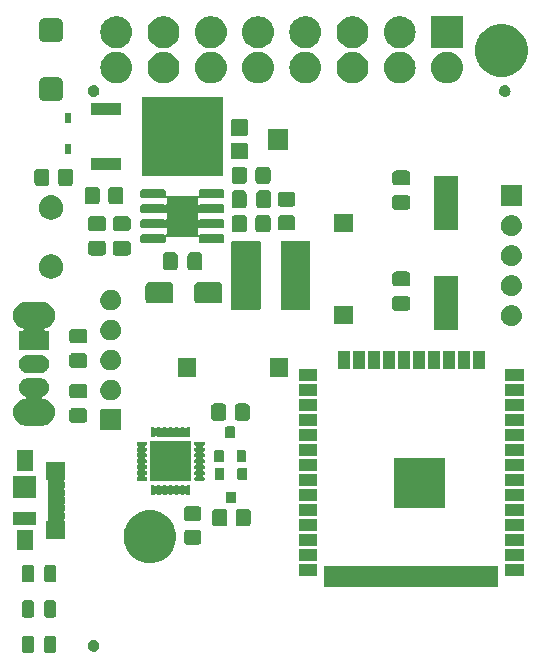
<source format=gbr>
%TF.GenerationSoftware,KiCad,Pcbnew,8.0.4*%
%TF.CreationDate,2024-09-21T14:55:01-03:00*%
%TF.ProjectId,DongleALIVEv2.0,446f6e67-6c65-4414-9c49-564576322e30,2.0*%
%TF.SameCoordinates,Original*%
%TF.FileFunction,Soldermask,Top*%
%TF.FilePolarity,Negative*%
%FSLAX46Y46*%
G04 Gerber Fmt 4.6, Leading zero omitted, Abs format (unit mm)*
G04 Created by KiCad (PCBNEW 8.0.4) date 2024-09-21 14:55:01*
%MOMM*%
%LPD*%
G01*
G04 APERTURE LIST*
G04 APERTURE END LIST*
G36*
X158020757Y-122569484D02*
G01*
X158035467Y-122575979D01*
X158042872Y-122577152D01*
X158073713Y-122592866D01*
X158115477Y-122611307D01*
X158188693Y-122684523D01*
X158207136Y-122726293D01*
X158222847Y-122757127D01*
X158224019Y-122764529D01*
X158230516Y-122779243D01*
X158238000Y-122843750D01*
X158238000Y-123756250D01*
X158230516Y-123820757D01*
X158224019Y-123835470D01*
X158222847Y-123842872D01*
X158207139Y-123873698D01*
X158188693Y-123915477D01*
X158115477Y-123988693D01*
X158073698Y-124007139D01*
X158042872Y-124022847D01*
X158035470Y-124024019D01*
X158020757Y-124030516D01*
X157956250Y-124038000D01*
X157468750Y-124038000D01*
X157404243Y-124030516D01*
X157389529Y-124024019D01*
X157382127Y-124022847D01*
X157351293Y-124007136D01*
X157309523Y-123988693D01*
X157236307Y-123915477D01*
X157217866Y-123873713D01*
X157202152Y-123842872D01*
X157200979Y-123835467D01*
X157194484Y-123820757D01*
X157187000Y-123756250D01*
X157187000Y-122843750D01*
X157194484Y-122779243D01*
X157200979Y-122764533D01*
X157202152Y-122757127D01*
X157217869Y-122726278D01*
X157236307Y-122684523D01*
X157309523Y-122611307D01*
X157351278Y-122592869D01*
X157382127Y-122577152D01*
X157389533Y-122575979D01*
X157404243Y-122569484D01*
X157468750Y-122562000D01*
X157956250Y-122562000D01*
X158020757Y-122569484D01*
G37*
G36*
X159895757Y-122569484D02*
G01*
X159910467Y-122575979D01*
X159917872Y-122577152D01*
X159948713Y-122592866D01*
X159990477Y-122611307D01*
X160063693Y-122684523D01*
X160082136Y-122726293D01*
X160097847Y-122757127D01*
X160099019Y-122764529D01*
X160105516Y-122779243D01*
X160113000Y-122843750D01*
X160113000Y-123756250D01*
X160105516Y-123820757D01*
X160099019Y-123835470D01*
X160097847Y-123842872D01*
X160082139Y-123873698D01*
X160063693Y-123915477D01*
X159990477Y-123988693D01*
X159948698Y-124007139D01*
X159917872Y-124022847D01*
X159910470Y-124024019D01*
X159895757Y-124030516D01*
X159831250Y-124038000D01*
X159343750Y-124038000D01*
X159279243Y-124030516D01*
X159264529Y-124024019D01*
X159257127Y-124022847D01*
X159226293Y-124007136D01*
X159184523Y-123988693D01*
X159111307Y-123915477D01*
X159092866Y-123873713D01*
X159077152Y-123842872D01*
X159075979Y-123835467D01*
X159069484Y-123820757D01*
X159062000Y-123756250D01*
X159062000Y-122843750D01*
X159069484Y-122779243D01*
X159075979Y-122764533D01*
X159077152Y-122757127D01*
X159092869Y-122726278D01*
X159111307Y-122684523D01*
X159184523Y-122611307D01*
X159226278Y-122592869D01*
X159257127Y-122577152D01*
X159264533Y-122575979D01*
X159279243Y-122569484D01*
X159343750Y-122562000D01*
X159831250Y-122562000D01*
X159895757Y-122569484D01*
G37*
G36*
X163322623Y-122935089D02*
G01*
X163331157Y-122935089D01*
X163375769Y-122948188D01*
X163437003Y-122963281D01*
X163449490Y-122969834D01*
X163467708Y-122975184D01*
X163503457Y-122998158D01*
X163543552Y-123019202D01*
X163562971Y-123036406D01*
X163587430Y-123052125D01*
X163609620Y-123077734D01*
X163633622Y-123098998D01*
X163655461Y-123130637D01*
X163680627Y-123159680D01*
X163690634Y-123181593D01*
X163701980Y-123198030D01*
X163720782Y-123247608D01*
X163739746Y-123289134D01*
X163741709Y-123302791D01*
X163744649Y-123310542D01*
X163754559Y-123392162D01*
X163760000Y-123430000D01*
X163754559Y-123467839D01*
X163744649Y-123549457D01*
X163741709Y-123557206D01*
X163739746Y-123570866D01*
X163720779Y-123612396D01*
X163701980Y-123661969D01*
X163690635Y-123678403D01*
X163680627Y-123700320D01*
X163655458Y-123729366D01*
X163633622Y-123761001D01*
X163609624Y-123782261D01*
X163587430Y-123807875D01*
X163562967Y-123823596D01*
X163543552Y-123840797D01*
X163503465Y-123861835D01*
X163467708Y-123884816D01*
X163449485Y-123890166D01*
X163437003Y-123896718D01*
X163375779Y-123911808D01*
X163331157Y-123924911D01*
X163322623Y-123924911D01*
X163320168Y-123925516D01*
X163199832Y-123925516D01*
X163197377Y-123924911D01*
X163188843Y-123924911D01*
X163144222Y-123911809D01*
X163082996Y-123896718D01*
X163070511Y-123890165D01*
X163052292Y-123884816D01*
X163016538Y-123861838D01*
X162976447Y-123840797D01*
X162957028Y-123823593D01*
X162932570Y-123807875D01*
X162910378Y-123782264D01*
X162886377Y-123761001D01*
X162864536Y-123729360D01*
X162839373Y-123700320D01*
X162829366Y-123678408D01*
X162818019Y-123661969D01*
X162799214Y-123612383D01*
X162780254Y-123570866D01*
X162778290Y-123557211D01*
X162775350Y-123549457D01*
X162765434Y-123467794D01*
X162760000Y-123430000D01*
X162765433Y-123392206D01*
X162775350Y-123310542D01*
X162778290Y-123302787D01*
X162780254Y-123289134D01*
X162799212Y-123247621D01*
X162818019Y-123198030D01*
X162829367Y-123181588D01*
X162839373Y-123159680D01*
X162864533Y-123130643D01*
X162886377Y-123098998D01*
X162910382Y-123077730D01*
X162932570Y-123052125D01*
X162957024Y-123036408D01*
X162976447Y-123019202D01*
X163016547Y-122998155D01*
X163052292Y-122975184D01*
X163070507Y-122969835D01*
X163082996Y-122963281D01*
X163144232Y-122948187D01*
X163188843Y-122935089D01*
X163197377Y-122935089D01*
X163199832Y-122934484D01*
X163320168Y-122934484D01*
X163322623Y-122935089D01*
G37*
G36*
X158020757Y-119569484D02*
G01*
X158035467Y-119575979D01*
X158042872Y-119577152D01*
X158073713Y-119592866D01*
X158115477Y-119611307D01*
X158188693Y-119684523D01*
X158207136Y-119726293D01*
X158222847Y-119757127D01*
X158224019Y-119764529D01*
X158230516Y-119779243D01*
X158238000Y-119843750D01*
X158238000Y-120756250D01*
X158230516Y-120820757D01*
X158224019Y-120835470D01*
X158222847Y-120842872D01*
X158207139Y-120873698D01*
X158188693Y-120915477D01*
X158115477Y-120988693D01*
X158073698Y-121007139D01*
X158042872Y-121022847D01*
X158035470Y-121024019D01*
X158020757Y-121030516D01*
X157956250Y-121038000D01*
X157468750Y-121038000D01*
X157404243Y-121030516D01*
X157389529Y-121024019D01*
X157382127Y-121022847D01*
X157351293Y-121007136D01*
X157309523Y-120988693D01*
X157236307Y-120915477D01*
X157217866Y-120873713D01*
X157202152Y-120842872D01*
X157200979Y-120835467D01*
X157194484Y-120820757D01*
X157187000Y-120756250D01*
X157187000Y-119843750D01*
X157194484Y-119779243D01*
X157200979Y-119764533D01*
X157202152Y-119757127D01*
X157217869Y-119726278D01*
X157236307Y-119684523D01*
X157309523Y-119611307D01*
X157351278Y-119592869D01*
X157382127Y-119577152D01*
X157389533Y-119575979D01*
X157404243Y-119569484D01*
X157468750Y-119562000D01*
X157956250Y-119562000D01*
X158020757Y-119569484D01*
G37*
G36*
X159895757Y-119569484D02*
G01*
X159910467Y-119575979D01*
X159917872Y-119577152D01*
X159948713Y-119592866D01*
X159990477Y-119611307D01*
X160063693Y-119684523D01*
X160082136Y-119726293D01*
X160097847Y-119757127D01*
X160099019Y-119764529D01*
X160105516Y-119779243D01*
X160113000Y-119843750D01*
X160113000Y-120756250D01*
X160105516Y-120820757D01*
X160099019Y-120835470D01*
X160097847Y-120842872D01*
X160082139Y-120873698D01*
X160063693Y-120915477D01*
X159990477Y-120988693D01*
X159948698Y-121007139D01*
X159917872Y-121022847D01*
X159910470Y-121024019D01*
X159895757Y-121030516D01*
X159831250Y-121038000D01*
X159343750Y-121038000D01*
X159279243Y-121030516D01*
X159264529Y-121024019D01*
X159257127Y-121022847D01*
X159226293Y-121007136D01*
X159184523Y-120988693D01*
X159111307Y-120915477D01*
X159092866Y-120873713D01*
X159077152Y-120842872D01*
X159075979Y-120835467D01*
X159069484Y-120820757D01*
X159062000Y-120756250D01*
X159062000Y-119843750D01*
X159069484Y-119779243D01*
X159075979Y-119764533D01*
X159077152Y-119757127D01*
X159092869Y-119726278D01*
X159111307Y-119684523D01*
X159184523Y-119611307D01*
X159226278Y-119592869D01*
X159257127Y-119577152D01*
X159264533Y-119575979D01*
X159279243Y-119569484D01*
X159343750Y-119562000D01*
X159831250Y-119562000D01*
X159895757Y-119569484D01*
G37*
G36*
X197442861Y-116642427D02*
G01*
X197461662Y-116646424D01*
X197466922Y-116650245D01*
X197481717Y-116655053D01*
X197490860Y-116667638D01*
X197496121Y-116671460D01*
X197505730Y-116688103D01*
X197519861Y-116707553D01*
X197525000Y-116740000D01*
X197525000Y-118360000D01*
X197517569Y-118382867D01*
X197513575Y-118401662D01*
X197509754Y-118406920D01*
X197504947Y-118421717D01*
X197492359Y-118430862D01*
X197488539Y-118436121D01*
X197471899Y-118445727D01*
X197452447Y-118459861D01*
X197420000Y-118465000D01*
X197410949Y-118465000D01*
X182892087Y-118465000D01*
X182880000Y-118465000D01*
X182857134Y-118457570D01*
X182838337Y-118453575D01*
X182833078Y-118449754D01*
X182818283Y-118444947D01*
X182809138Y-118432361D01*
X182803878Y-118428539D01*
X182794267Y-118411893D01*
X182780139Y-118392447D01*
X182775000Y-118360000D01*
X182775000Y-116740000D01*
X182782427Y-116717140D01*
X182786424Y-116698337D01*
X182790246Y-116693075D01*
X182795053Y-116678283D01*
X182807636Y-116669140D01*
X182811460Y-116663878D01*
X182828110Y-116654264D01*
X182847553Y-116640139D01*
X182880000Y-116635000D01*
X197420000Y-116635000D01*
X197442861Y-116642427D01*
G37*
G36*
X158020757Y-116569484D02*
G01*
X158035467Y-116575979D01*
X158042872Y-116577152D01*
X158073713Y-116592866D01*
X158115477Y-116611307D01*
X158188693Y-116684523D01*
X158207136Y-116726293D01*
X158222847Y-116757127D01*
X158224019Y-116764529D01*
X158230516Y-116779243D01*
X158238000Y-116843750D01*
X158238000Y-117756250D01*
X158230516Y-117820757D01*
X158224019Y-117835470D01*
X158222847Y-117842872D01*
X158207139Y-117873698D01*
X158188693Y-117915477D01*
X158115477Y-117988693D01*
X158073698Y-118007139D01*
X158042872Y-118022847D01*
X158035470Y-118024019D01*
X158020757Y-118030516D01*
X157956250Y-118038000D01*
X157468750Y-118038000D01*
X157404243Y-118030516D01*
X157389529Y-118024019D01*
X157382127Y-118022847D01*
X157351293Y-118007136D01*
X157309523Y-117988693D01*
X157236307Y-117915477D01*
X157217866Y-117873713D01*
X157202152Y-117842872D01*
X157200979Y-117835467D01*
X157194484Y-117820757D01*
X157187000Y-117756250D01*
X157187000Y-116843750D01*
X157194484Y-116779243D01*
X157200979Y-116764533D01*
X157202152Y-116757127D01*
X157217869Y-116726278D01*
X157236307Y-116684523D01*
X157309523Y-116611307D01*
X157351278Y-116592869D01*
X157382127Y-116577152D01*
X157389533Y-116575979D01*
X157404243Y-116569484D01*
X157468750Y-116562000D01*
X157956250Y-116562000D01*
X158020757Y-116569484D01*
G37*
G36*
X159895757Y-116569484D02*
G01*
X159910467Y-116575979D01*
X159917872Y-116577152D01*
X159948713Y-116592866D01*
X159990477Y-116611307D01*
X160063693Y-116684523D01*
X160082136Y-116726293D01*
X160097847Y-116757127D01*
X160099019Y-116764529D01*
X160105516Y-116779243D01*
X160113000Y-116843750D01*
X160113000Y-117756250D01*
X160105516Y-117820757D01*
X160099019Y-117835470D01*
X160097847Y-117842872D01*
X160082139Y-117873698D01*
X160063693Y-117915477D01*
X159990477Y-117988693D01*
X159948698Y-118007139D01*
X159917872Y-118022847D01*
X159910470Y-118024019D01*
X159895757Y-118030516D01*
X159831250Y-118038000D01*
X159343750Y-118038000D01*
X159279243Y-118030516D01*
X159264529Y-118024019D01*
X159257127Y-118022847D01*
X159226293Y-118007136D01*
X159184523Y-117988693D01*
X159111307Y-117915477D01*
X159092866Y-117873713D01*
X159077152Y-117842872D01*
X159075979Y-117835467D01*
X159069484Y-117820757D01*
X159062000Y-117756250D01*
X159062000Y-116843750D01*
X159069484Y-116779243D01*
X159075979Y-116764533D01*
X159077152Y-116757127D01*
X159092869Y-116726278D01*
X159111307Y-116684523D01*
X159184523Y-116611307D01*
X159226278Y-116592869D01*
X159257127Y-116577152D01*
X159264533Y-116575979D01*
X159279243Y-116569484D01*
X159343750Y-116562000D01*
X159831250Y-116562000D01*
X159895757Y-116569484D01*
G37*
G36*
X182174542Y-116509893D02*
G01*
X182186870Y-116518130D01*
X182195107Y-116530458D01*
X182198000Y-116545000D01*
X182198000Y-117445000D01*
X182195107Y-117459542D01*
X182186870Y-117471870D01*
X182174542Y-117480107D01*
X182160000Y-117483000D01*
X180660000Y-117483000D01*
X180645458Y-117480107D01*
X180633130Y-117471870D01*
X180624893Y-117459542D01*
X180622000Y-117445000D01*
X180622000Y-116545000D01*
X180624893Y-116530458D01*
X180633130Y-116518130D01*
X180645458Y-116509893D01*
X180660000Y-116507000D01*
X182160000Y-116507000D01*
X182174542Y-116509893D01*
G37*
G36*
X199674542Y-116509893D02*
G01*
X199686870Y-116518130D01*
X199695107Y-116530458D01*
X199698000Y-116545000D01*
X199698000Y-117445000D01*
X199695107Y-117459542D01*
X199686870Y-117471870D01*
X199674542Y-117480107D01*
X199660000Y-117483000D01*
X198160000Y-117483000D01*
X198145458Y-117480107D01*
X198133130Y-117471870D01*
X198124893Y-117459542D01*
X198122000Y-117445000D01*
X198122000Y-116545000D01*
X198124893Y-116530458D01*
X198133130Y-116518130D01*
X198145458Y-116509893D01*
X198160000Y-116507000D01*
X199660000Y-116507000D01*
X199674542Y-116509893D01*
G37*
G36*
X168322118Y-111961146D02*
G01*
X168609237Y-112018258D01*
X168886446Y-112112358D01*
X169149000Y-112241835D01*
X169392408Y-112404475D01*
X169612505Y-112597495D01*
X169805525Y-112817592D01*
X169968165Y-113061000D01*
X170097642Y-113323554D01*
X170191742Y-113600763D01*
X170248854Y-113887882D01*
X170268000Y-114180000D01*
X170248854Y-114472118D01*
X170191742Y-114759237D01*
X170097642Y-115036446D01*
X169968165Y-115299000D01*
X169805525Y-115542408D01*
X169612505Y-115762505D01*
X169392408Y-115955525D01*
X169149000Y-116118165D01*
X168886446Y-116247642D01*
X168609237Y-116341742D01*
X168322118Y-116398854D01*
X168030000Y-116418000D01*
X167737882Y-116398854D01*
X167450763Y-116341742D01*
X167173554Y-116247642D01*
X166911000Y-116118165D01*
X166667592Y-115955525D01*
X166447495Y-115762505D01*
X166254475Y-115542408D01*
X166091835Y-115299000D01*
X165962358Y-115036446D01*
X165868258Y-114759237D01*
X165811146Y-114472118D01*
X165792000Y-114180000D01*
X165811146Y-113887882D01*
X165868258Y-113600763D01*
X165962358Y-113323554D01*
X166091835Y-113061000D01*
X166254475Y-112817592D01*
X166447495Y-112597495D01*
X166667592Y-112404475D01*
X166911000Y-112241835D01*
X167173554Y-112112358D01*
X167450763Y-112018258D01*
X167737882Y-111961146D01*
X168030000Y-111942000D01*
X168322118Y-111961146D01*
G37*
G36*
X182174542Y-115239893D02*
G01*
X182186870Y-115248130D01*
X182195107Y-115260458D01*
X182198000Y-115275000D01*
X182198000Y-116175000D01*
X182195107Y-116189542D01*
X182186870Y-116201870D01*
X182174542Y-116210107D01*
X182160000Y-116213000D01*
X180660000Y-116213000D01*
X180645458Y-116210107D01*
X180633130Y-116201870D01*
X180624893Y-116189542D01*
X180622000Y-116175000D01*
X180622000Y-115275000D01*
X180624893Y-115260458D01*
X180633130Y-115248130D01*
X180645458Y-115239893D01*
X180660000Y-115237000D01*
X182160000Y-115237000D01*
X182174542Y-115239893D01*
G37*
G36*
X199674542Y-115239893D02*
G01*
X199686870Y-115248130D01*
X199695107Y-115260458D01*
X199698000Y-115275000D01*
X199698000Y-116175000D01*
X199695107Y-116189542D01*
X199686870Y-116201870D01*
X199674542Y-116210107D01*
X199660000Y-116213000D01*
X198160000Y-116213000D01*
X198145458Y-116210107D01*
X198133130Y-116201870D01*
X198124893Y-116189542D01*
X198122000Y-116175000D01*
X198122000Y-115275000D01*
X198124893Y-115260458D01*
X198133130Y-115248130D01*
X198145458Y-115239893D01*
X198160000Y-115237000D01*
X199660000Y-115237000D01*
X199674542Y-115239893D01*
G37*
G36*
X158099542Y-113617393D02*
G01*
X158111870Y-113625630D01*
X158120107Y-113637958D01*
X158123000Y-113652500D01*
X158123000Y-115302500D01*
X158120107Y-115317042D01*
X158111870Y-115329370D01*
X158099542Y-115337607D01*
X158085000Y-115340500D01*
X156785000Y-115340500D01*
X156770458Y-115337607D01*
X156758130Y-115329370D01*
X156749893Y-115317042D01*
X156747000Y-115302500D01*
X156747000Y-113652500D01*
X156749893Y-113637958D01*
X156758130Y-113625630D01*
X156770458Y-113617393D01*
X156785000Y-113614500D01*
X158085000Y-113614500D01*
X158099542Y-113617393D01*
G37*
G36*
X182174542Y-113969893D02*
G01*
X182186870Y-113978130D01*
X182195107Y-113990458D01*
X182198000Y-114005000D01*
X182198000Y-114905000D01*
X182195107Y-114919542D01*
X182186870Y-114931870D01*
X182174542Y-114940107D01*
X182160000Y-114943000D01*
X180660000Y-114943000D01*
X180645458Y-114940107D01*
X180633130Y-114931870D01*
X180624893Y-114919542D01*
X180622000Y-114905000D01*
X180622000Y-114005000D01*
X180624893Y-113990458D01*
X180633130Y-113978130D01*
X180645458Y-113969893D01*
X180660000Y-113967000D01*
X182160000Y-113967000D01*
X182174542Y-113969893D01*
G37*
G36*
X199674542Y-113969893D02*
G01*
X199686870Y-113978130D01*
X199695107Y-113990458D01*
X199698000Y-114005000D01*
X199698000Y-114905000D01*
X199695107Y-114919542D01*
X199686870Y-114931870D01*
X199674542Y-114940107D01*
X199660000Y-114943000D01*
X198160000Y-114943000D01*
X198145458Y-114940107D01*
X198133130Y-114931870D01*
X198124893Y-114919542D01*
X198122000Y-114905000D01*
X198122000Y-114005000D01*
X198124893Y-113990458D01*
X198133130Y-113978130D01*
X198145458Y-113969893D01*
X198160000Y-113967000D01*
X199660000Y-113967000D01*
X199674542Y-113969893D01*
G37*
G36*
X172165938Y-113589650D02*
G01*
X172180863Y-113596240D01*
X172188552Y-113597458D01*
X172220578Y-113613776D01*
X172262759Y-113632401D01*
X172337599Y-113707241D01*
X172356226Y-113749428D01*
X172372541Y-113781447D01*
X172373758Y-113789133D01*
X172380350Y-113804062D01*
X172388000Y-113870000D01*
X172388000Y-114570000D01*
X172380350Y-114635938D01*
X172373758Y-114650867D01*
X172372541Y-114658552D01*
X172356230Y-114690563D01*
X172337599Y-114732759D01*
X172262759Y-114807599D01*
X172220563Y-114826230D01*
X172188552Y-114842541D01*
X172180867Y-114843758D01*
X172165938Y-114850350D01*
X172100000Y-114858000D01*
X171200000Y-114858000D01*
X171134062Y-114850350D01*
X171119133Y-114843758D01*
X171111447Y-114842541D01*
X171079428Y-114826226D01*
X171037241Y-114807599D01*
X170962401Y-114732759D01*
X170943776Y-114690578D01*
X170927458Y-114658552D01*
X170926240Y-114650863D01*
X170919650Y-114635938D01*
X170912000Y-114570000D01*
X170912000Y-113870000D01*
X170919650Y-113804062D01*
X170926240Y-113789137D01*
X170927458Y-113781447D01*
X170943779Y-113749414D01*
X170962401Y-113707241D01*
X171037241Y-113632401D01*
X171079414Y-113613779D01*
X171111447Y-113597458D01*
X171119137Y-113596240D01*
X171134062Y-113589650D01*
X171200000Y-113582000D01*
X172100000Y-113582000D01*
X172165938Y-113589650D01*
G37*
G36*
X160799542Y-107867393D02*
G01*
X160811870Y-107875630D01*
X160820107Y-107887958D01*
X160823000Y-107902500D01*
X160823000Y-109327500D01*
X160820107Y-109342042D01*
X160811870Y-109354370D01*
X160799542Y-109362607D01*
X160793878Y-109363733D01*
X160753025Y-109391031D01*
X160753025Y-109513969D01*
X160793879Y-109541266D01*
X160799542Y-109542393D01*
X160811870Y-109550630D01*
X160820107Y-109562958D01*
X160823000Y-109577500D01*
X160823000Y-110027500D01*
X160820107Y-110042042D01*
X160811870Y-110054370D01*
X160807068Y-110057578D01*
X160783658Y-110092615D01*
X160783658Y-110162385D01*
X160807069Y-110197422D01*
X160811870Y-110200630D01*
X160820107Y-110212958D01*
X160823000Y-110227500D01*
X160823000Y-110677500D01*
X160820107Y-110692042D01*
X160811870Y-110704370D01*
X160807068Y-110707578D01*
X160783658Y-110742615D01*
X160783658Y-110812385D01*
X160807069Y-110847422D01*
X160811870Y-110850630D01*
X160820107Y-110862958D01*
X160823000Y-110877500D01*
X160823000Y-111327500D01*
X160820107Y-111342042D01*
X160811870Y-111354370D01*
X160807068Y-111357578D01*
X160783658Y-111392615D01*
X160783658Y-111462385D01*
X160807069Y-111497422D01*
X160811870Y-111500630D01*
X160820107Y-111512958D01*
X160823000Y-111527500D01*
X160823000Y-111977500D01*
X160820107Y-111992042D01*
X160811870Y-112004370D01*
X160807068Y-112007578D01*
X160783658Y-112042615D01*
X160783658Y-112112385D01*
X160807069Y-112147422D01*
X160811870Y-112150630D01*
X160820107Y-112162958D01*
X160823000Y-112177500D01*
X160823000Y-112627500D01*
X160820107Y-112642042D01*
X160811870Y-112654370D01*
X160799542Y-112662607D01*
X160793878Y-112663733D01*
X160753025Y-112691031D01*
X160753025Y-112813969D01*
X160793879Y-112841266D01*
X160799542Y-112842393D01*
X160811870Y-112850630D01*
X160820107Y-112862958D01*
X160823000Y-112877500D01*
X160823000Y-114302500D01*
X160820107Y-114317042D01*
X160811870Y-114329370D01*
X160799542Y-114337607D01*
X160785000Y-114340500D01*
X159235000Y-114340500D01*
X159220458Y-114337607D01*
X159208130Y-114329370D01*
X159199893Y-114317042D01*
X159197000Y-114302500D01*
X159197000Y-112877500D01*
X159199893Y-112862958D01*
X159208130Y-112850630D01*
X159220458Y-112842393D01*
X159235000Y-112839500D01*
X159246327Y-112839500D01*
X159358268Y-112839499D01*
X159423251Y-112717922D01*
X159382929Y-112657576D01*
X159378130Y-112654370D01*
X159369893Y-112642042D01*
X159367000Y-112627500D01*
X159367000Y-112177500D01*
X159369893Y-112162958D01*
X159378130Y-112150630D01*
X159382927Y-112147424D01*
X159406341Y-112112384D01*
X159406341Y-112042616D01*
X159382927Y-112007575D01*
X159378130Y-112004370D01*
X159369893Y-111992042D01*
X159367000Y-111977500D01*
X159367000Y-111527500D01*
X159369893Y-111512958D01*
X159378130Y-111500630D01*
X159382927Y-111497424D01*
X159406341Y-111462384D01*
X159406341Y-111392616D01*
X159382927Y-111357575D01*
X159378130Y-111354370D01*
X159369893Y-111342042D01*
X159367000Y-111327500D01*
X159367000Y-110877500D01*
X159369893Y-110862958D01*
X159378130Y-110850630D01*
X159382927Y-110847424D01*
X159406341Y-110812384D01*
X159406341Y-110742616D01*
X159382927Y-110707575D01*
X159378130Y-110704370D01*
X159369893Y-110692042D01*
X159367000Y-110677500D01*
X159367000Y-110227500D01*
X159369893Y-110212958D01*
X159378130Y-110200630D01*
X159382927Y-110197424D01*
X159406341Y-110162384D01*
X159406341Y-110092616D01*
X159382927Y-110057575D01*
X159378130Y-110054370D01*
X159369893Y-110042042D01*
X159367000Y-110027500D01*
X159367000Y-109577500D01*
X159369893Y-109562958D01*
X159378130Y-109550630D01*
X159382925Y-109547426D01*
X159423250Y-109487073D01*
X159358264Y-109365500D01*
X159235000Y-109365500D01*
X159220458Y-109362607D01*
X159208130Y-109354370D01*
X159199893Y-109342042D01*
X159197000Y-109327500D01*
X159197000Y-107902500D01*
X159199893Y-107887958D01*
X159208130Y-107875630D01*
X159220458Y-107867393D01*
X159235000Y-107864500D01*
X160785000Y-107864500D01*
X160799542Y-107867393D01*
G37*
G36*
X182174542Y-112699893D02*
G01*
X182186870Y-112708130D01*
X182195107Y-112720458D01*
X182198000Y-112735000D01*
X182198000Y-113635000D01*
X182195107Y-113649542D01*
X182186870Y-113661870D01*
X182174542Y-113670107D01*
X182160000Y-113673000D01*
X180660000Y-113673000D01*
X180645458Y-113670107D01*
X180633130Y-113661870D01*
X180624893Y-113649542D01*
X180622000Y-113635000D01*
X180622000Y-112735000D01*
X180624893Y-112720458D01*
X180633130Y-112708130D01*
X180645458Y-112699893D01*
X180660000Y-112697000D01*
X182160000Y-112697000D01*
X182174542Y-112699893D01*
G37*
G36*
X199674542Y-112699893D02*
G01*
X199686870Y-112708130D01*
X199695107Y-112720458D01*
X199698000Y-112735000D01*
X199698000Y-113635000D01*
X199695107Y-113649542D01*
X199686870Y-113661870D01*
X199674542Y-113670107D01*
X199660000Y-113673000D01*
X198160000Y-113673000D01*
X198145458Y-113670107D01*
X198133130Y-113661870D01*
X198124893Y-113649542D01*
X198122000Y-113635000D01*
X198122000Y-112735000D01*
X198124893Y-112720458D01*
X198133130Y-112708130D01*
X198145458Y-112699893D01*
X198160000Y-112697000D01*
X199660000Y-112697000D01*
X199674542Y-112699893D01*
G37*
G36*
X174345938Y-111829650D02*
G01*
X174360863Y-111836240D01*
X174368552Y-111837458D01*
X174400578Y-111853776D01*
X174442759Y-111872401D01*
X174517599Y-111947241D01*
X174536226Y-111989428D01*
X174552541Y-112021447D01*
X174553758Y-112029133D01*
X174560350Y-112044062D01*
X174568000Y-112110000D01*
X174568000Y-113010000D01*
X174560350Y-113075938D01*
X174553758Y-113090867D01*
X174552541Y-113098552D01*
X174536230Y-113130563D01*
X174517599Y-113172759D01*
X174442759Y-113247599D01*
X174400563Y-113266230D01*
X174368552Y-113282541D01*
X174360867Y-113283758D01*
X174345938Y-113290350D01*
X174280000Y-113298000D01*
X173580000Y-113298000D01*
X173514062Y-113290350D01*
X173499133Y-113283758D01*
X173491447Y-113282541D01*
X173459428Y-113266226D01*
X173417241Y-113247599D01*
X173342401Y-113172759D01*
X173323776Y-113130578D01*
X173307458Y-113098552D01*
X173306240Y-113090863D01*
X173299650Y-113075938D01*
X173292000Y-113010000D01*
X173292000Y-112110000D01*
X173299650Y-112044062D01*
X173306240Y-112029137D01*
X173307458Y-112021447D01*
X173323779Y-111989414D01*
X173342401Y-111947241D01*
X173417241Y-111872401D01*
X173459414Y-111853779D01*
X173491447Y-111837458D01*
X173499137Y-111836240D01*
X173514062Y-111829650D01*
X173580000Y-111822000D01*
X174280000Y-111822000D01*
X174345938Y-111829650D01*
G37*
G36*
X176345938Y-111829650D02*
G01*
X176360863Y-111836240D01*
X176368552Y-111837458D01*
X176400578Y-111853776D01*
X176442759Y-111872401D01*
X176517599Y-111947241D01*
X176536226Y-111989428D01*
X176552541Y-112021447D01*
X176553758Y-112029133D01*
X176560350Y-112044062D01*
X176568000Y-112110000D01*
X176568000Y-113010000D01*
X176560350Y-113075938D01*
X176553758Y-113090867D01*
X176552541Y-113098552D01*
X176536230Y-113130563D01*
X176517599Y-113172759D01*
X176442759Y-113247599D01*
X176400563Y-113266230D01*
X176368552Y-113282541D01*
X176360867Y-113283758D01*
X176345938Y-113290350D01*
X176280000Y-113298000D01*
X175580000Y-113298000D01*
X175514062Y-113290350D01*
X175499133Y-113283758D01*
X175491447Y-113282541D01*
X175459428Y-113266226D01*
X175417241Y-113247599D01*
X175342401Y-113172759D01*
X175323776Y-113130578D01*
X175307458Y-113098552D01*
X175306240Y-113090863D01*
X175299650Y-113075938D01*
X175292000Y-113010000D01*
X175292000Y-112110000D01*
X175299650Y-112044062D01*
X175306240Y-112029137D01*
X175307458Y-112021447D01*
X175323779Y-111989414D01*
X175342401Y-111947241D01*
X175417241Y-111872401D01*
X175459414Y-111853779D01*
X175491447Y-111837458D01*
X175499137Y-111836240D01*
X175514062Y-111829650D01*
X175580000Y-111822000D01*
X176280000Y-111822000D01*
X176345938Y-111829650D01*
G37*
G36*
X158399542Y-112117393D02*
G01*
X158411870Y-112125630D01*
X158420107Y-112137958D01*
X158423000Y-112152500D01*
X158423000Y-113152500D01*
X158420107Y-113167042D01*
X158411870Y-113179370D01*
X158399542Y-113187607D01*
X158385000Y-113190500D01*
X156485000Y-113190500D01*
X156470458Y-113187607D01*
X156458130Y-113179370D01*
X156449893Y-113167042D01*
X156447000Y-113152500D01*
X156447000Y-112152500D01*
X156449893Y-112137958D01*
X156458130Y-112125630D01*
X156470458Y-112117393D01*
X156485000Y-112114500D01*
X158385000Y-112114500D01*
X158399542Y-112117393D01*
G37*
G36*
X172165938Y-111589650D02*
G01*
X172180863Y-111596240D01*
X172188552Y-111597458D01*
X172220578Y-111613776D01*
X172262759Y-111632401D01*
X172337599Y-111707241D01*
X172356226Y-111749428D01*
X172372541Y-111781447D01*
X172373758Y-111789133D01*
X172380350Y-111804062D01*
X172388000Y-111870000D01*
X172388000Y-112570000D01*
X172380350Y-112635938D01*
X172373758Y-112650867D01*
X172372541Y-112658552D01*
X172356230Y-112690563D01*
X172337599Y-112732759D01*
X172262759Y-112807599D01*
X172220563Y-112826230D01*
X172188552Y-112842541D01*
X172180867Y-112843758D01*
X172165938Y-112850350D01*
X172100000Y-112858000D01*
X171200000Y-112858000D01*
X171134062Y-112850350D01*
X171119133Y-112843758D01*
X171111447Y-112842541D01*
X171079428Y-112826226D01*
X171037241Y-112807599D01*
X170962401Y-112732759D01*
X170943776Y-112690578D01*
X170927458Y-112658552D01*
X170926240Y-112650863D01*
X170919650Y-112635938D01*
X170912000Y-112570000D01*
X170912000Y-111870000D01*
X170919650Y-111804062D01*
X170926240Y-111789137D01*
X170927458Y-111781447D01*
X170943779Y-111749414D01*
X170962401Y-111707241D01*
X171037241Y-111632401D01*
X171079414Y-111613779D01*
X171111447Y-111597458D01*
X171119137Y-111596240D01*
X171134062Y-111589650D01*
X171200000Y-111582000D01*
X172100000Y-111582000D01*
X172165938Y-111589650D01*
G37*
G36*
X182174542Y-111429893D02*
G01*
X182186870Y-111438130D01*
X182195107Y-111450458D01*
X182198000Y-111465000D01*
X182198000Y-112365000D01*
X182195107Y-112379542D01*
X182186870Y-112391870D01*
X182174542Y-112400107D01*
X182160000Y-112403000D01*
X180660000Y-112403000D01*
X180645458Y-112400107D01*
X180633130Y-112391870D01*
X180624893Y-112379542D01*
X180622000Y-112365000D01*
X180622000Y-111465000D01*
X180624893Y-111450458D01*
X180633130Y-111438130D01*
X180645458Y-111429893D01*
X180660000Y-111427000D01*
X182160000Y-111427000D01*
X182174542Y-111429893D01*
G37*
G36*
X199674542Y-111429893D02*
G01*
X199686870Y-111438130D01*
X199695107Y-111450458D01*
X199698000Y-111465000D01*
X199698000Y-112365000D01*
X199695107Y-112379542D01*
X199686870Y-112391870D01*
X199674542Y-112400107D01*
X199660000Y-112403000D01*
X198160000Y-112403000D01*
X198145458Y-112400107D01*
X198133130Y-112391870D01*
X198124893Y-112379542D01*
X198122000Y-112365000D01*
X198122000Y-111465000D01*
X198124893Y-111450458D01*
X198133130Y-111438130D01*
X198145458Y-111429893D01*
X198160000Y-111427000D01*
X199660000Y-111427000D01*
X199674542Y-111429893D01*
G37*
G36*
X192954542Y-107519893D02*
G01*
X192966870Y-107528130D01*
X192975107Y-107540458D01*
X192978000Y-107555000D01*
X192978000Y-111755000D01*
X192975107Y-111769542D01*
X192966870Y-111781870D01*
X192954542Y-111790107D01*
X192940000Y-111793000D01*
X188740000Y-111793000D01*
X188725458Y-111790107D01*
X188713130Y-111781870D01*
X188704893Y-111769542D01*
X188702000Y-111755000D01*
X188702000Y-107555000D01*
X188704893Y-107540458D01*
X188713130Y-107528130D01*
X188725458Y-107519893D01*
X188740000Y-107517000D01*
X192940000Y-107517000D01*
X192954542Y-107519893D01*
G37*
G36*
X175229034Y-110375764D02*
G01*
X175262125Y-110397875D01*
X175284236Y-110430966D01*
X175292000Y-110470000D01*
X175292000Y-111270000D01*
X175284236Y-111309034D01*
X175262125Y-111342125D01*
X175229034Y-111364236D01*
X175190000Y-111372000D01*
X174590000Y-111372000D01*
X174550966Y-111364236D01*
X174517875Y-111342125D01*
X174495764Y-111309034D01*
X174488000Y-111270000D01*
X174488000Y-110470000D01*
X174495764Y-110430966D01*
X174517875Y-110397875D01*
X174550966Y-110375764D01*
X174590000Y-110368000D01*
X175190000Y-110368000D01*
X175229034Y-110375764D01*
G37*
G36*
X182174542Y-110159893D02*
G01*
X182186870Y-110168130D01*
X182195107Y-110180458D01*
X182198000Y-110195000D01*
X182198000Y-111095000D01*
X182195107Y-111109542D01*
X182186870Y-111121870D01*
X182174542Y-111130107D01*
X182160000Y-111133000D01*
X180660000Y-111133000D01*
X180645458Y-111130107D01*
X180633130Y-111121870D01*
X180624893Y-111109542D01*
X180622000Y-111095000D01*
X180622000Y-110195000D01*
X180624893Y-110180458D01*
X180633130Y-110168130D01*
X180645458Y-110159893D01*
X180660000Y-110157000D01*
X182160000Y-110157000D01*
X182174542Y-110159893D01*
G37*
G36*
X199674542Y-110159893D02*
G01*
X199686870Y-110168130D01*
X199695107Y-110180458D01*
X199698000Y-110195000D01*
X199698000Y-111095000D01*
X199695107Y-111109542D01*
X199686870Y-111121870D01*
X199674542Y-111130107D01*
X199660000Y-111133000D01*
X198160000Y-111133000D01*
X198145458Y-111130107D01*
X198133130Y-111121870D01*
X198124893Y-111109542D01*
X198122000Y-111095000D01*
X198122000Y-110195000D01*
X198124893Y-110180458D01*
X198133130Y-110168130D01*
X198145458Y-110159893D01*
X198160000Y-110157000D01*
X199660000Y-110157000D01*
X199674542Y-110159893D01*
G37*
G36*
X158399542Y-109017393D02*
G01*
X158411870Y-109025630D01*
X158420107Y-109037958D01*
X158423000Y-109052500D01*
X158423000Y-110852500D01*
X158420107Y-110867042D01*
X158411870Y-110879370D01*
X158399542Y-110887607D01*
X158385000Y-110890500D01*
X156485000Y-110890500D01*
X156470458Y-110887607D01*
X156458130Y-110879370D01*
X156449893Y-110867042D01*
X156447000Y-110852500D01*
X156447000Y-109052500D01*
X156449893Y-109037958D01*
X156458130Y-109025630D01*
X156470458Y-109017393D01*
X156485000Y-109014500D01*
X158385000Y-109014500D01*
X158399542Y-109017393D01*
G37*
G36*
X168380960Y-109809650D02*
G01*
X168413564Y-109831436D01*
X168435350Y-109864040D01*
X168436476Y-109869702D01*
X168468532Y-109917677D01*
X168591468Y-109917677D01*
X168623523Y-109869701D01*
X168624650Y-109864040D01*
X168646436Y-109831436D01*
X168679040Y-109809650D01*
X168717500Y-109802000D01*
X168842500Y-109802000D01*
X168880960Y-109809650D01*
X168913564Y-109831436D01*
X168935350Y-109864040D01*
X168936476Y-109869702D01*
X168968532Y-109917677D01*
X169091468Y-109917677D01*
X169123523Y-109869701D01*
X169124650Y-109864040D01*
X169146436Y-109831436D01*
X169179040Y-109809650D01*
X169217500Y-109802000D01*
X169342500Y-109802000D01*
X169380960Y-109809650D01*
X169413564Y-109831436D01*
X169435350Y-109864040D01*
X169436476Y-109869702D01*
X169468532Y-109917677D01*
X169591468Y-109917677D01*
X169623523Y-109869701D01*
X169624650Y-109864040D01*
X169646436Y-109831436D01*
X169679040Y-109809650D01*
X169717500Y-109802000D01*
X169842500Y-109802000D01*
X169880960Y-109809650D01*
X169913564Y-109831436D01*
X169935350Y-109864040D01*
X169936476Y-109869702D01*
X169968532Y-109917677D01*
X170091468Y-109917677D01*
X170123523Y-109869701D01*
X170124650Y-109864040D01*
X170146436Y-109831436D01*
X170179040Y-109809650D01*
X170217500Y-109802000D01*
X170342500Y-109802000D01*
X170380960Y-109809650D01*
X170413564Y-109831436D01*
X170435350Y-109864040D01*
X170436476Y-109869702D01*
X170468532Y-109917677D01*
X170591468Y-109917677D01*
X170623523Y-109869701D01*
X170624650Y-109864040D01*
X170646436Y-109831436D01*
X170679040Y-109809650D01*
X170717500Y-109802000D01*
X170842500Y-109802000D01*
X170880960Y-109809650D01*
X170913564Y-109831436D01*
X170935350Y-109864040D01*
X170936476Y-109869702D01*
X170968532Y-109917677D01*
X171091468Y-109917677D01*
X171123523Y-109869701D01*
X171124650Y-109864040D01*
X171146436Y-109831436D01*
X171179040Y-109809650D01*
X171217500Y-109802000D01*
X171342500Y-109802000D01*
X171380960Y-109809650D01*
X171413564Y-109831436D01*
X171435350Y-109864040D01*
X171443000Y-109902500D01*
X171443000Y-110577500D01*
X171435350Y-110615960D01*
X171413564Y-110648564D01*
X171380960Y-110670350D01*
X171342500Y-110678000D01*
X171217500Y-110678000D01*
X171179040Y-110670350D01*
X171146436Y-110648564D01*
X171124650Y-110615960D01*
X171123523Y-110610295D01*
X171091469Y-110562322D01*
X170968531Y-110562322D01*
X170936477Y-110610293D01*
X170935350Y-110615960D01*
X170913564Y-110648564D01*
X170880960Y-110670350D01*
X170842500Y-110678000D01*
X170717500Y-110678000D01*
X170679040Y-110670350D01*
X170646436Y-110648564D01*
X170624650Y-110615960D01*
X170623523Y-110610295D01*
X170591469Y-110562322D01*
X170468531Y-110562322D01*
X170436477Y-110610293D01*
X170435350Y-110615960D01*
X170413564Y-110648564D01*
X170380960Y-110670350D01*
X170342500Y-110678000D01*
X170217500Y-110678000D01*
X170179040Y-110670350D01*
X170146436Y-110648564D01*
X170124650Y-110615960D01*
X170123523Y-110610295D01*
X170091469Y-110562322D01*
X169968531Y-110562322D01*
X169936477Y-110610293D01*
X169935350Y-110615960D01*
X169913564Y-110648564D01*
X169880960Y-110670350D01*
X169842500Y-110678000D01*
X169717500Y-110678000D01*
X169679040Y-110670350D01*
X169646436Y-110648564D01*
X169624650Y-110615960D01*
X169623523Y-110610295D01*
X169591469Y-110562322D01*
X169468531Y-110562322D01*
X169436477Y-110610293D01*
X169435350Y-110615960D01*
X169413564Y-110648564D01*
X169380960Y-110670350D01*
X169342500Y-110678000D01*
X169217500Y-110678000D01*
X169179040Y-110670350D01*
X169146436Y-110648564D01*
X169124650Y-110615960D01*
X169123523Y-110610295D01*
X169091469Y-110562322D01*
X168968531Y-110562322D01*
X168936477Y-110610293D01*
X168935350Y-110615960D01*
X168913564Y-110648564D01*
X168880960Y-110670350D01*
X168842500Y-110678000D01*
X168717500Y-110678000D01*
X168679040Y-110670350D01*
X168646436Y-110648564D01*
X168624650Y-110615960D01*
X168623523Y-110610295D01*
X168591469Y-110562322D01*
X168468531Y-110562322D01*
X168436477Y-110610293D01*
X168435350Y-110615960D01*
X168413564Y-110648564D01*
X168380960Y-110670350D01*
X168342500Y-110678000D01*
X168217500Y-110678000D01*
X168179040Y-110670350D01*
X168146436Y-110648564D01*
X168124650Y-110615960D01*
X168117000Y-110577500D01*
X168117000Y-109902500D01*
X168124650Y-109864040D01*
X168146436Y-109831436D01*
X168179040Y-109809650D01*
X168217500Y-109802000D01*
X168342500Y-109802000D01*
X168380960Y-109809650D01*
G37*
G36*
X182174542Y-108889893D02*
G01*
X182186870Y-108898130D01*
X182195107Y-108910458D01*
X182198000Y-108925000D01*
X182198000Y-109825000D01*
X182195107Y-109839542D01*
X182186870Y-109851870D01*
X182174542Y-109860107D01*
X182160000Y-109863000D01*
X180660000Y-109863000D01*
X180645458Y-109860107D01*
X180633130Y-109851870D01*
X180624893Y-109839542D01*
X180622000Y-109825000D01*
X180622000Y-108925000D01*
X180624893Y-108910458D01*
X180633130Y-108898130D01*
X180645458Y-108889893D01*
X180660000Y-108887000D01*
X182160000Y-108887000D01*
X182174542Y-108889893D01*
G37*
G36*
X199674542Y-108889893D02*
G01*
X199686870Y-108898130D01*
X199695107Y-108910458D01*
X199698000Y-108925000D01*
X199698000Y-109825000D01*
X199695107Y-109839542D01*
X199686870Y-109851870D01*
X199674542Y-109860107D01*
X199660000Y-109863000D01*
X198160000Y-109863000D01*
X198145458Y-109860107D01*
X198133130Y-109851870D01*
X198124893Y-109839542D01*
X198122000Y-109825000D01*
X198122000Y-108925000D01*
X198124893Y-108910458D01*
X198133130Y-108898130D01*
X198145458Y-108889893D01*
X198160000Y-108887000D01*
X199660000Y-108887000D01*
X199674542Y-108889893D01*
G37*
G36*
X171469542Y-106079893D02*
G01*
X171481870Y-106088130D01*
X171490107Y-106100458D01*
X171493000Y-106115000D01*
X171493000Y-109465000D01*
X171490107Y-109479542D01*
X171481870Y-109491870D01*
X171469542Y-109500107D01*
X171455000Y-109503000D01*
X168105000Y-109503000D01*
X168090458Y-109500107D01*
X168078130Y-109491870D01*
X168069893Y-109479542D01*
X168067000Y-109465000D01*
X168067000Y-106115000D01*
X168069893Y-106100458D01*
X168078130Y-106088130D01*
X168090458Y-106079893D01*
X168105000Y-106077000D01*
X171455000Y-106077000D01*
X171469542Y-106079893D01*
G37*
G36*
X167705960Y-106134650D02*
G01*
X167738564Y-106156436D01*
X167760350Y-106189040D01*
X167768000Y-106227500D01*
X167768000Y-106352500D01*
X167760350Y-106390960D01*
X167738564Y-106423564D01*
X167705960Y-106445350D01*
X167700293Y-106446477D01*
X167652322Y-106478531D01*
X167652322Y-106601469D01*
X167700295Y-106633523D01*
X167705960Y-106634650D01*
X167738564Y-106656436D01*
X167760350Y-106689040D01*
X167768000Y-106727500D01*
X167768000Y-106852500D01*
X167760350Y-106890960D01*
X167738564Y-106923564D01*
X167705960Y-106945350D01*
X167700293Y-106946477D01*
X167652322Y-106978531D01*
X167652322Y-107101469D01*
X167700295Y-107133523D01*
X167705960Y-107134650D01*
X167738564Y-107156436D01*
X167760350Y-107189040D01*
X167768000Y-107227500D01*
X167768000Y-107352500D01*
X167760350Y-107390960D01*
X167738564Y-107423564D01*
X167705960Y-107445350D01*
X167700293Y-107446477D01*
X167652322Y-107478531D01*
X167652322Y-107601469D01*
X167700295Y-107633523D01*
X167705960Y-107634650D01*
X167738564Y-107656436D01*
X167760350Y-107689040D01*
X167768000Y-107727500D01*
X167768000Y-107852500D01*
X167760350Y-107890960D01*
X167738564Y-107923564D01*
X167705960Y-107945350D01*
X167700293Y-107946477D01*
X167652322Y-107978531D01*
X167652322Y-108101469D01*
X167700295Y-108133523D01*
X167705960Y-108134650D01*
X167738564Y-108156436D01*
X167760350Y-108189040D01*
X167768000Y-108227500D01*
X167768000Y-108352500D01*
X167760350Y-108390960D01*
X167738564Y-108423564D01*
X167705960Y-108445350D01*
X167700293Y-108446477D01*
X167652322Y-108478531D01*
X167652322Y-108601469D01*
X167700295Y-108633523D01*
X167705960Y-108634650D01*
X167738564Y-108656436D01*
X167760350Y-108689040D01*
X167768000Y-108727500D01*
X167768000Y-108852500D01*
X167760350Y-108890960D01*
X167738564Y-108923564D01*
X167705960Y-108945350D01*
X167700293Y-108946477D01*
X167652322Y-108978531D01*
X167652322Y-109101469D01*
X167700295Y-109133523D01*
X167705960Y-109134650D01*
X167738564Y-109156436D01*
X167760350Y-109189040D01*
X167768000Y-109227500D01*
X167768000Y-109352500D01*
X167760350Y-109390960D01*
X167738564Y-109423564D01*
X167705960Y-109445350D01*
X167667500Y-109453000D01*
X166992500Y-109453000D01*
X166954040Y-109445350D01*
X166921436Y-109423564D01*
X166899650Y-109390960D01*
X166892000Y-109352500D01*
X166892000Y-109227500D01*
X166899650Y-109189040D01*
X166921436Y-109156436D01*
X166954040Y-109134650D01*
X166959701Y-109133523D01*
X167007677Y-109101468D01*
X167007677Y-108978532D01*
X166959702Y-108946476D01*
X166954040Y-108945350D01*
X166921436Y-108923564D01*
X166899650Y-108890960D01*
X166892000Y-108852500D01*
X166892000Y-108727500D01*
X166899650Y-108689040D01*
X166921436Y-108656436D01*
X166954040Y-108634650D01*
X166959701Y-108633523D01*
X167007677Y-108601468D01*
X167007677Y-108478532D01*
X166959702Y-108446476D01*
X166954040Y-108445350D01*
X166921436Y-108423564D01*
X166899650Y-108390960D01*
X166892000Y-108352500D01*
X166892000Y-108227500D01*
X166899650Y-108189040D01*
X166921436Y-108156436D01*
X166954040Y-108134650D01*
X166959701Y-108133523D01*
X167007677Y-108101468D01*
X167007677Y-107978532D01*
X166959702Y-107946476D01*
X166954040Y-107945350D01*
X166921436Y-107923564D01*
X166899650Y-107890960D01*
X166892000Y-107852500D01*
X166892000Y-107727500D01*
X166899650Y-107689040D01*
X166921436Y-107656436D01*
X166954040Y-107634650D01*
X166959701Y-107633523D01*
X167007677Y-107601468D01*
X167007677Y-107478532D01*
X166959702Y-107446476D01*
X166954040Y-107445350D01*
X166921436Y-107423564D01*
X166899650Y-107390960D01*
X166892000Y-107352500D01*
X166892000Y-107227500D01*
X166899650Y-107189040D01*
X166921436Y-107156436D01*
X166954040Y-107134650D01*
X166959701Y-107133523D01*
X167007677Y-107101468D01*
X167007677Y-106978532D01*
X166959702Y-106946476D01*
X166954040Y-106945350D01*
X166921436Y-106923564D01*
X166899650Y-106890960D01*
X166892000Y-106852500D01*
X166892000Y-106727500D01*
X166899650Y-106689040D01*
X166921436Y-106656436D01*
X166954040Y-106634650D01*
X166959701Y-106633523D01*
X167007677Y-106601468D01*
X167007677Y-106478532D01*
X166959702Y-106446476D01*
X166954040Y-106445350D01*
X166921436Y-106423564D01*
X166899650Y-106390960D01*
X166892000Y-106352500D01*
X166892000Y-106227500D01*
X166899650Y-106189040D01*
X166921436Y-106156436D01*
X166954040Y-106134650D01*
X166992500Y-106127000D01*
X167667500Y-106127000D01*
X167705960Y-106134650D01*
G37*
G36*
X172605960Y-106134650D02*
G01*
X172638564Y-106156436D01*
X172660350Y-106189040D01*
X172668000Y-106227500D01*
X172668000Y-106352500D01*
X172660350Y-106390960D01*
X172638564Y-106423564D01*
X172605960Y-106445350D01*
X172600293Y-106446477D01*
X172552322Y-106478531D01*
X172552322Y-106601469D01*
X172600295Y-106633523D01*
X172605960Y-106634650D01*
X172638564Y-106656436D01*
X172660350Y-106689040D01*
X172668000Y-106727500D01*
X172668000Y-106852500D01*
X172660350Y-106890960D01*
X172638564Y-106923564D01*
X172605960Y-106945350D01*
X172600293Y-106946477D01*
X172552322Y-106978531D01*
X172552322Y-107101469D01*
X172600295Y-107133523D01*
X172605960Y-107134650D01*
X172638564Y-107156436D01*
X172660350Y-107189040D01*
X172668000Y-107227500D01*
X172668000Y-107352500D01*
X172660350Y-107390960D01*
X172638564Y-107423564D01*
X172605960Y-107445350D01*
X172600293Y-107446477D01*
X172552322Y-107478531D01*
X172552322Y-107601469D01*
X172600295Y-107633523D01*
X172605960Y-107634650D01*
X172638564Y-107656436D01*
X172660350Y-107689040D01*
X172668000Y-107727500D01*
X172668000Y-107852500D01*
X172660350Y-107890960D01*
X172638564Y-107923564D01*
X172605960Y-107945350D01*
X172600293Y-107946477D01*
X172552322Y-107978531D01*
X172552322Y-108101469D01*
X172600295Y-108133523D01*
X172605960Y-108134650D01*
X172638564Y-108156436D01*
X172660350Y-108189040D01*
X172668000Y-108227500D01*
X172668000Y-108352500D01*
X172660350Y-108390960D01*
X172638564Y-108423564D01*
X172605960Y-108445350D01*
X172600293Y-108446477D01*
X172552322Y-108478531D01*
X172552322Y-108601469D01*
X172600295Y-108633523D01*
X172605960Y-108634650D01*
X172638564Y-108656436D01*
X172660350Y-108689040D01*
X172668000Y-108727500D01*
X172668000Y-108852500D01*
X172660350Y-108890960D01*
X172638564Y-108923564D01*
X172605960Y-108945350D01*
X172600293Y-108946477D01*
X172552322Y-108978531D01*
X172552322Y-109101469D01*
X172600295Y-109133523D01*
X172605960Y-109134650D01*
X172638564Y-109156436D01*
X172660350Y-109189040D01*
X172668000Y-109227500D01*
X172668000Y-109352500D01*
X172660350Y-109390960D01*
X172638564Y-109423564D01*
X172605960Y-109445350D01*
X172567500Y-109453000D01*
X171892500Y-109453000D01*
X171854040Y-109445350D01*
X171821436Y-109423564D01*
X171799650Y-109390960D01*
X171792000Y-109352500D01*
X171792000Y-109227500D01*
X171799650Y-109189040D01*
X171821436Y-109156436D01*
X171854040Y-109134650D01*
X171859701Y-109133523D01*
X171907677Y-109101468D01*
X171907677Y-108978532D01*
X171859702Y-108946476D01*
X171854040Y-108945350D01*
X171821436Y-108923564D01*
X171799650Y-108890960D01*
X171792000Y-108852500D01*
X171792000Y-108727500D01*
X171799650Y-108689040D01*
X171821436Y-108656436D01*
X171854040Y-108634650D01*
X171859701Y-108633523D01*
X171907677Y-108601468D01*
X171907677Y-108478532D01*
X171859702Y-108446476D01*
X171854040Y-108445350D01*
X171821436Y-108423564D01*
X171799650Y-108390960D01*
X171792000Y-108352500D01*
X171792000Y-108227500D01*
X171799650Y-108189040D01*
X171821436Y-108156436D01*
X171854040Y-108134650D01*
X171859701Y-108133523D01*
X171907677Y-108101468D01*
X171907677Y-107978532D01*
X171859702Y-107946476D01*
X171854040Y-107945350D01*
X171821436Y-107923564D01*
X171799650Y-107890960D01*
X171792000Y-107852500D01*
X171792000Y-107727500D01*
X171799650Y-107689040D01*
X171821436Y-107656436D01*
X171854040Y-107634650D01*
X171859701Y-107633523D01*
X171907677Y-107601468D01*
X171907677Y-107478532D01*
X171859702Y-107446476D01*
X171854040Y-107445350D01*
X171821436Y-107423564D01*
X171799650Y-107390960D01*
X171792000Y-107352500D01*
X171792000Y-107227500D01*
X171799650Y-107189040D01*
X171821436Y-107156436D01*
X171854040Y-107134650D01*
X171859701Y-107133523D01*
X171907677Y-107101468D01*
X171907677Y-106978532D01*
X171859702Y-106946476D01*
X171854040Y-106945350D01*
X171821436Y-106923564D01*
X171799650Y-106890960D01*
X171792000Y-106852500D01*
X171792000Y-106727500D01*
X171799650Y-106689040D01*
X171821436Y-106656436D01*
X171854040Y-106634650D01*
X171859701Y-106633523D01*
X171907677Y-106601468D01*
X171907677Y-106478532D01*
X171859702Y-106446476D01*
X171854040Y-106445350D01*
X171821436Y-106423564D01*
X171799650Y-106390960D01*
X171792000Y-106352500D01*
X171792000Y-106227500D01*
X171799650Y-106189040D01*
X171821436Y-106156436D01*
X171854040Y-106134650D01*
X171892500Y-106127000D01*
X172567500Y-106127000D01*
X172605960Y-106134650D01*
G37*
G36*
X174279034Y-108355764D02*
G01*
X174312125Y-108377875D01*
X174334236Y-108410966D01*
X174342000Y-108450000D01*
X174342000Y-109250000D01*
X174334236Y-109289034D01*
X174312125Y-109322125D01*
X174279034Y-109344236D01*
X174240000Y-109352000D01*
X173640000Y-109352000D01*
X173600966Y-109344236D01*
X173567875Y-109322125D01*
X173545764Y-109289034D01*
X173538000Y-109250000D01*
X173538000Y-108450000D01*
X173545764Y-108410966D01*
X173567875Y-108377875D01*
X173600966Y-108355764D01*
X173640000Y-108348000D01*
X174240000Y-108348000D01*
X174279034Y-108355764D01*
G37*
G36*
X176179034Y-108355764D02*
G01*
X176212125Y-108377875D01*
X176234236Y-108410966D01*
X176242000Y-108450000D01*
X176242000Y-109250000D01*
X176234236Y-109289034D01*
X176212125Y-109322125D01*
X176179034Y-109344236D01*
X176140000Y-109352000D01*
X175540000Y-109352000D01*
X175500966Y-109344236D01*
X175467875Y-109322125D01*
X175445764Y-109289034D01*
X175438000Y-109250000D01*
X175438000Y-108450000D01*
X175445764Y-108410966D01*
X175467875Y-108377875D01*
X175500966Y-108355764D01*
X175540000Y-108348000D01*
X176140000Y-108348000D01*
X176179034Y-108355764D01*
G37*
G36*
X182174542Y-107619893D02*
G01*
X182186870Y-107628130D01*
X182195107Y-107640458D01*
X182198000Y-107655000D01*
X182198000Y-108555000D01*
X182195107Y-108569542D01*
X182186870Y-108581870D01*
X182174542Y-108590107D01*
X182160000Y-108593000D01*
X180660000Y-108593000D01*
X180645458Y-108590107D01*
X180633130Y-108581870D01*
X180624893Y-108569542D01*
X180622000Y-108555000D01*
X180622000Y-107655000D01*
X180624893Y-107640458D01*
X180633130Y-107628130D01*
X180645458Y-107619893D01*
X180660000Y-107617000D01*
X182160000Y-107617000D01*
X182174542Y-107619893D01*
G37*
G36*
X199674542Y-107619893D02*
G01*
X199686870Y-107628130D01*
X199695107Y-107640458D01*
X199698000Y-107655000D01*
X199698000Y-108555000D01*
X199695107Y-108569542D01*
X199686870Y-108581870D01*
X199674542Y-108590107D01*
X199660000Y-108593000D01*
X198160000Y-108593000D01*
X198145458Y-108590107D01*
X198133130Y-108581870D01*
X198124893Y-108569542D01*
X198122000Y-108555000D01*
X198122000Y-107655000D01*
X198124893Y-107640458D01*
X198133130Y-107628130D01*
X198145458Y-107619893D01*
X198160000Y-107617000D01*
X199660000Y-107617000D01*
X199674542Y-107619893D01*
G37*
G36*
X158099542Y-106867393D02*
G01*
X158111870Y-106875630D01*
X158120107Y-106887958D01*
X158123000Y-106902500D01*
X158123000Y-108552500D01*
X158120107Y-108567042D01*
X158111870Y-108579370D01*
X158099542Y-108587607D01*
X158085000Y-108590500D01*
X156785000Y-108590500D01*
X156770458Y-108587607D01*
X156758130Y-108579370D01*
X156749893Y-108567042D01*
X156747000Y-108552500D01*
X156747000Y-106902500D01*
X156749893Y-106887958D01*
X156758130Y-106875630D01*
X156770458Y-106867393D01*
X156785000Y-106864500D01*
X158085000Y-106864500D01*
X158099542Y-106867393D01*
G37*
G36*
X174209034Y-106875764D02*
G01*
X174242125Y-106897875D01*
X174264236Y-106930966D01*
X174272000Y-106970000D01*
X174272000Y-107770000D01*
X174264236Y-107809034D01*
X174242125Y-107842125D01*
X174209034Y-107864236D01*
X174170000Y-107872000D01*
X173570000Y-107872000D01*
X173530966Y-107864236D01*
X173497875Y-107842125D01*
X173475764Y-107809034D01*
X173468000Y-107770000D01*
X173468000Y-106970000D01*
X173475764Y-106930966D01*
X173497875Y-106897875D01*
X173530966Y-106875764D01*
X173570000Y-106868000D01*
X174170000Y-106868000D01*
X174209034Y-106875764D01*
G37*
G36*
X176109034Y-106875764D02*
G01*
X176142125Y-106897875D01*
X176164236Y-106930966D01*
X176172000Y-106970000D01*
X176172000Y-107770000D01*
X176164236Y-107809034D01*
X176142125Y-107842125D01*
X176109034Y-107864236D01*
X176070000Y-107872000D01*
X175470000Y-107872000D01*
X175430966Y-107864236D01*
X175397875Y-107842125D01*
X175375764Y-107809034D01*
X175368000Y-107770000D01*
X175368000Y-106970000D01*
X175375764Y-106930966D01*
X175397875Y-106897875D01*
X175430966Y-106875764D01*
X175470000Y-106868000D01*
X176070000Y-106868000D01*
X176109034Y-106875764D01*
G37*
G36*
X182174542Y-106349893D02*
G01*
X182186870Y-106358130D01*
X182195107Y-106370458D01*
X182198000Y-106385000D01*
X182198000Y-107285000D01*
X182195107Y-107299542D01*
X182186870Y-107311870D01*
X182174542Y-107320107D01*
X182160000Y-107323000D01*
X180660000Y-107323000D01*
X180645458Y-107320107D01*
X180633130Y-107311870D01*
X180624893Y-107299542D01*
X180622000Y-107285000D01*
X180622000Y-106385000D01*
X180624893Y-106370458D01*
X180633130Y-106358130D01*
X180645458Y-106349893D01*
X180660000Y-106347000D01*
X182160000Y-106347000D01*
X182174542Y-106349893D01*
G37*
G36*
X199674542Y-106349893D02*
G01*
X199686870Y-106358130D01*
X199695107Y-106370458D01*
X199698000Y-106385000D01*
X199698000Y-107285000D01*
X199695107Y-107299542D01*
X199686870Y-107311870D01*
X199674542Y-107320107D01*
X199660000Y-107323000D01*
X198160000Y-107323000D01*
X198145458Y-107320107D01*
X198133130Y-107311870D01*
X198124893Y-107299542D01*
X198122000Y-107285000D01*
X198122000Y-106385000D01*
X198124893Y-106370458D01*
X198133130Y-106358130D01*
X198145458Y-106349893D01*
X198160000Y-106347000D01*
X199660000Y-106347000D01*
X199674542Y-106349893D01*
G37*
G36*
X182174542Y-105079893D02*
G01*
X182186870Y-105088130D01*
X182195107Y-105100458D01*
X182198000Y-105115000D01*
X182198000Y-106015000D01*
X182195107Y-106029542D01*
X182186870Y-106041870D01*
X182174542Y-106050107D01*
X182160000Y-106053000D01*
X180660000Y-106053000D01*
X180645458Y-106050107D01*
X180633130Y-106041870D01*
X180624893Y-106029542D01*
X180622000Y-106015000D01*
X180622000Y-105115000D01*
X180624893Y-105100458D01*
X180633130Y-105088130D01*
X180645458Y-105079893D01*
X180660000Y-105077000D01*
X182160000Y-105077000D01*
X182174542Y-105079893D01*
G37*
G36*
X199674542Y-105079893D02*
G01*
X199686870Y-105088130D01*
X199695107Y-105100458D01*
X199698000Y-105115000D01*
X199698000Y-106015000D01*
X199695107Y-106029542D01*
X199686870Y-106041870D01*
X199674542Y-106050107D01*
X199660000Y-106053000D01*
X198160000Y-106053000D01*
X198145458Y-106050107D01*
X198133130Y-106041870D01*
X198124893Y-106029542D01*
X198122000Y-106015000D01*
X198122000Y-105115000D01*
X198124893Y-105100458D01*
X198133130Y-105088130D01*
X198145458Y-105079893D01*
X198160000Y-105077000D01*
X199660000Y-105077000D01*
X199674542Y-105079893D01*
G37*
G36*
X175159034Y-104855764D02*
G01*
X175192125Y-104877875D01*
X175214236Y-104910966D01*
X175222000Y-104950000D01*
X175222000Y-105750000D01*
X175214236Y-105789034D01*
X175192125Y-105822125D01*
X175159034Y-105844236D01*
X175120000Y-105852000D01*
X174520000Y-105852000D01*
X174480966Y-105844236D01*
X174447875Y-105822125D01*
X174425764Y-105789034D01*
X174418000Y-105750000D01*
X174418000Y-104950000D01*
X174425764Y-104910966D01*
X174447875Y-104877875D01*
X174480966Y-104855764D01*
X174520000Y-104848000D01*
X175120000Y-104848000D01*
X175159034Y-104855764D01*
G37*
G36*
X168380960Y-104909650D02*
G01*
X168413564Y-104931436D01*
X168435350Y-104964040D01*
X168436476Y-104969702D01*
X168468532Y-105017677D01*
X168591468Y-105017677D01*
X168623523Y-104969701D01*
X168624650Y-104964040D01*
X168646436Y-104931436D01*
X168679040Y-104909650D01*
X168717500Y-104902000D01*
X168842500Y-104902000D01*
X168880960Y-104909650D01*
X168913564Y-104931436D01*
X168935350Y-104964040D01*
X168936476Y-104969702D01*
X168968532Y-105017677D01*
X169091468Y-105017677D01*
X169123523Y-104969701D01*
X169124650Y-104964040D01*
X169146436Y-104931436D01*
X169179040Y-104909650D01*
X169217500Y-104902000D01*
X169342500Y-104902000D01*
X169380960Y-104909650D01*
X169413564Y-104931436D01*
X169435350Y-104964040D01*
X169436476Y-104969702D01*
X169468532Y-105017677D01*
X169591468Y-105017677D01*
X169623523Y-104969701D01*
X169624650Y-104964040D01*
X169646436Y-104931436D01*
X169679040Y-104909650D01*
X169717500Y-104902000D01*
X169842500Y-104902000D01*
X169880960Y-104909650D01*
X169913564Y-104931436D01*
X169935350Y-104964040D01*
X169936476Y-104969702D01*
X169968532Y-105017677D01*
X170091468Y-105017677D01*
X170123523Y-104969701D01*
X170124650Y-104964040D01*
X170146436Y-104931436D01*
X170179040Y-104909650D01*
X170217500Y-104902000D01*
X170342500Y-104902000D01*
X170380960Y-104909650D01*
X170413564Y-104931436D01*
X170435350Y-104964040D01*
X170436476Y-104969702D01*
X170468532Y-105017677D01*
X170591468Y-105017677D01*
X170623523Y-104969701D01*
X170624650Y-104964040D01*
X170646436Y-104931436D01*
X170679040Y-104909650D01*
X170717500Y-104902000D01*
X170842500Y-104902000D01*
X170880960Y-104909650D01*
X170913564Y-104931436D01*
X170935350Y-104964040D01*
X170936476Y-104969702D01*
X170968532Y-105017677D01*
X171091468Y-105017677D01*
X171123523Y-104969701D01*
X171124650Y-104964040D01*
X171146436Y-104931436D01*
X171179040Y-104909650D01*
X171217500Y-104902000D01*
X171342500Y-104902000D01*
X171380960Y-104909650D01*
X171413564Y-104931436D01*
X171435350Y-104964040D01*
X171443000Y-105002500D01*
X171443000Y-105677500D01*
X171435350Y-105715960D01*
X171413564Y-105748564D01*
X171380960Y-105770350D01*
X171342500Y-105778000D01*
X171217500Y-105778000D01*
X171179040Y-105770350D01*
X171146436Y-105748564D01*
X171124650Y-105715960D01*
X171123523Y-105710295D01*
X171091469Y-105662322D01*
X170968531Y-105662322D01*
X170936477Y-105710293D01*
X170935350Y-105715960D01*
X170913564Y-105748564D01*
X170880960Y-105770350D01*
X170842500Y-105778000D01*
X170717500Y-105778000D01*
X170679040Y-105770350D01*
X170646436Y-105748564D01*
X170624650Y-105715960D01*
X170623523Y-105710295D01*
X170591469Y-105662322D01*
X170468531Y-105662322D01*
X170436477Y-105710293D01*
X170435350Y-105715960D01*
X170413564Y-105748564D01*
X170380960Y-105770350D01*
X170342500Y-105778000D01*
X170217500Y-105778000D01*
X170179040Y-105770350D01*
X170146436Y-105748564D01*
X170124650Y-105715960D01*
X170123523Y-105710295D01*
X170091469Y-105662322D01*
X169968531Y-105662322D01*
X169936477Y-105710293D01*
X169935350Y-105715960D01*
X169913564Y-105748564D01*
X169880960Y-105770350D01*
X169842500Y-105778000D01*
X169717500Y-105778000D01*
X169679040Y-105770350D01*
X169646436Y-105748564D01*
X169624650Y-105715960D01*
X169623523Y-105710295D01*
X169591469Y-105662322D01*
X169468531Y-105662322D01*
X169436477Y-105710293D01*
X169435350Y-105715960D01*
X169413564Y-105748564D01*
X169380960Y-105770350D01*
X169342500Y-105778000D01*
X169217500Y-105778000D01*
X169179040Y-105770350D01*
X169146436Y-105748564D01*
X169124650Y-105715960D01*
X169123523Y-105710295D01*
X169091469Y-105662322D01*
X168968531Y-105662322D01*
X168936477Y-105710293D01*
X168935350Y-105715960D01*
X168913564Y-105748564D01*
X168880960Y-105770350D01*
X168842500Y-105778000D01*
X168717500Y-105778000D01*
X168679040Y-105770350D01*
X168646436Y-105748564D01*
X168624650Y-105715960D01*
X168623523Y-105710295D01*
X168591469Y-105662322D01*
X168468531Y-105662322D01*
X168436477Y-105710293D01*
X168435350Y-105715960D01*
X168413564Y-105748564D01*
X168380960Y-105770350D01*
X168342500Y-105778000D01*
X168217500Y-105778000D01*
X168179040Y-105770350D01*
X168146436Y-105748564D01*
X168124650Y-105715960D01*
X168117000Y-105677500D01*
X168117000Y-105002500D01*
X168124650Y-104964040D01*
X168146436Y-104931436D01*
X168179040Y-104909650D01*
X168217500Y-104902000D01*
X168342500Y-104902000D01*
X168380960Y-104909650D01*
G37*
G36*
X165574542Y-103414893D02*
G01*
X165586870Y-103423130D01*
X165595107Y-103435458D01*
X165598000Y-103450000D01*
X165598000Y-105150000D01*
X165595107Y-105164542D01*
X165586870Y-105176870D01*
X165574542Y-105185107D01*
X165560000Y-105188000D01*
X163860000Y-105188000D01*
X163845458Y-105185107D01*
X163833130Y-105176870D01*
X163824893Y-105164542D01*
X163822000Y-105150000D01*
X163822000Y-103450000D01*
X163824893Y-103435458D01*
X163833130Y-103423130D01*
X163845458Y-103414893D01*
X163860000Y-103412000D01*
X165560000Y-103412000D01*
X165574542Y-103414893D01*
G37*
G36*
X158787238Y-100765794D02*
G01*
X158938744Y-100795931D01*
X159081461Y-100855046D01*
X159209902Y-100940868D01*
X159319132Y-101050098D01*
X159404954Y-101178539D01*
X159464069Y-101321256D01*
X159494206Y-101472762D01*
X159494206Y-101627238D01*
X159464069Y-101778744D01*
X159404954Y-101921461D01*
X159319132Y-102049902D01*
X159209902Y-102159132D01*
X159081461Y-102244954D01*
X158938744Y-102304069D01*
X158935950Y-102304624D01*
X158867014Y-102333179D01*
X158887478Y-102506077D01*
X158946277Y-102515389D01*
X158949286Y-102515508D01*
X159125661Y-102543443D01*
X159295494Y-102598625D01*
X159454603Y-102679695D01*
X159599072Y-102784658D01*
X159725342Y-102910928D01*
X159830305Y-103055397D01*
X159911375Y-103214506D01*
X159966557Y-103384339D01*
X159994492Y-103560714D01*
X159994492Y-103739286D01*
X159966557Y-103915661D01*
X159911375Y-104085494D01*
X159830305Y-104244603D01*
X159725342Y-104389072D01*
X159599072Y-104515342D01*
X159454603Y-104620305D01*
X159295494Y-104701375D01*
X159125661Y-104756557D01*
X158949286Y-104784492D01*
X158860000Y-104788000D01*
X158857750Y-104788000D01*
X157562250Y-104788000D01*
X157560000Y-104788000D01*
X157470714Y-104784492D01*
X157294339Y-104756557D01*
X157124506Y-104701375D01*
X156965397Y-104620305D01*
X156820928Y-104515342D01*
X156694658Y-104389072D01*
X156589695Y-104244603D01*
X156508625Y-104085494D01*
X156453443Y-103915661D01*
X156425508Y-103739286D01*
X156425508Y-103560714D01*
X156453443Y-103384339D01*
X156508625Y-103214506D01*
X156589695Y-103055397D01*
X156694658Y-102910928D01*
X156820928Y-102784658D01*
X156965397Y-102679695D01*
X157124506Y-102598625D01*
X157294339Y-102543443D01*
X157470714Y-102515508D01*
X157473721Y-102515389D01*
X157532521Y-102506077D01*
X157552985Y-102333180D01*
X157484042Y-102304623D01*
X157481256Y-102304069D01*
X157338539Y-102244954D01*
X157210098Y-102159132D01*
X157100868Y-102049902D01*
X157015046Y-101921461D01*
X156955931Y-101778744D01*
X156925794Y-101627238D01*
X156925794Y-101472762D01*
X156955931Y-101321256D01*
X157015046Y-101178539D01*
X157100868Y-101050098D01*
X157210098Y-100940868D01*
X157338539Y-100855046D01*
X157481256Y-100795931D01*
X157632762Y-100765794D01*
X157710000Y-100762000D01*
X158710000Y-100762000D01*
X158787238Y-100765794D01*
G37*
G36*
X182174542Y-103809893D02*
G01*
X182186870Y-103818130D01*
X182195107Y-103830458D01*
X182198000Y-103845000D01*
X182198000Y-104745000D01*
X182195107Y-104759542D01*
X182186870Y-104771870D01*
X182174542Y-104780107D01*
X182160000Y-104783000D01*
X180660000Y-104783000D01*
X180645458Y-104780107D01*
X180633130Y-104771870D01*
X180624893Y-104759542D01*
X180622000Y-104745000D01*
X180622000Y-103845000D01*
X180624893Y-103830458D01*
X180633130Y-103818130D01*
X180645458Y-103809893D01*
X180660000Y-103807000D01*
X182160000Y-103807000D01*
X182174542Y-103809893D01*
G37*
G36*
X199674542Y-103809893D02*
G01*
X199686870Y-103818130D01*
X199695107Y-103830458D01*
X199698000Y-103845000D01*
X199698000Y-104745000D01*
X199695107Y-104759542D01*
X199686870Y-104771870D01*
X199674542Y-104780107D01*
X199660000Y-104783000D01*
X198160000Y-104783000D01*
X198145458Y-104780107D01*
X198133130Y-104771870D01*
X198124893Y-104759542D01*
X198122000Y-104745000D01*
X198122000Y-103845000D01*
X198124893Y-103830458D01*
X198133130Y-103818130D01*
X198145458Y-103809893D01*
X198160000Y-103807000D01*
X199660000Y-103807000D01*
X199674542Y-103809893D01*
G37*
G36*
X162500938Y-103299650D02*
G01*
X162515863Y-103306240D01*
X162523552Y-103307458D01*
X162555578Y-103323776D01*
X162597759Y-103342401D01*
X162672599Y-103417241D01*
X162691226Y-103459428D01*
X162707541Y-103491447D01*
X162708758Y-103499133D01*
X162715350Y-103514062D01*
X162723000Y-103580000D01*
X162723000Y-104255000D01*
X162715350Y-104320938D01*
X162708758Y-104335867D01*
X162707541Y-104343552D01*
X162691230Y-104375563D01*
X162672599Y-104417759D01*
X162597759Y-104492599D01*
X162555563Y-104511230D01*
X162523552Y-104527541D01*
X162515867Y-104528758D01*
X162500938Y-104535350D01*
X162435000Y-104543000D01*
X161485000Y-104543000D01*
X161419062Y-104535350D01*
X161404133Y-104528758D01*
X161396447Y-104527541D01*
X161364428Y-104511226D01*
X161322241Y-104492599D01*
X161247401Y-104417759D01*
X161228776Y-104375578D01*
X161212458Y-104343552D01*
X161211240Y-104335863D01*
X161204650Y-104320938D01*
X161197000Y-104255000D01*
X161197000Y-103580000D01*
X161204650Y-103514062D01*
X161211240Y-103499137D01*
X161212458Y-103491447D01*
X161228779Y-103459414D01*
X161247401Y-103417241D01*
X161322241Y-103342401D01*
X161364414Y-103323779D01*
X161396447Y-103307458D01*
X161404137Y-103306240D01*
X161419062Y-103299650D01*
X161485000Y-103292000D01*
X162435000Y-103292000D01*
X162500938Y-103299650D01*
G37*
G36*
X174255938Y-102909650D02*
G01*
X174270863Y-102916240D01*
X174278552Y-102917458D01*
X174310578Y-102933776D01*
X174352759Y-102952401D01*
X174427599Y-103027241D01*
X174446226Y-103069428D01*
X174462541Y-103101447D01*
X174463758Y-103109133D01*
X174470350Y-103124062D01*
X174478000Y-103190000D01*
X174478000Y-104090000D01*
X174470350Y-104155938D01*
X174463758Y-104170867D01*
X174462541Y-104178552D01*
X174446230Y-104210563D01*
X174427599Y-104252759D01*
X174352759Y-104327599D01*
X174310563Y-104346230D01*
X174278552Y-104362541D01*
X174270867Y-104363758D01*
X174255938Y-104370350D01*
X174190000Y-104378000D01*
X173490000Y-104378000D01*
X173424062Y-104370350D01*
X173409133Y-104363758D01*
X173401447Y-104362541D01*
X173369428Y-104346226D01*
X173327241Y-104327599D01*
X173252401Y-104252759D01*
X173233776Y-104210578D01*
X173217458Y-104178552D01*
X173216240Y-104170863D01*
X173209650Y-104155938D01*
X173202000Y-104090000D01*
X173202000Y-103190000D01*
X173209650Y-103124062D01*
X173216240Y-103109137D01*
X173217458Y-103101447D01*
X173233779Y-103069414D01*
X173252401Y-103027241D01*
X173327241Y-102952401D01*
X173369414Y-102933779D01*
X173401447Y-102917458D01*
X173409137Y-102916240D01*
X173424062Y-102909650D01*
X173490000Y-102902000D01*
X174190000Y-102902000D01*
X174255938Y-102909650D01*
G37*
G36*
X176255938Y-102909650D02*
G01*
X176270863Y-102916240D01*
X176278552Y-102917458D01*
X176310578Y-102933776D01*
X176352759Y-102952401D01*
X176427599Y-103027241D01*
X176446226Y-103069428D01*
X176462541Y-103101447D01*
X176463758Y-103109133D01*
X176470350Y-103124062D01*
X176478000Y-103190000D01*
X176478000Y-104090000D01*
X176470350Y-104155938D01*
X176463758Y-104170867D01*
X176462541Y-104178552D01*
X176446230Y-104210563D01*
X176427599Y-104252759D01*
X176352759Y-104327599D01*
X176310563Y-104346230D01*
X176278552Y-104362541D01*
X176270867Y-104363758D01*
X176255938Y-104370350D01*
X176190000Y-104378000D01*
X175490000Y-104378000D01*
X175424062Y-104370350D01*
X175409133Y-104363758D01*
X175401447Y-104362541D01*
X175369428Y-104346226D01*
X175327241Y-104327599D01*
X175252401Y-104252759D01*
X175233776Y-104210578D01*
X175217458Y-104178552D01*
X175216240Y-104170863D01*
X175209650Y-104155938D01*
X175202000Y-104090000D01*
X175202000Y-103190000D01*
X175209650Y-103124062D01*
X175216240Y-103109137D01*
X175217458Y-103101447D01*
X175233779Y-103069414D01*
X175252401Y-103027241D01*
X175327241Y-102952401D01*
X175369414Y-102933779D01*
X175401447Y-102917458D01*
X175409137Y-102916240D01*
X175424062Y-102909650D01*
X175490000Y-102902000D01*
X176190000Y-102902000D01*
X176255938Y-102909650D01*
G37*
G36*
X182174542Y-102539893D02*
G01*
X182186870Y-102548130D01*
X182195107Y-102560458D01*
X182198000Y-102575000D01*
X182198000Y-103475000D01*
X182195107Y-103489542D01*
X182186870Y-103501870D01*
X182174542Y-103510107D01*
X182160000Y-103513000D01*
X180660000Y-103513000D01*
X180645458Y-103510107D01*
X180633130Y-103501870D01*
X180624893Y-103489542D01*
X180622000Y-103475000D01*
X180622000Y-102575000D01*
X180624893Y-102560458D01*
X180633130Y-102548130D01*
X180645458Y-102539893D01*
X180660000Y-102537000D01*
X182160000Y-102537000D01*
X182174542Y-102539893D01*
G37*
G36*
X199674542Y-102539893D02*
G01*
X199686870Y-102548130D01*
X199695107Y-102560458D01*
X199698000Y-102575000D01*
X199698000Y-103475000D01*
X199695107Y-103489542D01*
X199686870Y-103501870D01*
X199674542Y-103510107D01*
X199660000Y-103513000D01*
X198160000Y-103513000D01*
X198145458Y-103510107D01*
X198133130Y-103501870D01*
X198124893Y-103489542D01*
X198122000Y-103475000D01*
X198122000Y-102575000D01*
X198124893Y-102560458D01*
X198133130Y-102548130D01*
X198145458Y-102539893D01*
X198160000Y-102537000D01*
X199660000Y-102537000D01*
X199674542Y-102539893D01*
G37*
G36*
X164753752Y-100876865D02*
G01*
X164802821Y-100876865D01*
X164845187Y-100885870D01*
X164883130Y-100889607D01*
X164930797Y-100904067D01*
X164984407Y-100915462D01*
X165018716Y-100930737D01*
X165049610Y-100940109D01*
X165098698Y-100966347D01*
X165154000Y-100990969D01*
X165179712Y-101009650D01*
X165203036Y-101022117D01*
X165250616Y-101061164D01*
X165304188Y-101100087D01*
X165321580Y-101119403D01*
X165337517Y-101132482D01*
X165380345Y-101184668D01*
X165428407Y-101238047D01*
X165438504Y-101255536D01*
X165447882Y-101266963D01*
X165482574Y-101331868D01*
X165521228Y-101398818D01*
X165525674Y-101412501D01*
X165529890Y-101420389D01*
X165553137Y-101497025D01*
X165578595Y-101575374D01*
X165579490Y-101583898D01*
X165580392Y-101586869D01*
X165589154Y-101675838D01*
X165598000Y-101760000D01*
X165589153Y-101844168D01*
X165580392Y-101933130D01*
X165579491Y-101936099D01*
X165578595Y-101944626D01*
X165553133Y-102022988D01*
X165529890Y-102099610D01*
X165525674Y-102107495D01*
X165521228Y-102121182D01*
X165482567Y-102188144D01*
X165447882Y-102253036D01*
X165438506Y-102264460D01*
X165428407Y-102281953D01*
X165380335Y-102335341D01*
X165337517Y-102387517D01*
X165321583Y-102400593D01*
X165304188Y-102419913D01*
X165250605Y-102458843D01*
X165203036Y-102497882D01*
X165179718Y-102510345D01*
X165154000Y-102529031D01*
X165098687Y-102553657D01*
X165049610Y-102579890D01*
X165018723Y-102589259D01*
X164984407Y-102604538D01*
X164930786Y-102615935D01*
X164883130Y-102630392D01*
X164845195Y-102634128D01*
X164802821Y-102643135D01*
X164753742Y-102643135D01*
X164710000Y-102647443D01*
X164666258Y-102643135D01*
X164617179Y-102643135D01*
X164574804Y-102634128D01*
X164536869Y-102630392D01*
X164489209Y-102615934D01*
X164435593Y-102604538D01*
X164401278Y-102589260D01*
X164370389Y-102579890D01*
X164321306Y-102553654D01*
X164266000Y-102529031D01*
X164240284Y-102510347D01*
X164216963Y-102497882D01*
X164169385Y-102458836D01*
X164115812Y-102419913D01*
X164098419Y-102400596D01*
X164082482Y-102387517D01*
X164039652Y-102335329D01*
X163991593Y-102281953D01*
X163981495Y-102264464D01*
X163972117Y-102253036D01*
X163937419Y-102188120D01*
X163898772Y-102121182D01*
X163894326Y-102107500D01*
X163890109Y-102099610D01*
X163866851Y-102022942D01*
X163841405Y-101944626D01*
X163840509Y-101936104D01*
X163839607Y-101933130D01*
X163830830Y-101844017D01*
X163822000Y-101760000D01*
X163830829Y-101675989D01*
X163839607Y-101586869D01*
X163840509Y-101583893D01*
X163841405Y-101575374D01*
X163866847Y-101497071D01*
X163890109Y-101420389D01*
X163894327Y-101412496D01*
X163898772Y-101398818D01*
X163937411Y-101331891D01*
X163972117Y-101266963D01*
X163981497Y-101255532D01*
X163991593Y-101238047D01*
X164039643Y-101184681D01*
X164082482Y-101132482D01*
X164098422Y-101119399D01*
X164115812Y-101100087D01*
X164169375Y-101061171D01*
X164216963Y-101022117D01*
X164240289Y-101009648D01*
X164266000Y-100990969D01*
X164321295Y-100966350D01*
X164370389Y-100940109D01*
X164401285Y-100930736D01*
X164435593Y-100915462D01*
X164489198Y-100904067D01*
X164536869Y-100889607D01*
X164574813Y-100885869D01*
X164617179Y-100876865D01*
X164666248Y-100876865D01*
X164710000Y-100872556D01*
X164753752Y-100876865D01*
G37*
G36*
X162500938Y-101224650D02*
G01*
X162515863Y-101231240D01*
X162523552Y-101232458D01*
X162555578Y-101248776D01*
X162597759Y-101267401D01*
X162672599Y-101342241D01*
X162691226Y-101384428D01*
X162707541Y-101416447D01*
X162708758Y-101424133D01*
X162715350Y-101439062D01*
X162723000Y-101505000D01*
X162723000Y-102180000D01*
X162715350Y-102245938D01*
X162708758Y-102260867D01*
X162707541Y-102268552D01*
X162691230Y-102300563D01*
X162672599Y-102342759D01*
X162597759Y-102417599D01*
X162555563Y-102436230D01*
X162523552Y-102452541D01*
X162515867Y-102453758D01*
X162500938Y-102460350D01*
X162435000Y-102468000D01*
X161485000Y-102468000D01*
X161419062Y-102460350D01*
X161404133Y-102453758D01*
X161396447Y-102452541D01*
X161364428Y-102436226D01*
X161322241Y-102417599D01*
X161247401Y-102342759D01*
X161228776Y-102300578D01*
X161212458Y-102268552D01*
X161211240Y-102260863D01*
X161204650Y-102245938D01*
X161197000Y-102180000D01*
X161197000Y-101505000D01*
X161204650Y-101439062D01*
X161211240Y-101424137D01*
X161212458Y-101416447D01*
X161228779Y-101384414D01*
X161247401Y-101342241D01*
X161322241Y-101267401D01*
X161364414Y-101248779D01*
X161396447Y-101232458D01*
X161404137Y-101231240D01*
X161419062Y-101224650D01*
X161485000Y-101217000D01*
X162435000Y-101217000D01*
X162500938Y-101224650D01*
G37*
G36*
X182174542Y-101269893D02*
G01*
X182186870Y-101278130D01*
X182195107Y-101290458D01*
X182198000Y-101305000D01*
X182198000Y-102205000D01*
X182195107Y-102219542D01*
X182186870Y-102231870D01*
X182174542Y-102240107D01*
X182160000Y-102243000D01*
X180660000Y-102243000D01*
X180645458Y-102240107D01*
X180633130Y-102231870D01*
X180624893Y-102219542D01*
X180622000Y-102205000D01*
X180622000Y-101305000D01*
X180624893Y-101290458D01*
X180633130Y-101278130D01*
X180645458Y-101269893D01*
X180660000Y-101267000D01*
X182160000Y-101267000D01*
X182174542Y-101269893D01*
G37*
G36*
X199674542Y-101269893D02*
G01*
X199686870Y-101278130D01*
X199695107Y-101290458D01*
X199698000Y-101305000D01*
X199698000Y-102205000D01*
X199695107Y-102219542D01*
X199686870Y-102231870D01*
X199674542Y-102240107D01*
X199660000Y-102243000D01*
X198160000Y-102243000D01*
X198145458Y-102240107D01*
X198133130Y-102231870D01*
X198124893Y-102219542D01*
X198122000Y-102205000D01*
X198122000Y-101305000D01*
X198124893Y-101290458D01*
X198133130Y-101278130D01*
X198145458Y-101269893D01*
X198160000Y-101267000D01*
X199660000Y-101267000D01*
X199674542Y-101269893D01*
G37*
G36*
X182174542Y-99999893D02*
G01*
X182186870Y-100008130D01*
X182195107Y-100020458D01*
X182198000Y-100035000D01*
X182198000Y-100935000D01*
X182195107Y-100949542D01*
X182186870Y-100961870D01*
X182174542Y-100970107D01*
X182160000Y-100973000D01*
X180660000Y-100973000D01*
X180645458Y-100970107D01*
X180633130Y-100961870D01*
X180624893Y-100949542D01*
X180622000Y-100935000D01*
X180622000Y-100035000D01*
X180624893Y-100020458D01*
X180633130Y-100008130D01*
X180645458Y-99999893D01*
X180660000Y-99997000D01*
X182160000Y-99997000D01*
X182174542Y-99999893D01*
G37*
G36*
X199674542Y-99999893D02*
G01*
X199686870Y-100008130D01*
X199695107Y-100020458D01*
X199698000Y-100035000D01*
X199698000Y-100935000D01*
X199695107Y-100949542D01*
X199686870Y-100961870D01*
X199674542Y-100970107D01*
X199660000Y-100973000D01*
X198160000Y-100973000D01*
X198145458Y-100970107D01*
X198133130Y-100961870D01*
X198124893Y-100949542D01*
X198122000Y-100935000D01*
X198122000Y-100035000D01*
X198124893Y-100020458D01*
X198133130Y-100008130D01*
X198145458Y-99999893D01*
X198160000Y-99997000D01*
X199660000Y-99997000D01*
X199674542Y-99999893D01*
G37*
G36*
X171924542Y-99074893D02*
G01*
X171936870Y-99083130D01*
X171945107Y-99095458D01*
X171948000Y-99110000D01*
X171948000Y-100610000D01*
X171945107Y-100624542D01*
X171936870Y-100636870D01*
X171924542Y-100645107D01*
X171910000Y-100648000D01*
X170410000Y-100648000D01*
X170395458Y-100645107D01*
X170383130Y-100636870D01*
X170374893Y-100624542D01*
X170372000Y-100610000D01*
X170372000Y-99110000D01*
X170374893Y-99095458D01*
X170383130Y-99083130D01*
X170395458Y-99074893D01*
X170410000Y-99072000D01*
X171910000Y-99072000D01*
X171924542Y-99074893D01*
G37*
G36*
X179724542Y-99074893D02*
G01*
X179736870Y-99083130D01*
X179745107Y-99095458D01*
X179748000Y-99110000D01*
X179748000Y-100610000D01*
X179745107Y-100624542D01*
X179736870Y-100636870D01*
X179724542Y-100645107D01*
X179710000Y-100648000D01*
X178210000Y-100648000D01*
X178195458Y-100645107D01*
X178183130Y-100636870D01*
X178174893Y-100624542D01*
X178172000Y-100610000D01*
X178172000Y-99110000D01*
X178174893Y-99095458D01*
X178183130Y-99083130D01*
X178195458Y-99074893D01*
X178210000Y-99072000D01*
X179710000Y-99072000D01*
X179724542Y-99074893D01*
G37*
G36*
X158787238Y-98765794D02*
G01*
X158938744Y-98795931D01*
X159081461Y-98855046D01*
X159209902Y-98940868D01*
X159319132Y-99050098D01*
X159404954Y-99178539D01*
X159464069Y-99321256D01*
X159494206Y-99472762D01*
X159494206Y-99627238D01*
X159464069Y-99778744D01*
X159404954Y-99921461D01*
X159319132Y-100049902D01*
X159209902Y-100159132D01*
X159081461Y-100244954D01*
X158938744Y-100304069D01*
X158787238Y-100334206D01*
X158710000Y-100338000D01*
X158707187Y-100338000D01*
X157712813Y-100338000D01*
X157710000Y-100338000D01*
X157632762Y-100334206D01*
X157481256Y-100304069D01*
X157338539Y-100244954D01*
X157210098Y-100159132D01*
X157100868Y-100049902D01*
X157015046Y-99921461D01*
X156955931Y-99778744D01*
X156925794Y-99627238D01*
X156925794Y-99472762D01*
X156955931Y-99321256D01*
X157015046Y-99178539D01*
X157100868Y-99050098D01*
X157210098Y-98940868D01*
X157338539Y-98855046D01*
X157481256Y-98795931D01*
X157632762Y-98765794D01*
X157710000Y-98762000D01*
X158710000Y-98762000D01*
X158787238Y-98765794D01*
G37*
G36*
X164753752Y-98336865D02*
G01*
X164802821Y-98336865D01*
X164845187Y-98345870D01*
X164883130Y-98349607D01*
X164930797Y-98364067D01*
X164984407Y-98375462D01*
X165018716Y-98390737D01*
X165049610Y-98400109D01*
X165098698Y-98426347D01*
X165154000Y-98450969D01*
X165179712Y-98469650D01*
X165203036Y-98482117D01*
X165250616Y-98521164D01*
X165304188Y-98560087D01*
X165321580Y-98579403D01*
X165337517Y-98592482D01*
X165380345Y-98644668D01*
X165428407Y-98698047D01*
X165438504Y-98715536D01*
X165447882Y-98726963D01*
X165482574Y-98791868D01*
X165521228Y-98858818D01*
X165525674Y-98872501D01*
X165529890Y-98880389D01*
X165553137Y-98957025D01*
X165578595Y-99035374D01*
X165579490Y-99043898D01*
X165580392Y-99046869D01*
X165589154Y-99135838D01*
X165598000Y-99220000D01*
X165589153Y-99304168D01*
X165580392Y-99393130D01*
X165579491Y-99396099D01*
X165578595Y-99404626D01*
X165553133Y-99482988D01*
X165529890Y-99559610D01*
X165525674Y-99567495D01*
X165521228Y-99581182D01*
X165482567Y-99648144D01*
X165447882Y-99713036D01*
X165438506Y-99724460D01*
X165428407Y-99741953D01*
X165380335Y-99795341D01*
X165337517Y-99847517D01*
X165321583Y-99860593D01*
X165304188Y-99879913D01*
X165250605Y-99918843D01*
X165203036Y-99957882D01*
X165179718Y-99970345D01*
X165154000Y-99989031D01*
X165098687Y-100013657D01*
X165049610Y-100039890D01*
X165018723Y-100049259D01*
X164984407Y-100064538D01*
X164930786Y-100075935D01*
X164883130Y-100090392D01*
X164845195Y-100094128D01*
X164802821Y-100103135D01*
X164753742Y-100103135D01*
X164710000Y-100107443D01*
X164666258Y-100103135D01*
X164617179Y-100103135D01*
X164574804Y-100094128D01*
X164536869Y-100090392D01*
X164489209Y-100075934D01*
X164435593Y-100064538D01*
X164401278Y-100049260D01*
X164370389Y-100039890D01*
X164321306Y-100013654D01*
X164266000Y-99989031D01*
X164240284Y-99970347D01*
X164216963Y-99957882D01*
X164169385Y-99918836D01*
X164115812Y-99879913D01*
X164098419Y-99860596D01*
X164082482Y-99847517D01*
X164039652Y-99795329D01*
X163991593Y-99741953D01*
X163981495Y-99724464D01*
X163972117Y-99713036D01*
X163937419Y-99648120D01*
X163898772Y-99581182D01*
X163894326Y-99567500D01*
X163890109Y-99559610D01*
X163866851Y-99482942D01*
X163841405Y-99404626D01*
X163840509Y-99396104D01*
X163839607Y-99393130D01*
X163830830Y-99304017D01*
X163822000Y-99220000D01*
X163830829Y-99135989D01*
X163839607Y-99046869D01*
X163840509Y-99043893D01*
X163841405Y-99035374D01*
X163866847Y-98957071D01*
X163890109Y-98880389D01*
X163894327Y-98872496D01*
X163898772Y-98858818D01*
X163937411Y-98791891D01*
X163972117Y-98726963D01*
X163981497Y-98715532D01*
X163991593Y-98698047D01*
X164039643Y-98644681D01*
X164082482Y-98592482D01*
X164098422Y-98579399D01*
X164115812Y-98560087D01*
X164169375Y-98521171D01*
X164216963Y-98482117D01*
X164240289Y-98469648D01*
X164266000Y-98450969D01*
X164321295Y-98426350D01*
X164370389Y-98400109D01*
X164401285Y-98390736D01*
X164435593Y-98375462D01*
X164489198Y-98364067D01*
X164536869Y-98349607D01*
X164574813Y-98345869D01*
X164617179Y-98336865D01*
X164666248Y-98336865D01*
X164710000Y-98332556D01*
X164753752Y-98336865D01*
G37*
G36*
X184904542Y-98449893D02*
G01*
X184916870Y-98458130D01*
X184925107Y-98470458D01*
X184928000Y-98485000D01*
X184928000Y-99985000D01*
X184925107Y-99999542D01*
X184916870Y-100011870D01*
X184904542Y-100020107D01*
X184890000Y-100023000D01*
X183990000Y-100023000D01*
X183975458Y-100020107D01*
X183963130Y-100011870D01*
X183954893Y-99999542D01*
X183952000Y-99985000D01*
X183952000Y-98485000D01*
X183954893Y-98470458D01*
X183963130Y-98458130D01*
X183975458Y-98449893D01*
X183990000Y-98447000D01*
X184890000Y-98447000D01*
X184904542Y-98449893D01*
G37*
G36*
X186174542Y-98449893D02*
G01*
X186186870Y-98458130D01*
X186195107Y-98470458D01*
X186198000Y-98485000D01*
X186198000Y-99985000D01*
X186195107Y-99999542D01*
X186186870Y-100011870D01*
X186174542Y-100020107D01*
X186160000Y-100023000D01*
X185260000Y-100023000D01*
X185245458Y-100020107D01*
X185233130Y-100011870D01*
X185224893Y-99999542D01*
X185222000Y-99985000D01*
X185222000Y-98485000D01*
X185224893Y-98470458D01*
X185233130Y-98458130D01*
X185245458Y-98449893D01*
X185260000Y-98447000D01*
X186160000Y-98447000D01*
X186174542Y-98449893D01*
G37*
G36*
X187444542Y-98449893D02*
G01*
X187456870Y-98458130D01*
X187465107Y-98470458D01*
X187468000Y-98485000D01*
X187468000Y-99985000D01*
X187465107Y-99999542D01*
X187456870Y-100011870D01*
X187444542Y-100020107D01*
X187430000Y-100023000D01*
X186530000Y-100023000D01*
X186515458Y-100020107D01*
X186503130Y-100011870D01*
X186494893Y-99999542D01*
X186492000Y-99985000D01*
X186492000Y-98485000D01*
X186494893Y-98470458D01*
X186503130Y-98458130D01*
X186515458Y-98449893D01*
X186530000Y-98447000D01*
X187430000Y-98447000D01*
X187444542Y-98449893D01*
G37*
G36*
X188714542Y-98449893D02*
G01*
X188726870Y-98458130D01*
X188735107Y-98470458D01*
X188738000Y-98485000D01*
X188738000Y-99985000D01*
X188735107Y-99999542D01*
X188726870Y-100011870D01*
X188714542Y-100020107D01*
X188700000Y-100023000D01*
X187800000Y-100023000D01*
X187785458Y-100020107D01*
X187773130Y-100011870D01*
X187764893Y-99999542D01*
X187762000Y-99985000D01*
X187762000Y-98485000D01*
X187764893Y-98470458D01*
X187773130Y-98458130D01*
X187785458Y-98449893D01*
X187800000Y-98447000D01*
X188700000Y-98447000D01*
X188714542Y-98449893D01*
G37*
G36*
X189984542Y-98449893D02*
G01*
X189996870Y-98458130D01*
X190005107Y-98470458D01*
X190008000Y-98485000D01*
X190008000Y-99985000D01*
X190005107Y-99999542D01*
X189996870Y-100011870D01*
X189984542Y-100020107D01*
X189970000Y-100023000D01*
X189070000Y-100023000D01*
X189055458Y-100020107D01*
X189043130Y-100011870D01*
X189034893Y-99999542D01*
X189032000Y-99985000D01*
X189032000Y-98485000D01*
X189034893Y-98470458D01*
X189043130Y-98458130D01*
X189055458Y-98449893D01*
X189070000Y-98447000D01*
X189970000Y-98447000D01*
X189984542Y-98449893D01*
G37*
G36*
X191254542Y-98449893D02*
G01*
X191266870Y-98458130D01*
X191275107Y-98470458D01*
X191278000Y-98485000D01*
X191278000Y-99985000D01*
X191275107Y-99999542D01*
X191266870Y-100011870D01*
X191254542Y-100020107D01*
X191240000Y-100023000D01*
X190340000Y-100023000D01*
X190325458Y-100020107D01*
X190313130Y-100011870D01*
X190304893Y-99999542D01*
X190302000Y-99985000D01*
X190302000Y-98485000D01*
X190304893Y-98470458D01*
X190313130Y-98458130D01*
X190325458Y-98449893D01*
X190340000Y-98447000D01*
X191240000Y-98447000D01*
X191254542Y-98449893D01*
G37*
G36*
X192524542Y-98449893D02*
G01*
X192536870Y-98458130D01*
X192545107Y-98470458D01*
X192548000Y-98485000D01*
X192548000Y-99985000D01*
X192545107Y-99999542D01*
X192536870Y-100011870D01*
X192524542Y-100020107D01*
X192510000Y-100023000D01*
X191610000Y-100023000D01*
X191595458Y-100020107D01*
X191583130Y-100011870D01*
X191574893Y-99999542D01*
X191572000Y-99985000D01*
X191572000Y-98485000D01*
X191574893Y-98470458D01*
X191583130Y-98458130D01*
X191595458Y-98449893D01*
X191610000Y-98447000D01*
X192510000Y-98447000D01*
X192524542Y-98449893D01*
G37*
G36*
X193794542Y-98449893D02*
G01*
X193806870Y-98458130D01*
X193815107Y-98470458D01*
X193818000Y-98485000D01*
X193818000Y-99985000D01*
X193815107Y-99999542D01*
X193806870Y-100011870D01*
X193794542Y-100020107D01*
X193780000Y-100023000D01*
X192880000Y-100023000D01*
X192865458Y-100020107D01*
X192853130Y-100011870D01*
X192844893Y-99999542D01*
X192842000Y-99985000D01*
X192842000Y-98485000D01*
X192844893Y-98470458D01*
X192853130Y-98458130D01*
X192865458Y-98449893D01*
X192880000Y-98447000D01*
X193780000Y-98447000D01*
X193794542Y-98449893D01*
G37*
G36*
X195064542Y-98449893D02*
G01*
X195076870Y-98458130D01*
X195085107Y-98470458D01*
X195088000Y-98485000D01*
X195088000Y-99985000D01*
X195085107Y-99999542D01*
X195076870Y-100011870D01*
X195064542Y-100020107D01*
X195050000Y-100023000D01*
X194150000Y-100023000D01*
X194135458Y-100020107D01*
X194123130Y-100011870D01*
X194114893Y-99999542D01*
X194112000Y-99985000D01*
X194112000Y-98485000D01*
X194114893Y-98470458D01*
X194123130Y-98458130D01*
X194135458Y-98449893D01*
X194150000Y-98447000D01*
X195050000Y-98447000D01*
X195064542Y-98449893D01*
G37*
G36*
X196334542Y-98449893D02*
G01*
X196346870Y-98458130D01*
X196355107Y-98470458D01*
X196358000Y-98485000D01*
X196358000Y-99985000D01*
X196355107Y-99999542D01*
X196346870Y-100011870D01*
X196334542Y-100020107D01*
X196320000Y-100023000D01*
X195420000Y-100023000D01*
X195405458Y-100020107D01*
X195393130Y-100011870D01*
X195384893Y-99999542D01*
X195382000Y-99985000D01*
X195382000Y-98485000D01*
X195384893Y-98470458D01*
X195393130Y-98458130D01*
X195405458Y-98449893D01*
X195420000Y-98447000D01*
X196320000Y-98447000D01*
X196334542Y-98449893D01*
G37*
G36*
X162500938Y-98649650D02*
G01*
X162515863Y-98656240D01*
X162523552Y-98657458D01*
X162555578Y-98673776D01*
X162597759Y-98692401D01*
X162672599Y-98767241D01*
X162691226Y-98809428D01*
X162707541Y-98841447D01*
X162708758Y-98849133D01*
X162715350Y-98864062D01*
X162723000Y-98930000D01*
X162723000Y-99605000D01*
X162715350Y-99670938D01*
X162708758Y-99685867D01*
X162707541Y-99693552D01*
X162691230Y-99725563D01*
X162672599Y-99767759D01*
X162597759Y-99842599D01*
X162555563Y-99861230D01*
X162523552Y-99877541D01*
X162515867Y-99878758D01*
X162500938Y-99885350D01*
X162435000Y-99893000D01*
X161485000Y-99893000D01*
X161419062Y-99885350D01*
X161404133Y-99878758D01*
X161396447Y-99877541D01*
X161364428Y-99861226D01*
X161322241Y-99842599D01*
X161247401Y-99767759D01*
X161228776Y-99725578D01*
X161212458Y-99693552D01*
X161211240Y-99685863D01*
X161204650Y-99670938D01*
X161197000Y-99605000D01*
X161197000Y-98930000D01*
X161204650Y-98864062D01*
X161211240Y-98849137D01*
X161212458Y-98841447D01*
X161228779Y-98809414D01*
X161247401Y-98767241D01*
X161322241Y-98692401D01*
X161364414Y-98673779D01*
X161396447Y-98657458D01*
X161404137Y-98656240D01*
X161419062Y-98649650D01*
X161485000Y-98642000D01*
X162435000Y-98642000D01*
X162500938Y-98649650D01*
G37*
G36*
X158949286Y-94315508D02*
G01*
X159125661Y-94343443D01*
X159295494Y-94398625D01*
X159454603Y-94479695D01*
X159599072Y-94584658D01*
X159725342Y-94710928D01*
X159830305Y-94855397D01*
X159911375Y-95014506D01*
X159966557Y-95184339D01*
X159994492Y-95360714D01*
X159994492Y-95539286D01*
X159966557Y-95715661D01*
X159911375Y-95885494D01*
X159830305Y-96044603D01*
X159725342Y-96189072D01*
X159599072Y-96315342D01*
X159454603Y-96420305D01*
X159295494Y-96501375D01*
X159125661Y-96556557D01*
X159123422Y-96556911D01*
X159089352Y-96567982D01*
X159120082Y-96762000D01*
X159460000Y-96762000D01*
X159474542Y-96764893D01*
X159486870Y-96773130D01*
X159495107Y-96785458D01*
X159498000Y-96800000D01*
X159498000Y-98300000D01*
X159495107Y-98314542D01*
X159486870Y-98326870D01*
X159474542Y-98335107D01*
X159460000Y-98338000D01*
X156960000Y-98338000D01*
X156945458Y-98335107D01*
X156933130Y-98326870D01*
X156924893Y-98314542D01*
X156922000Y-98300000D01*
X156922000Y-96800000D01*
X156924893Y-96785458D01*
X156933130Y-96773130D01*
X156945458Y-96764893D01*
X156960000Y-96762000D01*
X157299920Y-96762000D01*
X157330649Y-96567981D01*
X157296583Y-96556912D01*
X157294339Y-96556557D01*
X157124506Y-96501375D01*
X156965397Y-96420305D01*
X156820928Y-96315342D01*
X156694658Y-96189072D01*
X156589695Y-96044603D01*
X156508625Y-95885494D01*
X156453443Y-95715661D01*
X156425508Y-95539286D01*
X156425508Y-95360714D01*
X156453443Y-95184339D01*
X156508625Y-95014506D01*
X156589695Y-94855397D01*
X156694658Y-94710928D01*
X156820928Y-94584658D01*
X156965397Y-94479695D01*
X157124506Y-94398625D01*
X157294339Y-94343443D01*
X157470714Y-94315508D01*
X157560000Y-94312000D01*
X158860000Y-94312000D01*
X158949286Y-94315508D01*
G37*
G36*
X162500938Y-96574650D02*
G01*
X162515863Y-96581240D01*
X162523552Y-96582458D01*
X162555578Y-96598776D01*
X162597759Y-96617401D01*
X162672599Y-96692241D01*
X162691226Y-96734428D01*
X162707541Y-96766447D01*
X162708758Y-96774133D01*
X162715350Y-96789062D01*
X162723000Y-96855000D01*
X162723000Y-97530000D01*
X162715350Y-97595938D01*
X162708758Y-97610867D01*
X162707541Y-97618552D01*
X162691230Y-97650563D01*
X162672599Y-97692759D01*
X162597759Y-97767599D01*
X162555563Y-97786230D01*
X162523552Y-97802541D01*
X162515867Y-97803758D01*
X162500938Y-97810350D01*
X162435000Y-97818000D01*
X161485000Y-97818000D01*
X161419062Y-97810350D01*
X161404133Y-97803758D01*
X161396447Y-97802541D01*
X161364428Y-97786226D01*
X161322241Y-97767599D01*
X161247401Y-97692759D01*
X161228776Y-97650578D01*
X161212458Y-97618552D01*
X161211240Y-97610863D01*
X161204650Y-97595938D01*
X161197000Y-97530000D01*
X161197000Y-96855000D01*
X161204650Y-96789062D01*
X161211240Y-96774137D01*
X161212458Y-96766447D01*
X161228779Y-96734414D01*
X161247401Y-96692241D01*
X161322241Y-96617401D01*
X161364414Y-96598779D01*
X161396447Y-96582458D01*
X161404137Y-96581240D01*
X161419062Y-96574650D01*
X161485000Y-96567000D01*
X162435000Y-96567000D01*
X162500938Y-96574650D01*
G37*
G36*
X164753752Y-95796865D02*
G01*
X164802821Y-95796865D01*
X164845187Y-95805870D01*
X164883130Y-95809607D01*
X164930797Y-95824067D01*
X164984407Y-95835462D01*
X165018716Y-95850737D01*
X165049610Y-95860109D01*
X165098698Y-95886347D01*
X165154000Y-95910969D01*
X165179712Y-95929650D01*
X165203036Y-95942117D01*
X165250613Y-95981162D01*
X165304188Y-96020087D01*
X165321582Y-96039405D01*
X165337515Y-96052481D01*
X165380337Y-96104659D01*
X165428407Y-96158047D01*
X165438504Y-96175536D01*
X165447882Y-96186963D01*
X165482574Y-96251868D01*
X165521228Y-96318818D01*
X165525674Y-96332501D01*
X165529890Y-96340389D01*
X165553137Y-96417025D01*
X165578595Y-96495374D01*
X165579490Y-96503898D01*
X165580392Y-96506869D01*
X165589163Y-96595924D01*
X165598000Y-96680000D01*
X165589160Y-96764098D01*
X165580392Y-96853130D01*
X165579491Y-96856099D01*
X165578595Y-96864626D01*
X165553133Y-96942988D01*
X165529890Y-97019610D01*
X165525674Y-97027495D01*
X165521228Y-97041182D01*
X165482567Y-97108144D01*
X165447882Y-97173036D01*
X165438506Y-97184460D01*
X165428407Y-97201953D01*
X165380335Y-97255341D01*
X165337517Y-97307517D01*
X165321583Y-97320593D01*
X165304188Y-97339913D01*
X165250605Y-97378843D01*
X165203036Y-97417882D01*
X165179718Y-97430345D01*
X165154000Y-97449031D01*
X165098687Y-97473657D01*
X165049610Y-97499890D01*
X165018723Y-97509259D01*
X164984407Y-97524538D01*
X164930786Y-97535935D01*
X164883130Y-97550392D01*
X164845195Y-97554128D01*
X164802821Y-97563135D01*
X164753742Y-97563135D01*
X164710000Y-97567443D01*
X164666258Y-97563135D01*
X164617179Y-97563135D01*
X164574804Y-97554128D01*
X164536869Y-97550392D01*
X164489209Y-97535934D01*
X164435593Y-97524538D01*
X164401278Y-97509260D01*
X164370389Y-97499890D01*
X164321306Y-97473654D01*
X164266000Y-97449031D01*
X164240284Y-97430347D01*
X164216963Y-97417882D01*
X164169385Y-97378836D01*
X164115812Y-97339913D01*
X164098419Y-97320596D01*
X164082482Y-97307517D01*
X164039652Y-97255329D01*
X163991593Y-97201953D01*
X163981495Y-97184464D01*
X163972117Y-97173036D01*
X163937419Y-97108120D01*
X163898772Y-97041182D01*
X163894326Y-97027500D01*
X163890109Y-97019610D01*
X163866851Y-96942942D01*
X163841405Y-96864626D01*
X163840509Y-96856104D01*
X163839607Y-96853130D01*
X163830831Y-96764024D01*
X163822000Y-96680000D01*
X163830829Y-96595997D01*
X163839607Y-96506869D01*
X163840509Y-96503893D01*
X163841405Y-96495374D01*
X163866847Y-96417071D01*
X163890109Y-96340389D01*
X163894327Y-96332496D01*
X163898772Y-96318818D01*
X163937411Y-96251891D01*
X163972117Y-96186963D01*
X163981497Y-96175533D01*
X163991593Y-96158047D01*
X164039658Y-96104664D01*
X164082485Y-96052481D01*
X164098418Y-96039404D01*
X164115812Y-96020087D01*
X164169380Y-95981167D01*
X164216963Y-95942117D01*
X164240289Y-95929648D01*
X164266000Y-95910969D01*
X164321295Y-95886350D01*
X164370389Y-95860109D01*
X164401285Y-95850736D01*
X164435593Y-95835462D01*
X164489198Y-95824067D01*
X164536869Y-95809607D01*
X164574813Y-95805869D01*
X164617179Y-95796865D01*
X164666248Y-95796865D01*
X164710000Y-95792556D01*
X164753752Y-95796865D01*
G37*
G36*
X194114542Y-92144893D02*
G01*
X194126870Y-92153130D01*
X194135107Y-92165458D01*
X194138000Y-92180000D01*
X194138000Y-96680000D01*
X194135107Y-96694542D01*
X194126870Y-96706870D01*
X194114542Y-96715107D01*
X194100000Y-96718000D01*
X192100000Y-96718000D01*
X192085458Y-96715107D01*
X192073130Y-96706870D01*
X192064893Y-96694542D01*
X192062000Y-96680000D01*
X192062000Y-92180000D01*
X192064893Y-92165458D01*
X192073130Y-92153130D01*
X192085458Y-92144893D01*
X192100000Y-92142000D01*
X194100000Y-92142000D01*
X194114542Y-92144893D01*
G37*
G36*
X198673752Y-94576865D02*
G01*
X198722821Y-94576865D01*
X198765187Y-94585870D01*
X198803130Y-94589607D01*
X198850797Y-94604067D01*
X198904407Y-94615462D01*
X198938716Y-94630737D01*
X198969610Y-94640109D01*
X199018698Y-94666347D01*
X199074000Y-94690969D01*
X199099712Y-94709650D01*
X199123036Y-94722117D01*
X199170616Y-94761164D01*
X199224188Y-94800087D01*
X199241580Y-94819403D01*
X199257517Y-94832482D01*
X199300345Y-94884668D01*
X199348407Y-94938047D01*
X199358504Y-94955536D01*
X199367882Y-94966963D01*
X199402574Y-95031868D01*
X199441228Y-95098818D01*
X199445674Y-95112501D01*
X199449890Y-95120389D01*
X199473137Y-95197025D01*
X199498595Y-95275374D01*
X199499490Y-95283898D01*
X199500392Y-95286869D01*
X199509154Y-95375838D01*
X199518000Y-95460000D01*
X199509153Y-95544168D01*
X199500392Y-95633130D01*
X199499491Y-95636099D01*
X199498595Y-95644626D01*
X199473133Y-95722988D01*
X199449890Y-95799610D01*
X199445674Y-95807495D01*
X199441228Y-95821182D01*
X199402567Y-95888144D01*
X199367882Y-95953036D01*
X199358506Y-95964460D01*
X199348407Y-95981953D01*
X199300335Y-96035341D01*
X199257517Y-96087517D01*
X199241583Y-96100593D01*
X199224188Y-96119913D01*
X199170605Y-96158843D01*
X199123036Y-96197882D01*
X199099718Y-96210345D01*
X199074000Y-96229031D01*
X199018687Y-96253657D01*
X198969610Y-96279890D01*
X198938723Y-96289259D01*
X198904407Y-96304538D01*
X198850786Y-96315935D01*
X198803130Y-96330392D01*
X198765195Y-96334128D01*
X198722821Y-96343135D01*
X198673742Y-96343135D01*
X198630000Y-96347443D01*
X198586258Y-96343135D01*
X198537179Y-96343135D01*
X198494804Y-96334128D01*
X198456869Y-96330392D01*
X198409209Y-96315934D01*
X198355593Y-96304538D01*
X198321278Y-96289260D01*
X198290389Y-96279890D01*
X198241306Y-96253654D01*
X198186000Y-96229031D01*
X198160284Y-96210347D01*
X198136963Y-96197882D01*
X198089385Y-96158836D01*
X198035812Y-96119913D01*
X198018419Y-96100596D01*
X198002482Y-96087517D01*
X197959652Y-96035329D01*
X197911593Y-95981953D01*
X197901495Y-95964464D01*
X197892117Y-95953036D01*
X197857419Y-95888120D01*
X197818772Y-95821182D01*
X197814326Y-95807500D01*
X197810109Y-95799610D01*
X197786851Y-95722942D01*
X197761405Y-95644626D01*
X197760509Y-95636104D01*
X197759607Y-95633130D01*
X197750830Y-95544017D01*
X197742000Y-95460000D01*
X197750829Y-95375989D01*
X197759607Y-95286869D01*
X197760509Y-95283893D01*
X197761405Y-95275374D01*
X197786847Y-95197071D01*
X197810109Y-95120389D01*
X197814327Y-95112496D01*
X197818772Y-95098818D01*
X197857411Y-95031891D01*
X197892117Y-94966963D01*
X197901497Y-94955532D01*
X197911593Y-94938047D01*
X197959643Y-94884681D01*
X198002482Y-94832482D01*
X198018422Y-94819399D01*
X198035812Y-94800087D01*
X198089375Y-94761171D01*
X198136963Y-94722117D01*
X198160289Y-94709648D01*
X198186000Y-94690969D01*
X198241295Y-94666350D01*
X198290389Y-94640109D01*
X198321285Y-94630736D01*
X198355593Y-94615462D01*
X198409198Y-94604067D01*
X198456869Y-94589607D01*
X198494813Y-94585869D01*
X198537179Y-94576865D01*
X198586248Y-94576865D01*
X198630000Y-94572556D01*
X198673752Y-94576865D01*
G37*
G36*
X185184542Y-94644893D02*
G01*
X185196870Y-94653130D01*
X185205107Y-94665458D01*
X185208000Y-94680000D01*
X185208000Y-96180000D01*
X185205107Y-96194542D01*
X185196870Y-96206870D01*
X185184542Y-96215107D01*
X185170000Y-96218000D01*
X183670000Y-96218000D01*
X183655458Y-96215107D01*
X183643130Y-96206870D01*
X183634893Y-96194542D01*
X183632000Y-96180000D01*
X183632000Y-94680000D01*
X183634893Y-94665458D01*
X183643130Y-94653130D01*
X183655458Y-94644893D01*
X183670000Y-94642000D01*
X185170000Y-94642000D01*
X185184542Y-94644893D01*
G37*
G36*
X189850938Y-93809650D02*
G01*
X189865863Y-93816240D01*
X189873552Y-93817458D01*
X189905578Y-93833776D01*
X189947759Y-93852401D01*
X190022599Y-93927241D01*
X190041226Y-93969428D01*
X190057541Y-94001447D01*
X190058758Y-94009133D01*
X190065350Y-94024062D01*
X190073000Y-94090000D01*
X190073000Y-94765000D01*
X190065350Y-94830938D01*
X190058758Y-94845867D01*
X190057541Y-94853552D01*
X190041230Y-94885563D01*
X190022599Y-94927759D01*
X189947759Y-95002599D01*
X189905563Y-95021230D01*
X189873552Y-95037541D01*
X189865867Y-95038758D01*
X189850938Y-95045350D01*
X189785000Y-95053000D01*
X188835000Y-95053000D01*
X188769062Y-95045350D01*
X188754133Y-95038758D01*
X188746447Y-95037541D01*
X188714428Y-95021226D01*
X188672241Y-95002599D01*
X188597401Y-94927759D01*
X188578776Y-94885578D01*
X188562458Y-94853552D01*
X188561240Y-94845863D01*
X188554650Y-94830938D01*
X188547000Y-94765000D01*
X188547000Y-94090000D01*
X188554650Y-94024062D01*
X188561240Y-94009137D01*
X188562458Y-94001447D01*
X188578779Y-93969414D01*
X188597401Y-93927241D01*
X188672241Y-93852401D01*
X188714414Y-93833779D01*
X188746447Y-93817458D01*
X188754137Y-93816240D01*
X188769062Y-93809650D01*
X188835000Y-93802000D01*
X189785000Y-93802000D01*
X189850938Y-93809650D01*
G37*
G36*
X164753752Y-93256865D02*
G01*
X164802821Y-93256865D01*
X164845187Y-93265870D01*
X164883130Y-93269607D01*
X164930797Y-93284067D01*
X164984407Y-93295462D01*
X165018716Y-93310737D01*
X165049610Y-93320109D01*
X165098698Y-93346347D01*
X165154000Y-93370969D01*
X165179712Y-93389650D01*
X165203036Y-93402117D01*
X165250616Y-93441164D01*
X165304188Y-93480087D01*
X165321580Y-93499403D01*
X165337517Y-93512482D01*
X165380345Y-93564668D01*
X165428407Y-93618047D01*
X165438504Y-93635536D01*
X165447882Y-93646963D01*
X165482574Y-93711868D01*
X165521228Y-93778818D01*
X165525674Y-93792501D01*
X165529890Y-93800389D01*
X165553137Y-93877025D01*
X165578595Y-93955374D01*
X165579490Y-93963898D01*
X165580392Y-93966869D01*
X165589154Y-94055838D01*
X165598000Y-94140000D01*
X165589153Y-94224168D01*
X165580392Y-94313130D01*
X165579491Y-94316099D01*
X165578595Y-94324626D01*
X165553133Y-94402988D01*
X165529890Y-94479610D01*
X165525674Y-94487495D01*
X165521228Y-94501182D01*
X165482567Y-94568144D01*
X165447882Y-94633036D01*
X165438506Y-94644460D01*
X165428407Y-94661953D01*
X165380335Y-94715341D01*
X165337517Y-94767517D01*
X165321583Y-94780593D01*
X165304188Y-94799913D01*
X165250605Y-94838843D01*
X165203036Y-94877882D01*
X165179718Y-94890345D01*
X165154000Y-94909031D01*
X165098687Y-94933657D01*
X165049610Y-94959890D01*
X165018723Y-94969259D01*
X164984407Y-94984538D01*
X164930786Y-94995935D01*
X164883130Y-95010392D01*
X164845195Y-95014128D01*
X164802821Y-95023135D01*
X164753742Y-95023135D01*
X164710000Y-95027443D01*
X164666258Y-95023135D01*
X164617179Y-95023135D01*
X164574804Y-95014128D01*
X164536869Y-95010392D01*
X164489209Y-94995934D01*
X164435593Y-94984538D01*
X164401278Y-94969260D01*
X164370389Y-94959890D01*
X164321306Y-94933654D01*
X164266000Y-94909031D01*
X164240284Y-94890347D01*
X164216963Y-94877882D01*
X164169385Y-94838836D01*
X164115812Y-94799913D01*
X164098419Y-94780596D01*
X164082482Y-94767517D01*
X164039652Y-94715329D01*
X163991593Y-94661953D01*
X163981495Y-94644464D01*
X163972117Y-94633036D01*
X163937419Y-94568120D01*
X163898772Y-94501182D01*
X163894326Y-94487500D01*
X163890109Y-94479610D01*
X163866851Y-94402942D01*
X163841405Y-94324626D01*
X163840509Y-94316104D01*
X163839607Y-94313130D01*
X163830830Y-94224017D01*
X163822000Y-94140000D01*
X163830829Y-94055989D01*
X163839607Y-93966869D01*
X163840509Y-93963893D01*
X163841405Y-93955374D01*
X163866847Y-93877071D01*
X163890109Y-93800389D01*
X163894327Y-93792496D01*
X163898772Y-93778818D01*
X163937411Y-93711891D01*
X163972117Y-93646963D01*
X163981497Y-93635532D01*
X163991593Y-93618047D01*
X164039643Y-93564681D01*
X164082482Y-93512482D01*
X164098422Y-93499399D01*
X164115812Y-93480087D01*
X164169375Y-93441171D01*
X164216963Y-93402117D01*
X164240289Y-93389648D01*
X164266000Y-93370969D01*
X164321295Y-93346350D01*
X164370389Y-93320109D01*
X164401285Y-93310736D01*
X164435593Y-93295462D01*
X164489198Y-93284067D01*
X164536869Y-93269607D01*
X164574813Y-93265869D01*
X164617179Y-93256865D01*
X164666248Y-93256865D01*
X164710000Y-93252556D01*
X164753752Y-93256865D01*
G37*
G36*
X177374542Y-89184893D02*
G01*
X177386870Y-89193130D01*
X177395107Y-89205458D01*
X177398000Y-89220000D01*
X177398000Y-94920000D01*
X177395107Y-94934542D01*
X177386870Y-94946870D01*
X177374542Y-94955107D01*
X177360000Y-94958000D01*
X174960000Y-94958000D01*
X174945458Y-94955107D01*
X174933130Y-94946870D01*
X174924893Y-94934542D01*
X174922000Y-94920000D01*
X174922000Y-89220000D01*
X174924893Y-89205458D01*
X174933130Y-89193130D01*
X174945458Y-89184893D01*
X174960000Y-89182000D01*
X177360000Y-89182000D01*
X177374542Y-89184893D01*
G37*
G36*
X181574542Y-89184893D02*
G01*
X181586870Y-89193130D01*
X181595107Y-89205458D01*
X181598000Y-89220000D01*
X181598000Y-94920000D01*
X181595107Y-94934542D01*
X181586870Y-94946870D01*
X181574542Y-94955107D01*
X181560000Y-94958000D01*
X179160000Y-94958000D01*
X179145458Y-94955107D01*
X179133130Y-94946870D01*
X179124893Y-94934542D01*
X179122000Y-94920000D01*
X179122000Y-89220000D01*
X179124893Y-89205458D01*
X179133130Y-89193130D01*
X179145458Y-89184893D01*
X179160000Y-89182000D01*
X181560000Y-89182000D01*
X181574542Y-89184893D01*
G37*
G36*
X169792035Y-92650922D02*
G01*
X169807313Y-92657668D01*
X169815469Y-92658960D01*
X169849443Y-92676270D01*
X169892302Y-92695195D01*
X169969805Y-92772698D01*
X169988732Y-92815563D01*
X170006039Y-92849530D01*
X170007330Y-92857683D01*
X170014078Y-92872965D01*
X170022000Y-92941250D01*
X170022000Y-94118750D01*
X170014078Y-94187035D01*
X170007330Y-94202317D01*
X170006039Y-94210469D01*
X169988735Y-94244428D01*
X169969805Y-94287302D01*
X169892302Y-94364805D01*
X169849428Y-94383735D01*
X169815469Y-94401039D01*
X169807317Y-94402330D01*
X169792035Y-94409078D01*
X169723750Y-94417000D01*
X167946250Y-94417000D01*
X167877965Y-94409078D01*
X167862683Y-94402330D01*
X167854530Y-94401039D01*
X167820563Y-94383732D01*
X167777698Y-94364805D01*
X167700195Y-94287302D01*
X167681270Y-94244443D01*
X167663960Y-94210469D01*
X167662668Y-94202313D01*
X167655922Y-94187035D01*
X167648000Y-94118750D01*
X167648000Y-92941250D01*
X167655922Y-92872965D01*
X167662668Y-92857686D01*
X167663960Y-92849530D01*
X167681273Y-92815549D01*
X167700195Y-92772698D01*
X167777698Y-92695195D01*
X167820549Y-92676273D01*
X167854530Y-92658960D01*
X167862686Y-92657668D01*
X167877965Y-92650922D01*
X167946250Y-92643000D01*
X169723750Y-92643000D01*
X169792035Y-92650922D01*
G37*
G36*
X173922035Y-92650922D02*
G01*
X173937313Y-92657668D01*
X173945469Y-92658960D01*
X173979443Y-92676270D01*
X174022302Y-92695195D01*
X174099805Y-92772698D01*
X174118732Y-92815563D01*
X174136039Y-92849530D01*
X174137330Y-92857683D01*
X174144078Y-92872965D01*
X174152000Y-92941250D01*
X174152000Y-94118750D01*
X174144078Y-94187035D01*
X174137330Y-94202317D01*
X174136039Y-94210469D01*
X174118735Y-94244428D01*
X174099805Y-94287302D01*
X174022302Y-94364805D01*
X173979428Y-94383735D01*
X173945469Y-94401039D01*
X173937317Y-94402330D01*
X173922035Y-94409078D01*
X173853750Y-94417000D01*
X172076250Y-94417000D01*
X172007965Y-94409078D01*
X171992683Y-94402330D01*
X171984530Y-94401039D01*
X171950563Y-94383732D01*
X171907698Y-94364805D01*
X171830195Y-94287302D01*
X171811270Y-94244443D01*
X171793960Y-94210469D01*
X171792668Y-94202313D01*
X171785922Y-94187035D01*
X171778000Y-94118750D01*
X171778000Y-92941250D01*
X171785922Y-92872965D01*
X171792668Y-92857686D01*
X171793960Y-92849530D01*
X171811273Y-92815549D01*
X171830195Y-92772698D01*
X171907698Y-92695195D01*
X171950549Y-92676273D01*
X171984530Y-92658960D01*
X171992686Y-92657668D01*
X172007965Y-92650922D01*
X172076250Y-92643000D01*
X173853750Y-92643000D01*
X173922035Y-92650922D01*
G37*
G36*
X198673752Y-92036865D02*
G01*
X198722821Y-92036865D01*
X198765187Y-92045870D01*
X198803130Y-92049607D01*
X198850797Y-92064067D01*
X198904407Y-92075462D01*
X198938716Y-92090737D01*
X198969610Y-92100109D01*
X199018698Y-92126347D01*
X199074000Y-92150969D01*
X199099712Y-92169650D01*
X199123036Y-92182117D01*
X199170616Y-92221164D01*
X199224188Y-92260087D01*
X199241580Y-92279403D01*
X199257517Y-92292482D01*
X199300345Y-92344668D01*
X199348407Y-92398047D01*
X199358504Y-92415536D01*
X199367882Y-92426963D01*
X199402574Y-92491868D01*
X199441228Y-92558818D01*
X199445674Y-92572501D01*
X199449890Y-92580389D01*
X199473137Y-92657025D01*
X199498595Y-92735374D01*
X199499490Y-92743898D01*
X199500392Y-92746869D01*
X199509154Y-92835838D01*
X199518000Y-92920000D01*
X199509153Y-93004168D01*
X199500392Y-93093130D01*
X199499491Y-93096099D01*
X199498595Y-93104626D01*
X199473133Y-93182988D01*
X199449890Y-93259610D01*
X199445674Y-93267495D01*
X199441228Y-93281182D01*
X199402567Y-93348144D01*
X199367882Y-93413036D01*
X199358506Y-93424460D01*
X199348407Y-93441953D01*
X199300335Y-93495341D01*
X199257517Y-93547517D01*
X199241583Y-93560593D01*
X199224188Y-93579913D01*
X199170605Y-93618843D01*
X199123036Y-93657882D01*
X199099718Y-93670345D01*
X199074000Y-93689031D01*
X199018687Y-93713657D01*
X198969610Y-93739890D01*
X198938723Y-93749259D01*
X198904407Y-93764538D01*
X198850786Y-93775935D01*
X198803130Y-93790392D01*
X198765195Y-93794128D01*
X198722821Y-93803135D01*
X198673742Y-93803135D01*
X198630000Y-93807443D01*
X198586258Y-93803135D01*
X198537179Y-93803135D01*
X198494804Y-93794128D01*
X198456869Y-93790392D01*
X198409209Y-93775934D01*
X198355593Y-93764538D01*
X198321278Y-93749260D01*
X198290389Y-93739890D01*
X198241306Y-93713654D01*
X198186000Y-93689031D01*
X198160284Y-93670347D01*
X198136963Y-93657882D01*
X198089385Y-93618836D01*
X198035812Y-93579913D01*
X198018419Y-93560596D01*
X198002482Y-93547517D01*
X197959652Y-93495329D01*
X197911593Y-93441953D01*
X197901495Y-93424464D01*
X197892117Y-93413036D01*
X197857419Y-93348120D01*
X197818772Y-93281182D01*
X197814326Y-93267500D01*
X197810109Y-93259610D01*
X197786851Y-93182942D01*
X197761405Y-93104626D01*
X197760509Y-93096104D01*
X197759607Y-93093130D01*
X197750830Y-93004017D01*
X197742000Y-92920000D01*
X197750829Y-92835989D01*
X197759607Y-92746869D01*
X197760509Y-92743893D01*
X197761405Y-92735374D01*
X197786847Y-92657071D01*
X197810109Y-92580389D01*
X197814327Y-92572496D01*
X197818772Y-92558818D01*
X197857411Y-92491891D01*
X197892117Y-92426963D01*
X197901497Y-92415532D01*
X197911593Y-92398047D01*
X197959643Y-92344681D01*
X198002482Y-92292482D01*
X198018422Y-92279399D01*
X198035812Y-92260087D01*
X198089375Y-92221171D01*
X198136963Y-92182117D01*
X198160289Y-92169648D01*
X198186000Y-92150969D01*
X198241295Y-92126350D01*
X198290389Y-92100109D01*
X198321285Y-92090736D01*
X198355593Y-92075462D01*
X198409198Y-92064067D01*
X198456869Y-92049607D01*
X198494813Y-92045869D01*
X198537179Y-92036865D01*
X198586248Y-92036865D01*
X198630000Y-92032556D01*
X198673752Y-92036865D01*
G37*
G36*
X189850938Y-91734650D02*
G01*
X189865863Y-91741240D01*
X189873552Y-91742458D01*
X189905578Y-91758776D01*
X189947759Y-91777401D01*
X190022599Y-91852241D01*
X190041226Y-91894428D01*
X190057541Y-91926447D01*
X190058758Y-91934133D01*
X190065350Y-91949062D01*
X190073000Y-92015000D01*
X190073000Y-92690000D01*
X190065350Y-92755938D01*
X190058758Y-92770867D01*
X190057541Y-92778552D01*
X190041230Y-92810563D01*
X190022599Y-92852759D01*
X189947759Y-92927599D01*
X189905563Y-92946230D01*
X189873552Y-92962541D01*
X189865867Y-92963758D01*
X189850938Y-92970350D01*
X189785000Y-92978000D01*
X188835000Y-92978000D01*
X188769062Y-92970350D01*
X188754133Y-92963758D01*
X188746447Y-92962541D01*
X188714428Y-92946226D01*
X188672241Y-92927599D01*
X188597401Y-92852759D01*
X188578776Y-92810578D01*
X188562458Y-92778552D01*
X188561240Y-92770863D01*
X188554650Y-92755938D01*
X188547000Y-92690000D01*
X188547000Y-92015000D01*
X188554650Y-91949062D01*
X188561240Y-91934137D01*
X188562458Y-91926447D01*
X188578779Y-91894414D01*
X188597401Y-91852241D01*
X188672241Y-91777401D01*
X188714414Y-91758779D01*
X188746447Y-91742458D01*
X188754137Y-91741240D01*
X188769062Y-91734650D01*
X188835000Y-91727000D01*
X189785000Y-91727000D01*
X189850938Y-91734650D01*
G37*
G36*
X159699933Y-90266918D02*
G01*
X159745728Y-90266918D01*
X159796726Y-90276451D01*
X159852504Y-90281945D01*
X159894879Y-90294799D01*
X159933928Y-90302099D01*
X159988009Y-90323050D01*
X160047225Y-90341013D01*
X160081057Y-90359096D01*
X160112457Y-90371261D01*
X160167018Y-90405043D01*
X160226682Y-90436935D01*
X160251750Y-90457508D01*
X160275238Y-90472051D01*
X160327278Y-90519491D01*
X160383977Y-90566023D01*
X160400778Y-90586496D01*
X160416725Y-90601033D01*
X160463019Y-90662337D01*
X160513065Y-90723318D01*
X160522742Y-90741423D01*
X160532107Y-90753824D01*
X160569360Y-90828639D01*
X160608987Y-90902775D01*
X160613213Y-90916708D01*
X160617446Y-90925208D01*
X160642450Y-91013089D01*
X160668055Y-91097496D01*
X160668896Y-91106035D01*
X160669842Y-91109360D01*
X160679671Y-91215442D01*
X160688000Y-91300000D01*
X160679671Y-91384565D01*
X160669842Y-91490639D01*
X160668896Y-91493963D01*
X160668055Y-91502504D01*
X160642445Y-91586925D01*
X160617446Y-91674791D01*
X160613214Y-91683289D01*
X160608987Y-91697225D01*
X160569353Y-91771374D01*
X160532107Y-91846175D01*
X160522744Y-91858573D01*
X160513065Y-91876682D01*
X160463010Y-91937674D01*
X160416725Y-91998966D01*
X160400782Y-92013499D01*
X160383977Y-92033977D01*
X160327267Y-92080517D01*
X160275238Y-92127948D01*
X160251755Y-92142487D01*
X160226682Y-92163065D01*
X160167006Y-92194962D01*
X160112457Y-92228738D01*
X160081064Y-92240899D01*
X160047225Y-92258987D01*
X159987997Y-92276953D01*
X159933928Y-92297900D01*
X159894886Y-92305198D01*
X159852504Y-92318055D01*
X159796723Y-92323548D01*
X159745728Y-92333082D01*
X159699933Y-92333082D01*
X159650000Y-92338000D01*
X159600067Y-92333082D01*
X159554272Y-92333082D01*
X159503275Y-92323548D01*
X159447496Y-92318055D01*
X159405114Y-92305198D01*
X159366071Y-92297900D01*
X159311997Y-92276951D01*
X159252775Y-92258987D01*
X159218938Y-92240901D01*
X159187542Y-92228738D01*
X159132986Y-92194958D01*
X159073318Y-92163065D01*
X159048247Y-92142490D01*
X159024761Y-92127948D01*
X158972722Y-92080509D01*
X158916023Y-92033977D01*
X158899220Y-92013503D01*
X158883274Y-91998966D01*
X158836977Y-91937658D01*
X158786935Y-91876682D01*
X158777257Y-91858577D01*
X158767892Y-91846175D01*
X158730632Y-91771346D01*
X158691013Y-91697225D01*
X158686787Y-91683294D01*
X158682553Y-91674791D01*
X158657537Y-91586872D01*
X158631945Y-91502504D01*
X158631104Y-91493968D01*
X158630157Y-91490639D01*
X158620312Y-91384393D01*
X158612000Y-91300000D01*
X158620311Y-91215613D01*
X158630157Y-91109360D01*
X158631104Y-91106030D01*
X158631945Y-91097496D01*
X158657533Y-91013142D01*
X158682553Y-90925208D01*
X158686787Y-90916702D01*
X158691013Y-90902775D01*
X158730624Y-90828666D01*
X158767892Y-90753824D01*
X158777259Y-90741418D01*
X158786935Y-90723318D01*
X158836967Y-90662352D01*
X158883274Y-90601033D01*
X158899224Y-90586492D01*
X158916023Y-90566023D01*
X158972711Y-90519499D01*
X159024761Y-90472051D01*
X159048252Y-90457505D01*
X159073318Y-90436935D01*
X159132974Y-90405047D01*
X159187542Y-90371261D01*
X159218945Y-90359095D01*
X159252775Y-90341013D01*
X159311985Y-90323051D01*
X159366071Y-90302099D01*
X159405121Y-90294799D01*
X159447496Y-90281945D01*
X159503272Y-90276451D01*
X159554272Y-90266918D01*
X159600067Y-90266918D01*
X159650000Y-90262000D01*
X159699933Y-90266918D01*
G37*
G36*
X170158438Y-90114650D02*
G01*
X170173363Y-90121240D01*
X170181052Y-90122458D01*
X170213078Y-90138776D01*
X170255259Y-90157401D01*
X170330099Y-90232241D01*
X170348726Y-90274428D01*
X170365041Y-90306447D01*
X170366258Y-90314133D01*
X170372850Y-90329062D01*
X170380500Y-90395000D01*
X170380500Y-91345000D01*
X170372850Y-91410938D01*
X170366258Y-91425867D01*
X170365041Y-91433552D01*
X170348730Y-91465563D01*
X170330099Y-91507759D01*
X170255259Y-91582599D01*
X170213063Y-91601230D01*
X170181052Y-91617541D01*
X170173367Y-91618758D01*
X170158438Y-91625350D01*
X170092500Y-91633000D01*
X169417500Y-91633000D01*
X169351562Y-91625350D01*
X169336633Y-91618758D01*
X169328947Y-91617541D01*
X169296928Y-91601226D01*
X169254741Y-91582599D01*
X169179901Y-91507759D01*
X169161276Y-91465578D01*
X169144958Y-91433552D01*
X169143740Y-91425863D01*
X169137150Y-91410938D01*
X169129500Y-91345000D01*
X169129500Y-90395000D01*
X169137150Y-90329062D01*
X169143740Y-90314137D01*
X169144958Y-90306447D01*
X169161279Y-90274414D01*
X169179901Y-90232241D01*
X169254741Y-90157401D01*
X169296914Y-90138779D01*
X169328947Y-90122458D01*
X169336637Y-90121240D01*
X169351562Y-90114650D01*
X169417500Y-90107000D01*
X170092500Y-90107000D01*
X170158438Y-90114650D01*
G37*
G36*
X172233438Y-90114650D02*
G01*
X172248363Y-90121240D01*
X172256052Y-90122458D01*
X172288078Y-90138776D01*
X172330259Y-90157401D01*
X172405099Y-90232241D01*
X172423726Y-90274428D01*
X172440041Y-90306447D01*
X172441258Y-90314133D01*
X172447850Y-90329062D01*
X172455500Y-90395000D01*
X172455500Y-91345000D01*
X172447850Y-91410938D01*
X172441258Y-91425867D01*
X172440041Y-91433552D01*
X172423730Y-91465563D01*
X172405099Y-91507759D01*
X172330259Y-91582599D01*
X172288063Y-91601230D01*
X172256052Y-91617541D01*
X172248367Y-91618758D01*
X172233438Y-91625350D01*
X172167500Y-91633000D01*
X171492500Y-91633000D01*
X171426562Y-91625350D01*
X171411633Y-91618758D01*
X171403947Y-91617541D01*
X171371928Y-91601226D01*
X171329741Y-91582599D01*
X171254901Y-91507759D01*
X171236276Y-91465578D01*
X171219958Y-91433552D01*
X171218740Y-91425863D01*
X171212150Y-91410938D01*
X171204500Y-91345000D01*
X171204500Y-90395000D01*
X171212150Y-90329062D01*
X171218740Y-90314137D01*
X171219958Y-90306447D01*
X171236279Y-90274414D01*
X171254901Y-90232241D01*
X171329741Y-90157401D01*
X171371914Y-90138779D01*
X171403947Y-90122458D01*
X171411637Y-90121240D01*
X171426562Y-90114650D01*
X171492500Y-90107000D01*
X172167500Y-90107000D01*
X172233438Y-90114650D01*
G37*
G36*
X198673752Y-89496865D02*
G01*
X198722821Y-89496865D01*
X198765187Y-89505870D01*
X198803130Y-89509607D01*
X198850797Y-89524067D01*
X198904407Y-89535462D01*
X198938716Y-89550737D01*
X198969610Y-89560109D01*
X199018698Y-89586347D01*
X199074000Y-89610969D01*
X199099712Y-89629650D01*
X199123036Y-89642117D01*
X199170616Y-89681164D01*
X199224188Y-89720087D01*
X199241580Y-89739403D01*
X199257517Y-89752482D01*
X199300345Y-89804668D01*
X199348407Y-89858047D01*
X199358504Y-89875536D01*
X199367882Y-89886963D01*
X199402574Y-89951868D01*
X199441228Y-90018818D01*
X199445674Y-90032501D01*
X199449890Y-90040389D01*
X199473137Y-90117025D01*
X199498595Y-90195374D01*
X199499490Y-90203898D01*
X199500392Y-90206869D01*
X199509154Y-90295838D01*
X199518000Y-90380000D01*
X199509153Y-90464168D01*
X199500392Y-90553130D01*
X199499491Y-90556099D01*
X199498595Y-90564626D01*
X199473133Y-90642988D01*
X199449890Y-90719610D01*
X199445674Y-90727495D01*
X199441228Y-90741182D01*
X199402567Y-90808144D01*
X199367882Y-90873036D01*
X199358506Y-90884460D01*
X199348407Y-90901953D01*
X199300335Y-90955341D01*
X199257517Y-91007517D01*
X199241583Y-91020593D01*
X199224188Y-91039913D01*
X199170605Y-91078843D01*
X199123036Y-91117882D01*
X199099718Y-91130345D01*
X199074000Y-91149031D01*
X199018687Y-91173657D01*
X198969610Y-91199890D01*
X198938723Y-91209259D01*
X198904407Y-91224538D01*
X198850786Y-91235935D01*
X198803130Y-91250392D01*
X198765195Y-91254128D01*
X198722821Y-91263135D01*
X198673742Y-91263135D01*
X198630000Y-91267443D01*
X198586258Y-91263135D01*
X198537179Y-91263135D01*
X198494804Y-91254128D01*
X198456869Y-91250392D01*
X198409209Y-91235934D01*
X198355593Y-91224538D01*
X198321278Y-91209260D01*
X198290389Y-91199890D01*
X198241306Y-91173654D01*
X198186000Y-91149031D01*
X198160284Y-91130347D01*
X198136963Y-91117882D01*
X198089385Y-91078836D01*
X198035812Y-91039913D01*
X198018419Y-91020596D01*
X198002482Y-91007517D01*
X197959652Y-90955329D01*
X197911593Y-90901953D01*
X197901495Y-90884464D01*
X197892117Y-90873036D01*
X197857419Y-90808120D01*
X197818772Y-90741182D01*
X197814326Y-90727500D01*
X197810109Y-90719610D01*
X197786851Y-90642942D01*
X197761405Y-90564626D01*
X197760509Y-90556104D01*
X197759607Y-90553130D01*
X197750830Y-90464017D01*
X197742000Y-90380000D01*
X197750829Y-90295989D01*
X197759607Y-90206869D01*
X197760509Y-90203893D01*
X197761405Y-90195374D01*
X197786847Y-90117071D01*
X197810109Y-90040389D01*
X197814327Y-90032496D01*
X197818772Y-90018818D01*
X197857411Y-89951891D01*
X197892117Y-89886963D01*
X197901497Y-89875532D01*
X197911593Y-89858047D01*
X197959643Y-89804681D01*
X198002482Y-89752482D01*
X198018422Y-89739399D01*
X198035812Y-89720087D01*
X198089375Y-89681171D01*
X198136963Y-89642117D01*
X198160289Y-89629648D01*
X198186000Y-89610969D01*
X198241295Y-89586350D01*
X198290389Y-89560109D01*
X198321285Y-89550736D01*
X198355593Y-89535462D01*
X198409198Y-89524067D01*
X198456869Y-89509607D01*
X198494813Y-89505869D01*
X198537179Y-89496865D01*
X198586248Y-89496865D01*
X198630000Y-89492556D01*
X198673752Y-89496865D01*
G37*
G36*
X164090938Y-89139650D02*
G01*
X164105863Y-89146240D01*
X164113552Y-89147458D01*
X164145578Y-89163776D01*
X164187759Y-89182401D01*
X164262599Y-89257241D01*
X164281226Y-89299428D01*
X164297541Y-89331447D01*
X164298758Y-89339133D01*
X164305350Y-89354062D01*
X164313000Y-89420000D01*
X164313000Y-90095000D01*
X164305350Y-90160938D01*
X164298758Y-90175867D01*
X164297541Y-90183552D01*
X164281230Y-90215563D01*
X164262599Y-90257759D01*
X164187759Y-90332599D01*
X164145563Y-90351230D01*
X164113552Y-90367541D01*
X164105867Y-90368758D01*
X164090938Y-90375350D01*
X164025000Y-90383000D01*
X163075000Y-90383000D01*
X163009062Y-90375350D01*
X162994133Y-90368758D01*
X162986447Y-90367541D01*
X162954428Y-90351226D01*
X162912241Y-90332599D01*
X162837401Y-90257759D01*
X162818776Y-90215578D01*
X162802458Y-90183552D01*
X162801240Y-90175863D01*
X162794650Y-90160938D01*
X162787000Y-90095000D01*
X162787000Y-89420000D01*
X162794650Y-89354062D01*
X162801240Y-89339137D01*
X162802458Y-89331447D01*
X162818779Y-89299414D01*
X162837401Y-89257241D01*
X162912241Y-89182401D01*
X162954414Y-89163779D01*
X162986447Y-89147458D01*
X162994137Y-89146240D01*
X163009062Y-89139650D01*
X163075000Y-89132000D01*
X164025000Y-89132000D01*
X164090938Y-89139650D01*
G37*
G36*
X166190938Y-89139650D02*
G01*
X166205863Y-89146240D01*
X166213552Y-89147458D01*
X166245578Y-89163776D01*
X166287759Y-89182401D01*
X166362599Y-89257241D01*
X166381226Y-89299428D01*
X166397541Y-89331447D01*
X166398758Y-89339133D01*
X166405350Y-89354062D01*
X166413000Y-89420000D01*
X166413000Y-90095000D01*
X166405350Y-90160938D01*
X166398758Y-90175867D01*
X166397541Y-90183552D01*
X166381230Y-90215563D01*
X166362599Y-90257759D01*
X166287759Y-90332599D01*
X166245563Y-90351230D01*
X166213552Y-90367541D01*
X166205867Y-90368758D01*
X166190938Y-90375350D01*
X166125000Y-90383000D01*
X165175000Y-90383000D01*
X165109062Y-90375350D01*
X165094133Y-90368758D01*
X165086447Y-90367541D01*
X165054428Y-90351226D01*
X165012241Y-90332599D01*
X164937401Y-90257759D01*
X164918776Y-90215578D01*
X164902458Y-90183552D01*
X164901240Y-90175863D01*
X164894650Y-90160938D01*
X164887000Y-90095000D01*
X164887000Y-89420000D01*
X164894650Y-89354062D01*
X164901240Y-89339137D01*
X164902458Y-89331447D01*
X164918779Y-89299414D01*
X164937401Y-89257241D01*
X165012241Y-89182401D01*
X165054414Y-89163779D01*
X165086447Y-89147458D01*
X165094137Y-89146240D01*
X165109062Y-89139650D01*
X165175000Y-89132000D01*
X166125000Y-89132000D01*
X166190938Y-89139650D01*
G37*
G36*
X169130821Y-84747539D02*
G01*
X169181781Y-84754964D01*
X169191134Y-84759536D01*
X169209028Y-84763096D01*
X169237960Y-84782428D01*
X169260478Y-84793436D01*
X169272646Y-84805604D01*
X169294676Y-84820324D01*
X169309395Y-84842353D01*
X169321563Y-84854521D01*
X169332570Y-84877036D01*
X169351904Y-84905972D01*
X169355463Y-84923866D01*
X169360035Y-84933218D01*
X169367457Y-84984161D01*
X169372000Y-85007000D01*
X169372000Y-85250917D01*
X169456086Y-85319927D01*
X169511165Y-85308971D01*
X169515966Y-85305764D01*
X169555000Y-85298000D01*
X171965000Y-85298000D01*
X172004034Y-85305764D01*
X172008834Y-85308971D01*
X172063911Y-85319927D01*
X172148000Y-85250917D01*
X172148000Y-85015336D01*
X172148000Y-85007000D01*
X172152539Y-84984180D01*
X172159964Y-84933218D01*
X172164537Y-84923863D01*
X172168096Y-84905972D01*
X172187426Y-84877042D01*
X172198436Y-84854521D01*
X172210606Y-84842350D01*
X172225324Y-84820324D01*
X172247350Y-84805606D01*
X172259521Y-84793436D01*
X172282042Y-84782426D01*
X172310972Y-84763096D01*
X172328863Y-84759537D01*
X172338218Y-84754964D01*
X172389180Y-84747539D01*
X172412000Y-84743000D01*
X174058000Y-84743000D01*
X174080821Y-84747539D01*
X174131781Y-84754964D01*
X174141134Y-84759536D01*
X174159028Y-84763096D01*
X174187960Y-84782428D01*
X174210478Y-84793436D01*
X174222646Y-84805604D01*
X174244676Y-84820324D01*
X174259395Y-84842353D01*
X174271563Y-84854521D01*
X174282570Y-84877036D01*
X174301904Y-84905972D01*
X174305463Y-84923866D01*
X174310035Y-84933218D01*
X174317457Y-84984161D01*
X174322000Y-85007000D01*
X174322000Y-85283000D01*
X174317456Y-85305840D01*
X174310035Y-85356781D01*
X174305463Y-85366131D01*
X174301904Y-85384028D01*
X174282568Y-85412966D01*
X174271563Y-85435478D01*
X174259397Y-85447643D01*
X174244676Y-85469676D01*
X174222643Y-85484397D01*
X174210478Y-85496563D01*
X174187966Y-85507568D01*
X174159028Y-85526904D01*
X174141131Y-85530463D01*
X174131781Y-85535035D01*
X174080840Y-85542456D01*
X174058000Y-85547000D01*
X172412000Y-85547000D01*
X172389161Y-85542457D01*
X172338218Y-85535035D01*
X172328866Y-85530463D01*
X172310972Y-85526904D01*
X172282036Y-85507570D01*
X172259521Y-85496563D01*
X172247353Y-85484395D01*
X172225324Y-85469676D01*
X172210604Y-85447646D01*
X172208981Y-85446023D01*
X172067000Y-85504833D01*
X172067000Y-86055163D01*
X172208975Y-86113975D01*
X172210619Y-86112330D01*
X172225324Y-86090324D01*
X172247341Y-86075612D01*
X172259516Y-86063439D01*
X172282039Y-86052427D01*
X172310972Y-86033096D01*
X172328863Y-86029537D01*
X172338218Y-86024964D01*
X172389180Y-86017539D01*
X172412000Y-86013000D01*
X174058000Y-86013000D01*
X174080821Y-86017539D01*
X174131781Y-86024964D01*
X174141134Y-86029536D01*
X174159028Y-86033096D01*
X174187960Y-86052428D01*
X174210478Y-86063436D01*
X174222646Y-86075604D01*
X174244676Y-86090324D01*
X174259395Y-86112353D01*
X174271563Y-86124521D01*
X174282570Y-86147036D01*
X174301904Y-86175972D01*
X174305463Y-86193866D01*
X174310035Y-86203218D01*
X174317457Y-86254161D01*
X174322000Y-86277000D01*
X174322000Y-86553000D01*
X174317456Y-86575840D01*
X174310035Y-86626781D01*
X174305463Y-86636131D01*
X174301904Y-86654028D01*
X174282568Y-86682966D01*
X174271563Y-86705478D01*
X174259397Y-86717643D01*
X174244676Y-86739676D01*
X174222643Y-86754397D01*
X174210478Y-86766563D01*
X174187966Y-86777568D01*
X174159028Y-86796904D01*
X174141131Y-86800463D01*
X174131781Y-86805035D01*
X174080840Y-86812456D01*
X174058000Y-86817000D01*
X172412000Y-86817000D01*
X172389161Y-86812457D01*
X172338218Y-86805035D01*
X172328866Y-86800463D01*
X172310972Y-86796904D01*
X172282036Y-86777570D01*
X172259521Y-86766563D01*
X172247353Y-86754395D01*
X172225324Y-86739676D01*
X172210604Y-86717646D01*
X172208981Y-86716023D01*
X172067000Y-86774833D01*
X172067000Y-87325163D01*
X172208975Y-87383975D01*
X172210619Y-87382330D01*
X172225324Y-87360324D01*
X172247341Y-87345612D01*
X172259516Y-87333439D01*
X172282039Y-87322427D01*
X172310972Y-87303096D01*
X172328863Y-87299537D01*
X172338218Y-87294964D01*
X172389180Y-87287539D01*
X172412000Y-87283000D01*
X174058000Y-87283000D01*
X174080821Y-87287539D01*
X174131781Y-87294964D01*
X174141134Y-87299536D01*
X174159028Y-87303096D01*
X174187960Y-87322428D01*
X174210478Y-87333436D01*
X174222646Y-87345604D01*
X174244676Y-87360324D01*
X174259395Y-87382353D01*
X174271563Y-87394521D01*
X174282570Y-87417036D01*
X174301904Y-87445972D01*
X174305463Y-87463866D01*
X174310035Y-87473218D01*
X174317457Y-87524161D01*
X174322000Y-87547000D01*
X174322000Y-87823000D01*
X174317456Y-87845840D01*
X174310035Y-87896781D01*
X174305463Y-87906131D01*
X174301904Y-87924028D01*
X174282568Y-87952966D01*
X174271563Y-87975478D01*
X174259397Y-87987643D01*
X174244676Y-88009676D01*
X174222643Y-88024397D01*
X174210478Y-88036563D01*
X174187966Y-88047568D01*
X174159028Y-88066904D01*
X174141131Y-88070463D01*
X174131781Y-88075035D01*
X174080840Y-88082456D01*
X174058000Y-88087000D01*
X172412000Y-88087000D01*
X172389161Y-88082457D01*
X172338218Y-88075035D01*
X172328866Y-88070463D01*
X172310972Y-88066904D01*
X172282036Y-88047570D01*
X172259521Y-88036563D01*
X172247353Y-88024395D01*
X172225324Y-88009676D01*
X172210604Y-87987646D01*
X172208981Y-87986023D01*
X172067000Y-88044833D01*
X172067000Y-88595163D01*
X172208975Y-88653975D01*
X172210619Y-88652330D01*
X172225324Y-88630324D01*
X172247341Y-88615612D01*
X172259516Y-88603439D01*
X172282039Y-88592427D01*
X172310972Y-88573096D01*
X172328863Y-88569537D01*
X172338218Y-88564964D01*
X172389180Y-88557539D01*
X172412000Y-88553000D01*
X174058000Y-88553000D01*
X174080821Y-88557539D01*
X174131781Y-88564964D01*
X174141134Y-88569536D01*
X174159028Y-88573096D01*
X174187960Y-88592428D01*
X174210478Y-88603436D01*
X174222646Y-88615604D01*
X174244676Y-88630324D01*
X174259395Y-88652353D01*
X174271563Y-88664521D01*
X174282570Y-88687036D01*
X174301904Y-88715972D01*
X174305463Y-88733866D01*
X174310035Y-88743218D01*
X174317457Y-88794161D01*
X174322000Y-88817000D01*
X174322000Y-89093000D01*
X174317456Y-89115840D01*
X174310035Y-89166781D01*
X174305463Y-89176131D01*
X174301904Y-89194028D01*
X174282568Y-89222966D01*
X174271563Y-89245478D01*
X174259397Y-89257643D01*
X174244676Y-89279676D01*
X174222643Y-89294397D01*
X174210478Y-89306563D01*
X174187966Y-89317568D01*
X174159028Y-89336904D01*
X174141131Y-89340463D01*
X174131781Y-89345035D01*
X174080840Y-89352456D01*
X174058000Y-89357000D01*
X172412000Y-89357000D01*
X172389161Y-89352457D01*
X172338218Y-89345035D01*
X172328866Y-89340463D01*
X172310972Y-89336904D01*
X172282036Y-89317570D01*
X172259521Y-89306563D01*
X172247353Y-89294395D01*
X172225324Y-89279676D01*
X172210604Y-89257646D01*
X172198436Y-89245478D01*
X172187428Y-89222960D01*
X172168096Y-89194028D01*
X172164536Y-89176134D01*
X172159964Y-89166781D01*
X172152539Y-89115821D01*
X172148000Y-89093000D01*
X172148000Y-88849081D01*
X172063912Y-88780072D01*
X172008836Y-88791026D01*
X172004034Y-88794236D01*
X171965000Y-88802000D01*
X169555000Y-88802000D01*
X169515966Y-88794236D01*
X169511162Y-88791026D01*
X169456088Y-88780071D01*
X169372000Y-88849081D01*
X169372000Y-89093000D01*
X169367456Y-89115840D01*
X169360035Y-89166781D01*
X169355463Y-89176131D01*
X169351904Y-89194028D01*
X169332568Y-89222966D01*
X169321563Y-89245478D01*
X169309397Y-89257643D01*
X169294676Y-89279676D01*
X169272643Y-89294397D01*
X169260478Y-89306563D01*
X169237966Y-89317568D01*
X169209028Y-89336904D01*
X169191131Y-89340463D01*
X169181781Y-89345035D01*
X169130840Y-89352456D01*
X169108000Y-89357000D01*
X167462000Y-89357000D01*
X167439161Y-89352457D01*
X167388218Y-89345035D01*
X167378866Y-89340463D01*
X167360972Y-89336904D01*
X167332036Y-89317570D01*
X167309521Y-89306563D01*
X167297353Y-89294395D01*
X167275324Y-89279676D01*
X167260604Y-89257646D01*
X167248436Y-89245478D01*
X167237428Y-89222960D01*
X167218096Y-89194028D01*
X167214536Y-89176134D01*
X167209964Y-89166781D01*
X167202539Y-89115821D01*
X167198000Y-89093000D01*
X167198000Y-88817000D01*
X167202539Y-88794180D01*
X167209964Y-88743218D01*
X167214537Y-88733863D01*
X167218096Y-88715972D01*
X167237426Y-88687042D01*
X167248436Y-88664521D01*
X167260606Y-88652350D01*
X167275324Y-88630324D01*
X167297350Y-88615606D01*
X167309521Y-88603436D01*
X167332042Y-88592426D01*
X167360972Y-88573096D01*
X167378863Y-88569537D01*
X167388218Y-88564964D01*
X167439180Y-88557539D01*
X167462000Y-88553000D01*
X169108000Y-88553000D01*
X169130821Y-88557539D01*
X169181781Y-88564964D01*
X169191134Y-88569536D01*
X169209028Y-88573096D01*
X169237960Y-88592428D01*
X169260478Y-88603436D01*
X169272646Y-88615604D01*
X169294676Y-88630324D01*
X169309395Y-88652353D01*
X169311018Y-88653976D01*
X169453000Y-88595165D01*
X169453000Y-88044832D01*
X169311013Y-87986023D01*
X169309407Y-87987628D01*
X169294676Y-88009676D01*
X169272639Y-88024400D01*
X169260478Y-88036563D01*
X169237966Y-88047568D01*
X169209028Y-88066904D01*
X169191131Y-88070463D01*
X169181781Y-88075035D01*
X169130840Y-88082456D01*
X169108000Y-88087000D01*
X167462000Y-88087000D01*
X167439161Y-88082457D01*
X167388218Y-88075035D01*
X167378866Y-88070463D01*
X167360972Y-88066904D01*
X167332036Y-88047570D01*
X167309521Y-88036563D01*
X167297353Y-88024395D01*
X167275324Y-88009676D01*
X167260604Y-87987646D01*
X167248436Y-87975478D01*
X167237428Y-87952960D01*
X167218096Y-87924028D01*
X167214536Y-87906134D01*
X167209964Y-87896781D01*
X167202539Y-87845821D01*
X167198000Y-87823000D01*
X167198000Y-87547000D01*
X167202539Y-87524180D01*
X167209964Y-87473218D01*
X167214537Y-87463863D01*
X167218096Y-87445972D01*
X167237426Y-87417042D01*
X167248436Y-87394521D01*
X167260606Y-87382350D01*
X167275324Y-87360324D01*
X167297350Y-87345606D01*
X167309521Y-87333436D01*
X167332042Y-87322426D01*
X167360972Y-87303096D01*
X167378863Y-87299537D01*
X167388218Y-87294964D01*
X167439180Y-87287539D01*
X167462000Y-87283000D01*
X169108000Y-87283000D01*
X169130821Y-87287539D01*
X169181781Y-87294964D01*
X169191134Y-87299536D01*
X169209028Y-87303096D01*
X169237960Y-87322428D01*
X169260478Y-87333436D01*
X169272646Y-87345604D01*
X169294676Y-87360324D01*
X169309395Y-87382353D01*
X169311018Y-87383976D01*
X169453000Y-87325165D01*
X169453000Y-86774832D01*
X169311013Y-86716023D01*
X169309407Y-86717628D01*
X169294676Y-86739676D01*
X169272639Y-86754400D01*
X169260478Y-86766563D01*
X169237966Y-86777568D01*
X169209028Y-86796904D01*
X169191131Y-86800463D01*
X169181781Y-86805035D01*
X169130840Y-86812456D01*
X169108000Y-86817000D01*
X167462000Y-86817000D01*
X167439161Y-86812457D01*
X167388218Y-86805035D01*
X167378866Y-86800463D01*
X167360972Y-86796904D01*
X167332036Y-86777570D01*
X167309521Y-86766563D01*
X167297353Y-86754395D01*
X167275324Y-86739676D01*
X167260604Y-86717646D01*
X167248436Y-86705478D01*
X167237428Y-86682960D01*
X167218096Y-86654028D01*
X167214536Y-86636134D01*
X167209964Y-86626781D01*
X167202539Y-86575821D01*
X167198000Y-86553000D01*
X167198000Y-86277000D01*
X167202539Y-86254180D01*
X167209964Y-86203218D01*
X167214537Y-86193863D01*
X167218096Y-86175972D01*
X167237426Y-86147042D01*
X167248436Y-86124521D01*
X167260606Y-86112350D01*
X167275324Y-86090324D01*
X167297350Y-86075606D01*
X167309521Y-86063436D01*
X167332042Y-86052426D01*
X167360972Y-86033096D01*
X167378863Y-86029537D01*
X167388218Y-86024964D01*
X167439180Y-86017539D01*
X167462000Y-86013000D01*
X169108000Y-86013000D01*
X169130821Y-86017539D01*
X169181781Y-86024964D01*
X169191134Y-86029536D01*
X169209028Y-86033096D01*
X169237960Y-86052428D01*
X169260478Y-86063436D01*
X169272646Y-86075604D01*
X169294676Y-86090324D01*
X169309395Y-86112353D01*
X169311018Y-86113976D01*
X169453000Y-86055165D01*
X169453000Y-85504832D01*
X169311013Y-85446023D01*
X169309407Y-85447628D01*
X169294676Y-85469676D01*
X169272639Y-85484400D01*
X169260478Y-85496563D01*
X169237966Y-85507568D01*
X169209028Y-85526904D01*
X169191131Y-85530463D01*
X169181781Y-85535035D01*
X169130840Y-85542456D01*
X169108000Y-85547000D01*
X167462000Y-85547000D01*
X167439161Y-85542457D01*
X167388218Y-85535035D01*
X167378866Y-85530463D01*
X167360972Y-85526904D01*
X167332036Y-85507570D01*
X167309521Y-85496563D01*
X167297353Y-85484395D01*
X167275324Y-85469676D01*
X167260604Y-85447646D01*
X167248436Y-85435478D01*
X167237428Y-85412960D01*
X167218096Y-85384028D01*
X167214536Y-85366134D01*
X167209964Y-85356781D01*
X167202539Y-85305821D01*
X167198000Y-85283000D01*
X167198000Y-85007000D01*
X167202539Y-84984180D01*
X167209964Y-84933218D01*
X167214537Y-84923863D01*
X167218096Y-84905972D01*
X167237426Y-84877042D01*
X167248436Y-84854521D01*
X167260606Y-84842350D01*
X167275324Y-84820324D01*
X167297350Y-84805606D01*
X167309521Y-84793436D01*
X167332042Y-84782426D01*
X167360972Y-84763096D01*
X167378863Y-84759537D01*
X167388218Y-84754964D01*
X167439180Y-84747539D01*
X167462000Y-84743000D01*
X169108000Y-84743000D01*
X169130821Y-84747539D01*
G37*
G36*
X198673752Y-86956865D02*
G01*
X198722821Y-86956865D01*
X198765187Y-86965870D01*
X198803130Y-86969607D01*
X198850797Y-86984067D01*
X198904407Y-86995462D01*
X198938716Y-87010737D01*
X198969610Y-87020109D01*
X199018698Y-87046347D01*
X199074000Y-87070969D01*
X199099712Y-87089650D01*
X199123036Y-87102117D01*
X199170616Y-87141164D01*
X199224188Y-87180087D01*
X199241580Y-87199403D01*
X199257517Y-87212482D01*
X199300345Y-87264668D01*
X199348407Y-87318047D01*
X199358504Y-87335536D01*
X199367882Y-87346963D01*
X199402574Y-87411868D01*
X199441228Y-87478818D01*
X199445674Y-87492501D01*
X199449890Y-87500389D01*
X199473137Y-87577025D01*
X199498595Y-87655374D01*
X199499490Y-87663898D01*
X199500392Y-87666869D01*
X199509154Y-87755838D01*
X199518000Y-87840000D01*
X199509153Y-87924168D01*
X199500392Y-88013130D01*
X199499491Y-88016099D01*
X199498595Y-88024626D01*
X199473133Y-88102988D01*
X199449890Y-88179610D01*
X199445674Y-88187495D01*
X199441228Y-88201182D01*
X199402567Y-88268144D01*
X199367882Y-88333036D01*
X199358506Y-88344460D01*
X199348407Y-88361953D01*
X199300335Y-88415341D01*
X199257517Y-88467517D01*
X199241583Y-88480593D01*
X199224188Y-88499913D01*
X199170605Y-88538843D01*
X199123036Y-88577882D01*
X199099718Y-88590345D01*
X199074000Y-88609031D01*
X199018687Y-88633657D01*
X198969610Y-88659890D01*
X198938723Y-88669259D01*
X198904407Y-88684538D01*
X198850786Y-88695935D01*
X198803130Y-88710392D01*
X198765195Y-88714128D01*
X198722821Y-88723135D01*
X198673742Y-88723135D01*
X198630000Y-88727443D01*
X198586258Y-88723135D01*
X198537179Y-88723135D01*
X198494804Y-88714128D01*
X198456869Y-88710392D01*
X198409209Y-88695934D01*
X198355593Y-88684538D01*
X198321278Y-88669260D01*
X198290389Y-88659890D01*
X198241306Y-88633654D01*
X198186000Y-88609031D01*
X198160284Y-88590347D01*
X198136963Y-88577882D01*
X198089385Y-88538836D01*
X198035812Y-88499913D01*
X198018419Y-88480596D01*
X198002482Y-88467517D01*
X197959652Y-88415329D01*
X197911593Y-88361953D01*
X197901495Y-88344464D01*
X197892117Y-88333036D01*
X197857419Y-88268120D01*
X197818772Y-88201182D01*
X197814326Y-88187500D01*
X197810109Y-88179610D01*
X197786851Y-88102942D01*
X197761405Y-88024626D01*
X197760509Y-88016104D01*
X197759607Y-88013130D01*
X197750830Y-87924017D01*
X197742000Y-87840000D01*
X197750829Y-87755989D01*
X197759607Y-87666869D01*
X197760509Y-87663893D01*
X197761405Y-87655374D01*
X197786847Y-87577071D01*
X197810109Y-87500389D01*
X197814327Y-87492496D01*
X197818772Y-87478818D01*
X197857411Y-87411891D01*
X197892117Y-87346963D01*
X197901497Y-87335532D01*
X197911593Y-87318047D01*
X197959643Y-87264681D01*
X198002482Y-87212482D01*
X198018422Y-87199399D01*
X198035812Y-87180087D01*
X198089375Y-87141171D01*
X198136963Y-87102117D01*
X198160289Y-87089648D01*
X198186000Y-87070969D01*
X198241295Y-87046350D01*
X198290389Y-87020109D01*
X198321285Y-87010736D01*
X198355593Y-86995462D01*
X198409198Y-86984067D01*
X198456869Y-86969607D01*
X198494813Y-86965869D01*
X198537179Y-86956865D01*
X198586248Y-86956865D01*
X198630000Y-86952556D01*
X198673752Y-86956865D01*
G37*
G36*
X176015938Y-86949650D02*
G01*
X176030863Y-86956240D01*
X176038552Y-86957458D01*
X176070578Y-86973776D01*
X176112759Y-86992401D01*
X176187599Y-87067241D01*
X176206226Y-87109428D01*
X176222541Y-87141447D01*
X176223758Y-87149133D01*
X176230350Y-87164062D01*
X176238000Y-87230000D01*
X176238000Y-88130000D01*
X176230350Y-88195938D01*
X176223758Y-88210867D01*
X176222541Y-88218552D01*
X176206230Y-88250563D01*
X176187599Y-88292759D01*
X176112759Y-88367599D01*
X176070563Y-88386230D01*
X176038552Y-88402541D01*
X176030867Y-88403758D01*
X176015938Y-88410350D01*
X175950000Y-88418000D01*
X175250000Y-88418000D01*
X175184062Y-88410350D01*
X175169133Y-88403758D01*
X175161447Y-88402541D01*
X175129428Y-88386226D01*
X175087241Y-88367599D01*
X175012401Y-88292759D01*
X174993776Y-88250578D01*
X174977458Y-88218552D01*
X174976240Y-88210863D01*
X174969650Y-88195938D01*
X174962000Y-88130000D01*
X174962000Y-87230000D01*
X174969650Y-87164062D01*
X174976240Y-87149137D01*
X174977458Y-87141447D01*
X174993779Y-87109414D01*
X175012401Y-87067241D01*
X175087241Y-86992401D01*
X175129414Y-86973779D01*
X175161447Y-86957458D01*
X175169137Y-86956240D01*
X175184062Y-86949650D01*
X175250000Y-86942000D01*
X175950000Y-86942000D01*
X176015938Y-86949650D01*
G37*
G36*
X178015938Y-86949650D02*
G01*
X178030863Y-86956240D01*
X178038552Y-86957458D01*
X178070578Y-86973776D01*
X178112759Y-86992401D01*
X178187599Y-87067241D01*
X178206226Y-87109428D01*
X178222541Y-87141447D01*
X178223758Y-87149133D01*
X178230350Y-87164062D01*
X178238000Y-87230000D01*
X178238000Y-88130000D01*
X178230350Y-88195938D01*
X178223758Y-88210867D01*
X178222541Y-88218552D01*
X178206230Y-88250563D01*
X178187599Y-88292759D01*
X178112759Y-88367599D01*
X178070563Y-88386230D01*
X178038552Y-88402541D01*
X178030867Y-88403758D01*
X178015938Y-88410350D01*
X177950000Y-88418000D01*
X177250000Y-88418000D01*
X177184062Y-88410350D01*
X177169133Y-88403758D01*
X177161447Y-88402541D01*
X177129428Y-88386226D01*
X177087241Y-88367599D01*
X177012401Y-88292759D01*
X176993776Y-88250578D01*
X176977458Y-88218552D01*
X176976240Y-88210863D01*
X176969650Y-88195938D01*
X176962000Y-88130000D01*
X176962000Y-87230000D01*
X176969650Y-87164062D01*
X176976240Y-87149137D01*
X176977458Y-87141447D01*
X176993779Y-87109414D01*
X177012401Y-87067241D01*
X177087241Y-86992401D01*
X177129414Y-86973779D01*
X177161447Y-86957458D01*
X177169137Y-86956240D01*
X177184062Y-86949650D01*
X177250000Y-86942000D01*
X177950000Y-86942000D01*
X178015938Y-86949650D01*
G37*
G36*
X185184542Y-86844893D02*
G01*
X185196870Y-86853130D01*
X185205107Y-86865458D01*
X185208000Y-86880000D01*
X185208000Y-88380000D01*
X185205107Y-88394542D01*
X185196870Y-88406870D01*
X185184542Y-88415107D01*
X185170000Y-88418000D01*
X183670000Y-88418000D01*
X183655458Y-88415107D01*
X183643130Y-88406870D01*
X183634893Y-88394542D01*
X183632000Y-88380000D01*
X183632000Y-86880000D01*
X183634893Y-86865458D01*
X183643130Y-86853130D01*
X183655458Y-86844893D01*
X183670000Y-86842000D01*
X185170000Y-86842000D01*
X185184542Y-86844893D01*
G37*
G36*
X164090938Y-87064650D02*
G01*
X164105863Y-87071240D01*
X164113552Y-87072458D01*
X164145578Y-87088776D01*
X164187759Y-87107401D01*
X164262599Y-87182241D01*
X164281226Y-87224428D01*
X164297541Y-87256447D01*
X164298758Y-87264133D01*
X164305350Y-87279062D01*
X164313000Y-87345000D01*
X164313000Y-88020000D01*
X164305350Y-88085938D01*
X164298758Y-88100867D01*
X164297541Y-88108552D01*
X164281230Y-88140563D01*
X164262599Y-88182759D01*
X164187759Y-88257599D01*
X164145563Y-88276230D01*
X164113552Y-88292541D01*
X164105867Y-88293758D01*
X164090938Y-88300350D01*
X164025000Y-88308000D01*
X163075000Y-88308000D01*
X163009062Y-88300350D01*
X162994133Y-88293758D01*
X162986447Y-88292541D01*
X162954428Y-88276226D01*
X162912241Y-88257599D01*
X162837401Y-88182759D01*
X162818776Y-88140578D01*
X162802458Y-88108552D01*
X162801240Y-88100863D01*
X162794650Y-88085938D01*
X162787000Y-88020000D01*
X162787000Y-87345000D01*
X162794650Y-87279062D01*
X162801240Y-87264137D01*
X162802458Y-87256447D01*
X162818779Y-87224414D01*
X162837401Y-87182241D01*
X162912241Y-87107401D01*
X162954414Y-87088779D01*
X162986447Y-87072458D01*
X162994137Y-87071240D01*
X163009062Y-87064650D01*
X163075000Y-87057000D01*
X164025000Y-87057000D01*
X164090938Y-87064650D01*
G37*
G36*
X166190938Y-87064650D02*
G01*
X166205863Y-87071240D01*
X166213552Y-87072458D01*
X166245578Y-87088776D01*
X166287759Y-87107401D01*
X166362599Y-87182241D01*
X166381226Y-87224428D01*
X166397541Y-87256447D01*
X166398758Y-87264133D01*
X166405350Y-87279062D01*
X166413000Y-87345000D01*
X166413000Y-88020000D01*
X166405350Y-88085938D01*
X166398758Y-88100867D01*
X166397541Y-88108552D01*
X166381230Y-88140563D01*
X166362599Y-88182759D01*
X166287759Y-88257599D01*
X166245563Y-88276230D01*
X166213552Y-88292541D01*
X166205867Y-88293758D01*
X166190938Y-88300350D01*
X166125000Y-88308000D01*
X165175000Y-88308000D01*
X165109062Y-88300350D01*
X165094133Y-88293758D01*
X165086447Y-88292541D01*
X165054428Y-88276226D01*
X165012241Y-88257599D01*
X164937401Y-88182759D01*
X164918776Y-88140578D01*
X164902458Y-88108552D01*
X164901240Y-88100863D01*
X164894650Y-88085938D01*
X164887000Y-88020000D01*
X164887000Y-87345000D01*
X164894650Y-87279062D01*
X164901240Y-87264137D01*
X164902458Y-87256447D01*
X164918779Y-87224414D01*
X164937401Y-87182241D01*
X165012241Y-87107401D01*
X165054414Y-87088779D01*
X165086447Y-87072458D01*
X165094137Y-87071240D01*
X165109062Y-87064650D01*
X165175000Y-87057000D01*
X166125000Y-87057000D01*
X166190938Y-87064650D01*
G37*
G36*
X180105938Y-86979650D02*
G01*
X180120863Y-86986240D01*
X180128552Y-86987458D01*
X180160578Y-87003776D01*
X180202759Y-87022401D01*
X180277599Y-87097241D01*
X180296226Y-87139428D01*
X180312541Y-87171447D01*
X180313758Y-87179133D01*
X180320350Y-87194062D01*
X180328000Y-87260000D01*
X180328000Y-87960000D01*
X180320350Y-88025938D01*
X180313758Y-88040867D01*
X180312541Y-88048552D01*
X180296230Y-88080563D01*
X180277599Y-88122759D01*
X180202759Y-88197599D01*
X180160563Y-88216230D01*
X180128552Y-88232541D01*
X180120867Y-88233758D01*
X180105938Y-88240350D01*
X180040000Y-88248000D01*
X179140000Y-88248000D01*
X179074062Y-88240350D01*
X179059133Y-88233758D01*
X179051447Y-88232541D01*
X179019428Y-88216226D01*
X178977241Y-88197599D01*
X178902401Y-88122759D01*
X178883776Y-88080578D01*
X178867458Y-88048552D01*
X178866240Y-88040863D01*
X178859650Y-88025938D01*
X178852000Y-87960000D01*
X178852000Y-87260000D01*
X178859650Y-87194062D01*
X178866240Y-87179137D01*
X178867458Y-87171447D01*
X178883779Y-87139414D01*
X178902401Y-87097241D01*
X178977241Y-87022401D01*
X179019414Y-87003779D01*
X179051447Y-86987458D01*
X179059137Y-86986240D01*
X179074062Y-86979650D01*
X179140000Y-86972000D01*
X180040000Y-86972000D01*
X180105938Y-86979650D01*
G37*
G36*
X194114542Y-83644893D02*
G01*
X194126870Y-83653130D01*
X194135107Y-83665458D01*
X194138000Y-83680000D01*
X194138000Y-88180000D01*
X194135107Y-88194542D01*
X194126870Y-88206870D01*
X194114542Y-88215107D01*
X194100000Y-88218000D01*
X192100000Y-88218000D01*
X192085458Y-88215107D01*
X192073130Y-88206870D01*
X192064893Y-88194542D01*
X192062000Y-88180000D01*
X192062000Y-83680000D01*
X192064893Y-83665458D01*
X192073130Y-83653130D01*
X192085458Y-83644893D01*
X192100000Y-83642000D01*
X194100000Y-83642000D01*
X194114542Y-83644893D01*
G37*
G36*
X159699933Y-85266918D02*
G01*
X159745728Y-85266918D01*
X159796726Y-85276451D01*
X159852504Y-85281945D01*
X159894879Y-85294799D01*
X159933928Y-85302099D01*
X159988009Y-85323050D01*
X160047225Y-85341013D01*
X160081057Y-85359096D01*
X160112457Y-85371261D01*
X160167018Y-85405043D01*
X160226682Y-85436935D01*
X160251750Y-85457508D01*
X160275238Y-85472051D01*
X160327278Y-85519491D01*
X160383977Y-85566023D01*
X160400778Y-85586496D01*
X160416725Y-85601033D01*
X160463019Y-85662337D01*
X160513065Y-85723318D01*
X160522742Y-85741423D01*
X160532107Y-85753824D01*
X160569360Y-85828639D01*
X160608987Y-85902775D01*
X160613213Y-85916708D01*
X160617446Y-85925208D01*
X160642450Y-86013089D01*
X160668055Y-86097496D01*
X160668896Y-86106035D01*
X160669842Y-86109360D01*
X160679671Y-86215442D01*
X160688000Y-86300000D01*
X160679671Y-86384565D01*
X160669842Y-86490639D01*
X160668896Y-86493963D01*
X160668055Y-86502504D01*
X160642445Y-86586925D01*
X160617446Y-86674791D01*
X160613214Y-86683289D01*
X160608987Y-86697225D01*
X160569353Y-86771374D01*
X160532107Y-86846175D01*
X160522744Y-86858573D01*
X160513065Y-86876682D01*
X160463010Y-86937674D01*
X160416725Y-86998966D01*
X160400782Y-87013499D01*
X160383977Y-87033977D01*
X160327267Y-87080517D01*
X160275238Y-87127948D01*
X160251755Y-87142487D01*
X160226682Y-87163065D01*
X160167006Y-87194962D01*
X160112457Y-87228738D01*
X160081064Y-87240899D01*
X160047225Y-87258987D01*
X159987997Y-87276953D01*
X159933928Y-87297900D01*
X159894886Y-87305198D01*
X159852504Y-87318055D01*
X159796723Y-87323548D01*
X159745728Y-87333082D01*
X159699933Y-87333082D01*
X159650000Y-87338000D01*
X159600067Y-87333082D01*
X159554272Y-87333082D01*
X159503275Y-87323548D01*
X159447496Y-87318055D01*
X159405114Y-87305198D01*
X159366071Y-87297900D01*
X159311997Y-87276951D01*
X159252775Y-87258987D01*
X159218938Y-87240901D01*
X159187542Y-87228738D01*
X159132986Y-87194958D01*
X159073318Y-87163065D01*
X159048247Y-87142490D01*
X159024761Y-87127948D01*
X158972722Y-87080509D01*
X158916023Y-87033977D01*
X158899220Y-87013503D01*
X158883274Y-86998966D01*
X158836977Y-86937658D01*
X158786935Y-86876682D01*
X158777257Y-86858577D01*
X158767892Y-86846175D01*
X158730632Y-86771346D01*
X158691013Y-86697225D01*
X158686787Y-86683294D01*
X158682553Y-86674791D01*
X158657537Y-86586872D01*
X158631945Y-86502504D01*
X158631104Y-86493968D01*
X158630157Y-86490639D01*
X158620312Y-86384393D01*
X158612000Y-86300000D01*
X158620311Y-86215613D01*
X158630157Y-86109360D01*
X158631104Y-86106030D01*
X158631945Y-86097496D01*
X158657533Y-86013142D01*
X158682553Y-85925208D01*
X158686787Y-85916702D01*
X158691013Y-85902775D01*
X158730624Y-85828666D01*
X158767892Y-85753824D01*
X158777259Y-85741418D01*
X158786935Y-85723318D01*
X158836967Y-85662352D01*
X158883274Y-85601033D01*
X158899224Y-85586492D01*
X158916023Y-85566023D01*
X158972711Y-85519499D01*
X159024761Y-85472051D01*
X159048252Y-85457505D01*
X159073318Y-85436935D01*
X159132974Y-85405047D01*
X159187542Y-85371261D01*
X159218945Y-85359095D01*
X159252775Y-85341013D01*
X159311985Y-85323051D01*
X159366071Y-85302099D01*
X159405121Y-85294799D01*
X159447496Y-85281945D01*
X159503272Y-85276451D01*
X159554272Y-85266918D01*
X159600067Y-85266918D01*
X159650000Y-85262000D01*
X159699933Y-85266918D01*
G37*
G36*
X189850938Y-85259650D02*
G01*
X189865863Y-85266240D01*
X189873552Y-85267458D01*
X189905578Y-85283776D01*
X189947759Y-85302401D01*
X190022599Y-85377241D01*
X190041226Y-85419428D01*
X190057541Y-85451447D01*
X190058758Y-85459133D01*
X190065350Y-85474062D01*
X190073000Y-85540000D01*
X190073000Y-86215000D01*
X190065350Y-86280938D01*
X190058758Y-86295867D01*
X190057541Y-86303552D01*
X190041230Y-86335563D01*
X190022599Y-86377759D01*
X189947759Y-86452599D01*
X189905563Y-86471230D01*
X189873552Y-86487541D01*
X189865867Y-86488758D01*
X189850938Y-86495350D01*
X189785000Y-86503000D01*
X188835000Y-86503000D01*
X188769062Y-86495350D01*
X188754133Y-86488758D01*
X188746447Y-86487541D01*
X188714428Y-86471226D01*
X188672241Y-86452599D01*
X188597401Y-86377759D01*
X188578776Y-86335578D01*
X188562458Y-86303552D01*
X188561240Y-86295863D01*
X188554650Y-86280938D01*
X188547000Y-86215000D01*
X188547000Y-85540000D01*
X188554650Y-85474062D01*
X188561240Y-85459137D01*
X188562458Y-85451447D01*
X188578779Y-85419414D01*
X188597401Y-85377241D01*
X188672241Y-85302401D01*
X188714414Y-85283779D01*
X188746447Y-85267458D01*
X188754137Y-85266240D01*
X188769062Y-85259650D01*
X188835000Y-85252000D01*
X189785000Y-85252000D01*
X189850938Y-85259650D01*
G37*
G36*
X175985938Y-84854650D02*
G01*
X176000863Y-84861240D01*
X176008552Y-84862458D01*
X176040578Y-84878776D01*
X176082759Y-84897401D01*
X176157599Y-84972241D01*
X176176226Y-85014428D01*
X176192541Y-85046447D01*
X176193758Y-85054133D01*
X176200350Y-85069062D01*
X176208000Y-85135000D01*
X176208000Y-86085000D01*
X176200350Y-86150938D01*
X176193758Y-86165867D01*
X176192541Y-86173552D01*
X176176230Y-86205563D01*
X176157599Y-86247759D01*
X176082759Y-86322599D01*
X176040563Y-86341230D01*
X176008552Y-86357541D01*
X176000867Y-86358758D01*
X175985938Y-86365350D01*
X175920000Y-86373000D01*
X175245000Y-86373000D01*
X175179062Y-86365350D01*
X175164133Y-86358758D01*
X175156447Y-86357541D01*
X175124428Y-86341226D01*
X175082241Y-86322599D01*
X175007401Y-86247759D01*
X174988776Y-86205578D01*
X174972458Y-86173552D01*
X174971240Y-86165863D01*
X174964650Y-86150938D01*
X174957000Y-86085000D01*
X174957000Y-85135000D01*
X174964650Y-85069062D01*
X174971240Y-85054137D01*
X174972458Y-85046447D01*
X174988779Y-85014414D01*
X175007401Y-84972241D01*
X175082241Y-84897401D01*
X175124414Y-84878779D01*
X175156447Y-84862458D01*
X175164137Y-84861240D01*
X175179062Y-84854650D01*
X175245000Y-84847000D01*
X175920000Y-84847000D01*
X175985938Y-84854650D01*
G37*
G36*
X178060938Y-84854650D02*
G01*
X178075863Y-84861240D01*
X178083552Y-84862458D01*
X178115578Y-84878776D01*
X178157759Y-84897401D01*
X178232599Y-84972241D01*
X178251226Y-85014428D01*
X178267541Y-85046447D01*
X178268758Y-85054133D01*
X178275350Y-85069062D01*
X178283000Y-85135000D01*
X178283000Y-86085000D01*
X178275350Y-86150938D01*
X178268758Y-86165867D01*
X178267541Y-86173552D01*
X178251230Y-86205563D01*
X178232599Y-86247759D01*
X178157759Y-86322599D01*
X178115563Y-86341230D01*
X178083552Y-86357541D01*
X178075867Y-86358758D01*
X178060938Y-86365350D01*
X177995000Y-86373000D01*
X177320000Y-86373000D01*
X177254062Y-86365350D01*
X177239133Y-86358758D01*
X177231447Y-86357541D01*
X177199428Y-86341226D01*
X177157241Y-86322599D01*
X177082401Y-86247759D01*
X177063776Y-86205578D01*
X177047458Y-86173552D01*
X177046240Y-86165863D01*
X177039650Y-86150938D01*
X177032000Y-86085000D01*
X177032000Y-85135000D01*
X177039650Y-85069062D01*
X177046240Y-85054137D01*
X177047458Y-85046447D01*
X177063779Y-85014414D01*
X177082401Y-84972241D01*
X177157241Y-84897401D01*
X177199414Y-84878779D01*
X177231447Y-84862458D01*
X177239137Y-84861240D01*
X177254062Y-84854650D01*
X177320000Y-84847000D01*
X177995000Y-84847000D01*
X178060938Y-84854650D01*
G37*
G36*
X180105938Y-84979650D02*
G01*
X180120863Y-84986240D01*
X180128552Y-84987458D01*
X180160578Y-85003776D01*
X180202759Y-85022401D01*
X180277599Y-85097241D01*
X180296226Y-85139428D01*
X180312541Y-85171447D01*
X180313758Y-85179133D01*
X180320350Y-85194062D01*
X180328000Y-85260000D01*
X180328000Y-85960000D01*
X180320350Y-86025938D01*
X180313758Y-86040867D01*
X180312541Y-86048552D01*
X180296230Y-86080563D01*
X180277599Y-86122759D01*
X180202759Y-86197599D01*
X180160563Y-86216230D01*
X180128552Y-86232541D01*
X180120867Y-86233758D01*
X180105938Y-86240350D01*
X180040000Y-86248000D01*
X179140000Y-86248000D01*
X179074062Y-86240350D01*
X179059133Y-86233758D01*
X179051447Y-86232541D01*
X179019428Y-86216226D01*
X178977241Y-86197599D01*
X178902401Y-86122759D01*
X178883776Y-86080578D01*
X178867458Y-86048552D01*
X178866240Y-86040863D01*
X178859650Y-86025938D01*
X178852000Y-85960000D01*
X178852000Y-85260000D01*
X178859650Y-85194062D01*
X178866240Y-85179137D01*
X178867458Y-85171447D01*
X178883779Y-85139414D01*
X178902401Y-85097241D01*
X178977241Y-85022401D01*
X179019414Y-85003779D01*
X179051447Y-84987458D01*
X179059137Y-84986240D01*
X179074062Y-84979650D01*
X179140000Y-84972000D01*
X180040000Y-84972000D01*
X180105938Y-84979650D01*
G37*
G36*
X199494542Y-84414893D02*
G01*
X199506870Y-84423130D01*
X199515107Y-84435458D01*
X199518000Y-84450000D01*
X199518000Y-86150000D01*
X199515107Y-86164542D01*
X199506870Y-86176870D01*
X199494542Y-86185107D01*
X199480000Y-86188000D01*
X197780000Y-86188000D01*
X197765458Y-86185107D01*
X197753130Y-86176870D01*
X197744893Y-86164542D01*
X197742000Y-86150000D01*
X197742000Y-84450000D01*
X197744893Y-84435458D01*
X197753130Y-84423130D01*
X197765458Y-84414893D01*
X197780000Y-84412000D01*
X199480000Y-84412000D01*
X199494542Y-84414893D01*
G37*
G36*
X163565938Y-84559650D02*
G01*
X163580863Y-84566240D01*
X163588552Y-84567458D01*
X163620578Y-84583776D01*
X163662759Y-84602401D01*
X163737599Y-84677241D01*
X163756226Y-84719428D01*
X163772541Y-84751447D01*
X163773758Y-84759133D01*
X163780350Y-84774062D01*
X163788000Y-84840000D01*
X163788000Y-85740000D01*
X163780350Y-85805938D01*
X163773758Y-85820867D01*
X163772541Y-85828552D01*
X163756230Y-85860563D01*
X163737599Y-85902759D01*
X163662759Y-85977599D01*
X163620563Y-85996230D01*
X163588552Y-86012541D01*
X163580867Y-86013758D01*
X163565938Y-86020350D01*
X163500000Y-86028000D01*
X162800000Y-86028000D01*
X162734062Y-86020350D01*
X162719133Y-86013758D01*
X162711447Y-86012541D01*
X162679428Y-85996226D01*
X162637241Y-85977599D01*
X162562401Y-85902759D01*
X162543776Y-85860578D01*
X162527458Y-85828552D01*
X162526240Y-85820863D01*
X162519650Y-85805938D01*
X162512000Y-85740000D01*
X162512000Y-84840000D01*
X162519650Y-84774062D01*
X162526240Y-84759137D01*
X162527458Y-84751447D01*
X162543779Y-84719414D01*
X162562401Y-84677241D01*
X162637241Y-84602401D01*
X162679414Y-84583779D01*
X162711447Y-84567458D01*
X162719137Y-84566240D01*
X162734062Y-84559650D01*
X162800000Y-84552000D01*
X163500000Y-84552000D01*
X163565938Y-84559650D01*
G37*
G36*
X165565938Y-84559650D02*
G01*
X165580863Y-84566240D01*
X165588552Y-84567458D01*
X165620578Y-84583776D01*
X165662759Y-84602401D01*
X165737599Y-84677241D01*
X165756226Y-84719428D01*
X165772541Y-84751447D01*
X165773758Y-84759133D01*
X165780350Y-84774062D01*
X165788000Y-84840000D01*
X165788000Y-85740000D01*
X165780350Y-85805938D01*
X165773758Y-85820867D01*
X165772541Y-85828552D01*
X165756230Y-85860563D01*
X165737599Y-85902759D01*
X165662759Y-85977599D01*
X165620563Y-85996230D01*
X165588552Y-86012541D01*
X165580867Y-86013758D01*
X165565938Y-86020350D01*
X165500000Y-86028000D01*
X164800000Y-86028000D01*
X164734062Y-86020350D01*
X164719133Y-86013758D01*
X164711447Y-86012541D01*
X164679428Y-85996226D01*
X164637241Y-85977599D01*
X164562401Y-85902759D01*
X164543776Y-85860578D01*
X164527458Y-85828552D01*
X164526240Y-85820863D01*
X164519650Y-85805938D01*
X164512000Y-85740000D01*
X164512000Y-84840000D01*
X164519650Y-84774062D01*
X164526240Y-84759137D01*
X164527458Y-84751447D01*
X164543779Y-84719414D01*
X164562401Y-84677241D01*
X164637241Y-84602401D01*
X164679414Y-84583779D01*
X164711447Y-84567458D01*
X164719137Y-84566240D01*
X164734062Y-84559650D01*
X164800000Y-84552000D01*
X165500000Y-84552000D01*
X165565938Y-84559650D01*
G37*
G36*
X159295938Y-83019650D02*
G01*
X159310863Y-83026240D01*
X159318552Y-83027458D01*
X159350578Y-83043776D01*
X159392759Y-83062401D01*
X159467599Y-83137241D01*
X159486226Y-83179428D01*
X159502541Y-83211447D01*
X159503758Y-83219133D01*
X159510350Y-83234062D01*
X159518000Y-83300000D01*
X159518000Y-84200000D01*
X159510350Y-84265938D01*
X159503758Y-84280867D01*
X159502541Y-84288552D01*
X159486230Y-84320563D01*
X159467599Y-84362759D01*
X159392759Y-84437599D01*
X159350563Y-84456230D01*
X159318552Y-84472541D01*
X159310867Y-84473758D01*
X159295938Y-84480350D01*
X159230000Y-84488000D01*
X158530000Y-84488000D01*
X158464062Y-84480350D01*
X158449133Y-84473758D01*
X158441447Y-84472541D01*
X158409428Y-84456226D01*
X158367241Y-84437599D01*
X158292401Y-84362759D01*
X158273776Y-84320578D01*
X158257458Y-84288552D01*
X158256240Y-84280863D01*
X158249650Y-84265938D01*
X158242000Y-84200000D01*
X158242000Y-83300000D01*
X158249650Y-83234062D01*
X158256240Y-83219137D01*
X158257458Y-83211447D01*
X158273779Y-83179414D01*
X158292401Y-83137241D01*
X158367241Y-83062401D01*
X158409414Y-83043779D01*
X158441447Y-83027458D01*
X158449137Y-83026240D01*
X158464062Y-83019650D01*
X158530000Y-83012000D01*
X159230000Y-83012000D01*
X159295938Y-83019650D01*
G37*
G36*
X161295938Y-83019650D02*
G01*
X161310863Y-83026240D01*
X161318552Y-83027458D01*
X161350578Y-83043776D01*
X161392759Y-83062401D01*
X161467599Y-83137241D01*
X161486226Y-83179428D01*
X161502541Y-83211447D01*
X161503758Y-83219133D01*
X161510350Y-83234062D01*
X161518000Y-83300000D01*
X161518000Y-84200000D01*
X161510350Y-84265938D01*
X161503758Y-84280867D01*
X161502541Y-84288552D01*
X161486230Y-84320563D01*
X161467599Y-84362759D01*
X161392759Y-84437599D01*
X161350563Y-84456230D01*
X161318552Y-84472541D01*
X161310867Y-84473758D01*
X161295938Y-84480350D01*
X161230000Y-84488000D01*
X160530000Y-84488000D01*
X160464062Y-84480350D01*
X160449133Y-84473758D01*
X160441447Y-84472541D01*
X160409428Y-84456226D01*
X160367241Y-84437599D01*
X160292401Y-84362759D01*
X160273776Y-84320578D01*
X160257458Y-84288552D01*
X160256240Y-84280863D01*
X160249650Y-84265938D01*
X160242000Y-84200000D01*
X160242000Y-83300000D01*
X160249650Y-83234062D01*
X160256240Y-83219137D01*
X160257458Y-83211447D01*
X160273779Y-83179414D01*
X160292401Y-83137241D01*
X160367241Y-83062401D01*
X160409414Y-83043779D01*
X160441447Y-83027458D01*
X160449137Y-83026240D01*
X160464062Y-83019650D01*
X160530000Y-83012000D01*
X161230000Y-83012000D01*
X161295938Y-83019650D01*
G37*
G36*
X189850938Y-83184650D02*
G01*
X189865863Y-83191240D01*
X189873552Y-83192458D01*
X189905578Y-83208776D01*
X189947759Y-83227401D01*
X190022599Y-83302241D01*
X190041226Y-83344428D01*
X190057541Y-83376447D01*
X190058758Y-83384133D01*
X190065350Y-83399062D01*
X190073000Y-83465000D01*
X190073000Y-84140000D01*
X190065350Y-84205938D01*
X190058758Y-84220867D01*
X190057541Y-84228552D01*
X190041230Y-84260563D01*
X190022599Y-84302759D01*
X189947759Y-84377599D01*
X189905563Y-84396230D01*
X189873552Y-84412541D01*
X189865867Y-84413758D01*
X189850938Y-84420350D01*
X189785000Y-84428000D01*
X188835000Y-84428000D01*
X188769062Y-84420350D01*
X188754133Y-84413758D01*
X188746447Y-84412541D01*
X188714428Y-84396226D01*
X188672241Y-84377599D01*
X188597401Y-84302759D01*
X188578776Y-84260578D01*
X188562458Y-84228552D01*
X188561240Y-84220863D01*
X188554650Y-84205938D01*
X188547000Y-84140000D01*
X188547000Y-83465000D01*
X188554650Y-83399062D01*
X188561240Y-83384137D01*
X188562458Y-83376447D01*
X188578779Y-83344414D01*
X188597401Y-83302241D01*
X188672241Y-83227401D01*
X188714414Y-83208779D01*
X188746447Y-83192458D01*
X188754137Y-83191240D01*
X188769062Y-83184650D01*
X188835000Y-83177000D01*
X189785000Y-83177000D01*
X189850938Y-83184650D01*
G37*
G36*
X176015938Y-82849650D02*
G01*
X176030863Y-82856240D01*
X176038552Y-82857458D01*
X176070578Y-82873776D01*
X176112759Y-82892401D01*
X176187599Y-82967241D01*
X176206226Y-83009428D01*
X176222541Y-83041447D01*
X176223758Y-83049133D01*
X176230350Y-83064062D01*
X176238000Y-83130000D01*
X176238000Y-84030000D01*
X176230350Y-84095938D01*
X176223758Y-84110867D01*
X176222541Y-84118552D01*
X176206230Y-84150563D01*
X176187599Y-84192759D01*
X176112759Y-84267599D01*
X176070563Y-84286230D01*
X176038552Y-84302541D01*
X176030867Y-84303758D01*
X176015938Y-84310350D01*
X175950000Y-84318000D01*
X175250000Y-84318000D01*
X175184062Y-84310350D01*
X175169133Y-84303758D01*
X175161447Y-84302541D01*
X175129428Y-84286226D01*
X175087241Y-84267599D01*
X175012401Y-84192759D01*
X174993776Y-84150578D01*
X174977458Y-84118552D01*
X174976240Y-84110863D01*
X174969650Y-84095938D01*
X174962000Y-84030000D01*
X174962000Y-83130000D01*
X174969650Y-83064062D01*
X174976240Y-83049137D01*
X174977458Y-83041447D01*
X174993779Y-83009414D01*
X175012401Y-82967241D01*
X175087241Y-82892401D01*
X175129414Y-82873779D01*
X175161447Y-82857458D01*
X175169137Y-82856240D01*
X175184062Y-82849650D01*
X175250000Y-82842000D01*
X175950000Y-82842000D01*
X176015938Y-82849650D01*
G37*
G36*
X178015938Y-82849650D02*
G01*
X178030863Y-82856240D01*
X178038552Y-82857458D01*
X178070578Y-82873776D01*
X178112759Y-82892401D01*
X178187599Y-82967241D01*
X178206226Y-83009428D01*
X178222541Y-83041447D01*
X178223758Y-83049133D01*
X178230350Y-83064062D01*
X178238000Y-83130000D01*
X178238000Y-84030000D01*
X178230350Y-84095938D01*
X178223758Y-84110867D01*
X178222541Y-84118552D01*
X178206230Y-84150563D01*
X178187599Y-84192759D01*
X178112759Y-84267599D01*
X178070563Y-84286230D01*
X178038552Y-84302541D01*
X178030867Y-84303758D01*
X178015938Y-84310350D01*
X177950000Y-84318000D01*
X177250000Y-84318000D01*
X177184062Y-84310350D01*
X177169133Y-84303758D01*
X177161447Y-84302541D01*
X177129428Y-84286226D01*
X177087241Y-84267599D01*
X177012401Y-84192759D01*
X176993776Y-84150578D01*
X176977458Y-84118552D01*
X176976240Y-84110863D01*
X176969650Y-84095938D01*
X176962000Y-84030000D01*
X176962000Y-83130000D01*
X176969650Y-83064062D01*
X176976240Y-83049137D01*
X176977458Y-83041447D01*
X176993779Y-83009414D01*
X177012401Y-82967241D01*
X177087241Y-82892401D01*
X177129414Y-82873779D01*
X177161447Y-82857458D01*
X177169137Y-82856240D01*
X177184062Y-82849650D01*
X177250000Y-82842000D01*
X177950000Y-82842000D01*
X178015938Y-82849650D01*
G37*
G36*
X174225141Y-76975593D02*
G01*
X174237469Y-76983830D01*
X174245706Y-76996158D01*
X174248599Y-77010700D01*
X174248599Y-83589300D01*
X174245706Y-83603842D01*
X174237469Y-83616170D01*
X174225141Y-83624407D01*
X174210599Y-83627300D01*
X167403399Y-83627300D01*
X167388857Y-83624407D01*
X167376529Y-83616170D01*
X167368292Y-83603842D01*
X167365399Y-83589300D01*
X167365399Y-77010700D01*
X167368292Y-76996158D01*
X167376529Y-76983830D01*
X167388857Y-76975593D01*
X167403399Y-76972700D01*
X174210599Y-76972700D01*
X174225141Y-76975593D01*
G37*
G36*
X165593142Y-82084994D02*
G01*
X165605470Y-82093231D01*
X165613707Y-82105559D01*
X165616600Y-82120101D01*
X165616600Y-83059901D01*
X165613707Y-83074443D01*
X165605470Y-83086771D01*
X165593142Y-83095008D01*
X165578600Y-83097901D01*
X163089400Y-83097901D01*
X163074858Y-83095008D01*
X163062530Y-83086771D01*
X163054293Y-83074443D01*
X163051400Y-83059901D01*
X163051400Y-82120101D01*
X163054293Y-82105559D01*
X163062530Y-82093231D01*
X163074858Y-82084994D01*
X163089400Y-82082101D01*
X165578600Y-82082101D01*
X165593142Y-82084994D01*
G37*
G36*
X176239034Y-80845764D02*
G01*
X176272125Y-80867875D01*
X176294236Y-80900966D01*
X176302000Y-80940000D01*
X176302000Y-82140000D01*
X176294236Y-82179034D01*
X176272125Y-82212125D01*
X176239034Y-82234236D01*
X176200000Y-82242000D01*
X175000000Y-82242000D01*
X174960966Y-82234236D01*
X174927875Y-82212125D01*
X174905764Y-82179034D01*
X174898000Y-82140000D01*
X174898000Y-80940000D01*
X174905764Y-80900966D01*
X174927875Y-80867875D01*
X174960966Y-80845764D01*
X175000000Y-80838000D01*
X176200000Y-80838000D01*
X176239034Y-80845764D01*
G37*
G36*
X161333142Y-80939293D02*
G01*
X161345470Y-80947530D01*
X161353707Y-80959858D01*
X161356600Y-80974400D01*
X161356600Y-81761800D01*
X161353707Y-81776342D01*
X161345470Y-81788670D01*
X161333142Y-81796907D01*
X161318600Y-81799800D01*
X160861400Y-81799800D01*
X160846858Y-81796907D01*
X160834530Y-81788670D01*
X160826293Y-81776342D01*
X160823400Y-81761800D01*
X160823400Y-80974400D01*
X160826293Y-80959858D01*
X160834530Y-80947530D01*
X160846858Y-80939293D01*
X160861400Y-80936400D01*
X161318600Y-80936400D01*
X161333142Y-80939293D01*
G37*
G36*
X179639034Y-79645764D02*
G01*
X179672125Y-79667875D01*
X179694236Y-79700966D01*
X179702000Y-79740000D01*
X179702000Y-81340000D01*
X179694236Y-81379034D01*
X179672125Y-81412125D01*
X179639034Y-81434236D01*
X179600000Y-81442000D01*
X178100000Y-81442000D01*
X178060966Y-81434236D01*
X178027875Y-81412125D01*
X178005764Y-81379034D01*
X177998000Y-81340000D01*
X177998000Y-79740000D01*
X178005764Y-79700966D01*
X178027875Y-79667875D01*
X178060966Y-79645764D01*
X178100000Y-79638000D01*
X179600000Y-79638000D01*
X179639034Y-79645764D01*
G37*
G36*
X176239034Y-78845764D02*
G01*
X176272125Y-78867875D01*
X176294236Y-78900966D01*
X176302000Y-78940000D01*
X176302000Y-80140000D01*
X176294236Y-80179034D01*
X176272125Y-80212125D01*
X176239034Y-80234236D01*
X176200000Y-80242000D01*
X175000000Y-80242000D01*
X174960966Y-80234236D01*
X174927875Y-80212125D01*
X174905764Y-80179034D01*
X174898000Y-80140000D01*
X174898000Y-78940000D01*
X174905764Y-78900966D01*
X174927875Y-78867875D01*
X174960966Y-78845764D01*
X175000000Y-78838000D01*
X176200000Y-78838000D01*
X176239034Y-78845764D01*
G37*
G36*
X161333142Y-78323093D02*
G01*
X161345470Y-78331330D01*
X161353707Y-78343658D01*
X161356600Y-78358200D01*
X161356600Y-79145600D01*
X161353707Y-79160142D01*
X161345470Y-79172470D01*
X161333142Y-79180707D01*
X161318600Y-79183600D01*
X160861400Y-79183600D01*
X160846858Y-79180707D01*
X160834530Y-79172470D01*
X160826293Y-79160142D01*
X160823400Y-79145600D01*
X160823400Y-78358200D01*
X160826293Y-78343658D01*
X160834530Y-78331330D01*
X160846858Y-78323093D01*
X160861400Y-78320200D01*
X161318600Y-78320200D01*
X161333142Y-78323093D01*
G37*
G36*
X165593142Y-77504992D02*
G01*
X165605470Y-77513229D01*
X165613707Y-77525557D01*
X165616600Y-77540099D01*
X165616600Y-78479899D01*
X165613707Y-78494441D01*
X165605470Y-78506769D01*
X165593142Y-78515006D01*
X165578600Y-78517899D01*
X163089400Y-78517899D01*
X163074858Y-78515006D01*
X163062530Y-78506769D01*
X163054293Y-78494441D01*
X163051400Y-78479899D01*
X163051400Y-77540099D01*
X163054293Y-77525557D01*
X163062530Y-77513229D01*
X163074858Y-77504992D01*
X163089400Y-77502099D01*
X165578600Y-77502099D01*
X165593142Y-77504992D01*
G37*
G36*
X160158581Y-75263030D02*
G01*
X160231380Y-75268760D01*
X160249058Y-75273895D01*
X160277379Y-75277297D01*
X160323867Y-75295629D01*
X160363304Y-75307087D01*
X160384083Y-75319376D01*
X160413679Y-75331047D01*
X160448615Y-75357539D01*
X160479180Y-75375616D01*
X160500291Y-75396727D01*
X160530423Y-75419577D01*
X160553272Y-75449708D01*
X160574383Y-75470819D01*
X160592458Y-75501382D01*
X160618953Y-75536321D01*
X160630624Y-75565918D01*
X160642912Y-75586695D01*
X160654368Y-75626126D01*
X160672703Y-75672621D01*
X160676104Y-75700943D01*
X160681238Y-75718614D01*
X160686964Y-75791374D01*
X160688000Y-75800000D01*
X160688000Y-76800000D01*
X160686966Y-76808606D01*
X160681239Y-76881380D01*
X160676104Y-76899052D01*
X160672703Y-76927379D01*
X160654366Y-76973877D01*
X160642912Y-77013304D01*
X160630625Y-77034078D01*
X160618953Y-77063679D01*
X160592455Y-77098621D01*
X160574383Y-77129180D01*
X160553275Y-77150287D01*
X160530423Y-77180423D01*
X160500287Y-77203275D01*
X160479180Y-77224383D01*
X160448621Y-77242455D01*
X160413679Y-77268953D01*
X160384078Y-77280625D01*
X160363304Y-77292912D01*
X160323875Y-77304366D01*
X160277379Y-77322703D01*
X160249054Y-77326104D01*
X160231385Y-77331238D01*
X160158627Y-77336963D01*
X160150000Y-77338000D01*
X159150000Y-77338000D01*
X159141395Y-77336966D01*
X159068619Y-77331239D01*
X159050945Y-77326104D01*
X159022621Y-77322703D01*
X158976125Y-77304367D01*
X158936695Y-77292912D01*
X158915918Y-77280624D01*
X158886321Y-77268953D01*
X158851382Y-77242458D01*
X158820819Y-77224383D01*
X158799708Y-77203272D01*
X158769577Y-77180423D01*
X158746727Y-77150291D01*
X158725616Y-77129180D01*
X158707539Y-77098615D01*
X158681047Y-77063679D01*
X158669376Y-77034083D01*
X158657087Y-77013304D01*
X158645629Y-76973866D01*
X158627297Y-76927379D01*
X158623896Y-76899060D01*
X158618761Y-76881385D01*
X158613033Y-76808603D01*
X158612000Y-76800000D01*
X158612000Y-75800000D01*
X158613030Y-75791420D01*
X158618760Y-75718619D01*
X158623896Y-75700940D01*
X158627297Y-75672621D01*
X158645628Y-75626135D01*
X158657087Y-75586695D01*
X158669377Y-75565913D01*
X158681047Y-75536321D01*
X158707537Y-75501388D01*
X158725616Y-75470819D01*
X158746730Y-75449704D01*
X158769577Y-75419577D01*
X158799704Y-75396730D01*
X158820819Y-75375616D01*
X158851388Y-75357537D01*
X158886321Y-75331047D01*
X158915913Y-75319377D01*
X158936695Y-75307087D01*
X158976136Y-75295628D01*
X159022621Y-75277297D01*
X159050937Y-75273896D01*
X159068614Y-75268761D01*
X159141398Y-75263032D01*
X159150000Y-75262000D01*
X160150000Y-75262000D01*
X160158581Y-75263030D01*
G37*
G36*
X163322623Y-75955089D02*
G01*
X163331157Y-75955089D01*
X163375769Y-75968188D01*
X163437003Y-75983281D01*
X163449490Y-75989834D01*
X163467708Y-75995184D01*
X163503457Y-76018158D01*
X163543552Y-76039202D01*
X163562971Y-76056406D01*
X163587430Y-76072125D01*
X163609620Y-76097734D01*
X163633622Y-76118998D01*
X163655461Y-76150637D01*
X163680627Y-76179680D01*
X163690634Y-76201593D01*
X163701980Y-76218030D01*
X163720782Y-76267608D01*
X163739746Y-76309134D01*
X163741709Y-76322791D01*
X163744649Y-76330542D01*
X163754559Y-76412162D01*
X163760000Y-76450000D01*
X163754559Y-76487839D01*
X163744649Y-76569457D01*
X163741709Y-76577206D01*
X163739746Y-76590866D01*
X163720779Y-76632396D01*
X163701980Y-76681969D01*
X163690635Y-76698403D01*
X163680627Y-76720320D01*
X163655458Y-76749366D01*
X163633622Y-76781001D01*
X163609624Y-76802261D01*
X163587430Y-76827875D01*
X163562967Y-76843596D01*
X163543552Y-76860797D01*
X163503465Y-76881835D01*
X163467708Y-76904816D01*
X163449485Y-76910166D01*
X163437003Y-76916718D01*
X163375779Y-76931808D01*
X163331157Y-76944911D01*
X163322623Y-76944911D01*
X163320168Y-76945516D01*
X163199832Y-76945516D01*
X163197377Y-76944911D01*
X163188843Y-76944911D01*
X163144222Y-76931809D01*
X163082996Y-76916718D01*
X163070511Y-76910165D01*
X163052292Y-76904816D01*
X163016538Y-76881838D01*
X162976447Y-76860797D01*
X162957028Y-76843593D01*
X162932570Y-76827875D01*
X162910378Y-76802264D01*
X162886377Y-76781001D01*
X162864536Y-76749360D01*
X162839373Y-76720320D01*
X162829366Y-76698408D01*
X162818019Y-76681969D01*
X162799214Y-76632383D01*
X162780254Y-76590866D01*
X162778290Y-76577211D01*
X162775350Y-76569457D01*
X162765434Y-76487794D01*
X162760000Y-76450000D01*
X162765433Y-76412206D01*
X162775350Y-76330542D01*
X162778290Y-76322787D01*
X162780254Y-76309134D01*
X162799212Y-76267621D01*
X162818019Y-76218030D01*
X162829367Y-76201588D01*
X162839373Y-76179680D01*
X162864533Y-76150643D01*
X162886377Y-76118998D01*
X162910382Y-76097730D01*
X162932570Y-76072125D01*
X162957024Y-76056408D01*
X162976447Y-76039202D01*
X163016547Y-76018155D01*
X163052292Y-75995184D01*
X163070507Y-75989835D01*
X163082996Y-75983281D01*
X163144232Y-75968187D01*
X163188843Y-75955089D01*
X163197377Y-75955089D01*
X163199832Y-75954484D01*
X163320168Y-75954484D01*
X163322623Y-75955089D01*
G37*
G36*
X198132623Y-75955089D02*
G01*
X198141157Y-75955089D01*
X198185769Y-75968188D01*
X198247003Y-75983281D01*
X198259490Y-75989834D01*
X198277708Y-75995184D01*
X198313457Y-76018158D01*
X198353552Y-76039202D01*
X198372971Y-76056406D01*
X198397430Y-76072125D01*
X198419620Y-76097734D01*
X198443622Y-76118998D01*
X198465461Y-76150637D01*
X198490627Y-76179680D01*
X198500634Y-76201593D01*
X198511980Y-76218030D01*
X198530782Y-76267608D01*
X198549746Y-76309134D01*
X198551709Y-76322791D01*
X198554649Y-76330542D01*
X198564559Y-76412162D01*
X198570000Y-76450000D01*
X198564559Y-76487839D01*
X198554649Y-76569457D01*
X198551709Y-76577206D01*
X198549746Y-76590866D01*
X198530779Y-76632396D01*
X198511980Y-76681969D01*
X198500635Y-76698403D01*
X198490627Y-76720320D01*
X198465458Y-76749366D01*
X198443622Y-76781001D01*
X198419624Y-76802261D01*
X198397430Y-76827875D01*
X198372967Y-76843596D01*
X198353552Y-76860797D01*
X198313465Y-76881835D01*
X198277708Y-76904816D01*
X198259485Y-76910166D01*
X198247003Y-76916718D01*
X198185779Y-76931808D01*
X198141157Y-76944911D01*
X198132623Y-76944911D01*
X198130168Y-76945516D01*
X198009832Y-76945516D01*
X198007377Y-76944911D01*
X197998843Y-76944911D01*
X197954222Y-76931809D01*
X197892996Y-76916718D01*
X197880511Y-76910165D01*
X197862292Y-76904816D01*
X197826538Y-76881838D01*
X197786447Y-76860797D01*
X197767028Y-76843593D01*
X197742570Y-76827875D01*
X197720378Y-76802264D01*
X197696377Y-76781001D01*
X197674536Y-76749360D01*
X197649373Y-76720320D01*
X197639366Y-76698408D01*
X197628019Y-76681969D01*
X197609214Y-76632383D01*
X197590254Y-76590866D01*
X197588290Y-76577211D01*
X197585350Y-76569457D01*
X197575434Y-76487794D01*
X197570000Y-76450000D01*
X197575433Y-76412206D01*
X197585350Y-76330542D01*
X197588290Y-76322787D01*
X197590254Y-76309134D01*
X197609212Y-76267621D01*
X197628019Y-76218030D01*
X197639367Y-76201588D01*
X197649373Y-76179680D01*
X197674533Y-76150643D01*
X197696377Y-76118998D01*
X197720382Y-76097730D01*
X197742570Y-76072125D01*
X197767024Y-76056408D01*
X197786447Y-76039202D01*
X197826547Y-76018155D01*
X197862292Y-75995184D01*
X197880507Y-75989835D01*
X197892996Y-75983281D01*
X197954232Y-75968187D01*
X197998843Y-75955089D01*
X198007377Y-75955089D01*
X198009832Y-75954484D01*
X198130168Y-75954484D01*
X198132623Y-75955089D01*
G37*
G36*
X165511896Y-73149371D02*
G01*
X165723092Y-73221874D01*
X165919474Y-73328151D01*
X166095685Y-73465301D01*
X166246918Y-73629584D01*
X166369049Y-73816519D01*
X166458745Y-74021006D01*
X166513560Y-74237468D01*
X166532000Y-74460000D01*
X166513560Y-74682532D01*
X166458745Y-74898994D01*
X166369049Y-75103481D01*
X166246918Y-75290416D01*
X166095685Y-75454699D01*
X165919474Y-75591849D01*
X165723092Y-75698126D01*
X165511896Y-75770629D01*
X165291647Y-75807382D01*
X165068353Y-75807382D01*
X164848104Y-75770629D01*
X164636908Y-75698126D01*
X164440526Y-75591849D01*
X164264315Y-75454699D01*
X164113082Y-75290416D01*
X163990951Y-75103481D01*
X163901255Y-74898994D01*
X163846440Y-74682532D01*
X163828000Y-74460000D01*
X163846440Y-74237468D01*
X163901255Y-74021006D01*
X163990951Y-73816519D01*
X164113082Y-73629584D01*
X164264315Y-73465301D01*
X164440526Y-73328151D01*
X164636908Y-73221874D01*
X164848104Y-73149371D01*
X165068353Y-73112618D01*
X165291647Y-73112618D01*
X165511896Y-73149371D01*
G37*
G36*
X169511896Y-73149371D02*
G01*
X169723092Y-73221874D01*
X169919474Y-73328151D01*
X170095685Y-73465301D01*
X170246918Y-73629584D01*
X170369049Y-73816519D01*
X170458745Y-74021006D01*
X170513560Y-74237468D01*
X170532000Y-74460000D01*
X170513560Y-74682532D01*
X170458745Y-74898994D01*
X170369049Y-75103481D01*
X170246918Y-75290416D01*
X170095685Y-75454699D01*
X169919474Y-75591849D01*
X169723092Y-75698126D01*
X169511896Y-75770629D01*
X169291647Y-75807382D01*
X169068353Y-75807382D01*
X168848104Y-75770629D01*
X168636908Y-75698126D01*
X168440526Y-75591849D01*
X168264315Y-75454699D01*
X168113082Y-75290416D01*
X167990951Y-75103481D01*
X167901255Y-74898994D01*
X167846440Y-74682532D01*
X167828000Y-74460000D01*
X167846440Y-74237468D01*
X167901255Y-74021006D01*
X167990951Y-73816519D01*
X168113082Y-73629584D01*
X168264315Y-73465301D01*
X168440526Y-73328151D01*
X168636908Y-73221874D01*
X168848104Y-73149371D01*
X169068353Y-73112618D01*
X169291647Y-73112618D01*
X169511896Y-73149371D01*
G37*
G36*
X173511896Y-73149371D02*
G01*
X173723092Y-73221874D01*
X173919474Y-73328151D01*
X174095685Y-73465301D01*
X174246918Y-73629584D01*
X174369049Y-73816519D01*
X174458745Y-74021006D01*
X174513560Y-74237468D01*
X174532000Y-74460000D01*
X174513560Y-74682532D01*
X174458745Y-74898994D01*
X174369049Y-75103481D01*
X174246918Y-75290416D01*
X174095685Y-75454699D01*
X173919474Y-75591849D01*
X173723092Y-75698126D01*
X173511896Y-75770629D01*
X173291647Y-75807382D01*
X173068353Y-75807382D01*
X172848104Y-75770629D01*
X172636908Y-75698126D01*
X172440526Y-75591849D01*
X172264315Y-75454699D01*
X172113082Y-75290416D01*
X171990951Y-75103481D01*
X171901255Y-74898994D01*
X171846440Y-74682532D01*
X171828000Y-74460000D01*
X171846440Y-74237468D01*
X171901255Y-74021006D01*
X171990951Y-73816519D01*
X172113082Y-73629584D01*
X172264315Y-73465301D01*
X172440526Y-73328151D01*
X172636908Y-73221874D01*
X172848104Y-73149371D01*
X173068353Y-73112618D01*
X173291647Y-73112618D01*
X173511896Y-73149371D01*
G37*
G36*
X177511896Y-73149371D02*
G01*
X177723092Y-73221874D01*
X177919474Y-73328151D01*
X178095685Y-73465301D01*
X178246918Y-73629584D01*
X178369049Y-73816519D01*
X178458745Y-74021006D01*
X178513560Y-74237468D01*
X178532000Y-74460000D01*
X178513560Y-74682532D01*
X178458745Y-74898994D01*
X178369049Y-75103481D01*
X178246918Y-75290416D01*
X178095685Y-75454699D01*
X177919474Y-75591849D01*
X177723092Y-75698126D01*
X177511896Y-75770629D01*
X177291647Y-75807382D01*
X177068353Y-75807382D01*
X176848104Y-75770629D01*
X176636908Y-75698126D01*
X176440526Y-75591849D01*
X176264315Y-75454699D01*
X176113082Y-75290416D01*
X175990951Y-75103481D01*
X175901255Y-74898994D01*
X175846440Y-74682532D01*
X175828000Y-74460000D01*
X175846440Y-74237468D01*
X175901255Y-74021006D01*
X175990951Y-73816519D01*
X176113082Y-73629584D01*
X176264315Y-73465301D01*
X176440526Y-73328151D01*
X176636908Y-73221874D01*
X176848104Y-73149371D01*
X177068353Y-73112618D01*
X177291647Y-73112618D01*
X177511896Y-73149371D01*
G37*
G36*
X181511896Y-73149371D02*
G01*
X181723092Y-73221874D01*
X181919474Y-73328151D01*
X182095685Y-73465301D01*
X182246918Y-73629584D01*
X182369049Y-73816519D01*
X182458745Y-74021006D01*
X182513560Y-74237468D01*
X182532000Y-74460000D01*
X182513560Y-74682532D01*
X182458745Y-74898994D01*
X182369049Y-75103481D01*
X182246918Y-75290416D01*
X182095685Y-75454699D01*
X181919474Y-75591849D01*
X181723092Y-75698126D01*
X181511896Y-75770629D01*
X181291647Y-75807382D01*
X181068353Y-75807382D01*
X180848104Y-75770629D01*
X180636908Y-75698126D01*
X180440526Y-75591849D01*
X180264315Y-75454699D01*
X180113082Y-75290416D01*
X179990951Y-75103481D01*
X179901255Y-74898994D01*
X179846440Y-74682532D01*
X179828000Y-74460000D01*
X179846440Y-74237468D01*
X179901255Y-74021006D01*
X179990951Y-73816519D01*
X180113082Y-73629584D01*
X180264315Y-73465301D01*
X180440526Y-73328151D01*
X180636908Y-73221874D01*
X180848104Y-73149371D01*
X181068353Y-73112618D01*
X181291647Y-73112618D01*
X181511896Y-73149371D01*
G37*
G36*
X185511896Y-73149371D02*
G01*
X185723092Y-73221874D01*
X185919474Y-73328151D01*
X186095685Y-73465301D01*
X186246918Y-73629584D01*
X186369049Y-73816519D01*
X186458745Y-74021006D01*
X186513560Y-74237468D01*
X186532000Y-74460000D01*
X186513560Y-74682532D01*
X186458745Y-74898994D01*
X186369049Y-75103481D01*
X186246918Y-75290416D01*
X186095685Y-75454699D01*
X185919474Y-75591849D01*
X185723092Y-75698126D01*
X185511896Y-75770629D01*
X185291647Y-75807382D01*
X185068353Y-75807382D01*
X184848104Y-75770629D01*
X184636908Y-75698126D01*
X184440526Y-75591849D01*
X184264315Y-75454699D01*
X184113082Y-75290416D01*
X183990951Y-75103481D01*
X183901255Y-74898994D01*
X183846440Y-74682532D01*
X183828000Y-74460000D01*
X183846440Y-74237468D01*
X183901255Y-74021006D01*
X183990951Y-73816519D01*
X184113082Y-73629584D01*
X184264315Y-73465301D01*
X184440526Y-73328151D01*
X184636908Y-73221874D01*
X184848104Y-73149371D01*
X185068353Y-73112618D01*
X185291647Y-73112618D01*
X185511896Y-73149371D01*
G37*
G36*
X189511896Y-73149371D02*
G01*
X189723092Y-73221874D01*
X189919474Y-73328151D01*
X190095685Y-73465301D01*
X190246918Y-73629584D01*
X190369049Y-73816519D01*
X190458745Y-74021006D01*
X190513560Y-74237468D01*
X190532000Y-74460000D01*
X190513560Y-74682532D01*
X190458745Y-74898994D01*
X190369049Y-75103481D01*
X190246918Y-75290416D01*
X190095685Y-75454699D01*
X189919474Y-75591849D01*
X189723092Y-75698126D01*
X189511896Y-75770629D01*
X189291647Y-75807382D01*
X189068353Y-75807382D01*
X188848104Y-75770629D01*
X188636908Y-75698126D01*
X188440526Y-75591849D01*
X188264315Y-75454699D01*
X188113082Y-75290416D01*
X187990951Y-75103481D01*
X187901255Y-74898994D01*
X187846440Y-74682532D01*
X187828000Y-74460000D01*
X187846440Y-74237468D01*
X187901255Y-74021006D01*
X187990951Y-73816519D01*
X188113082Y-73629584D01*
X188264315Y-73465301D01*
X188440526Y-73328151D01*
X188636908Y-73221874D01*
X188848104Y-73149371D01*
X189068353Y-73112618D01*
X189291647Y-73112618D01*
X189511896Y-73149371D01*
G37*
G36*
X193511896Y-73149371D02*
G01*
X193723092Y-73221874D01*
X193919474Y-73328151D01*
X194095685Y-73465301D01*
X194246918Y-73629584D01*
X194369049Y-73816519D01*
X194458745Y-74021006D01*
X194513560Y-74237468D01*
X194532000Y-74460000D01*
X194513560Y-74682532D01*
X194458745Y-74898994D01*
X194369049Y-75103481D01*
X194246918Y-75290416D01*
X194095685Y-75454699D01*
X193919474Y-75591849D01*
X193723092Y-75698126D01*
X193511896Y-75770629D01*
X193291647Y-75807382D01*
X193068353Y-75807382D01*
X192848104Y-75770629D01*
X192636908Y-75698126D01*
X192440526Y-75591849D01*
X192264315Y-75454699D01*
X192113082Y-75290416D01*
X191990951Y-75103481D01*
X191901255Y-74898994D01*
X191846440Y-74682532D01*
X191828000Y-74460000D01*
X191846440Y-74237468D01*
X191901255Y-74021006D01*
X191990951Y-73816519D01*
X192113082Y-73629584D01*
X192264315Y-73465301D01*
X192440526Y-73328151D01*
X192636908Y-73221874D01*
X192848104Y-73149371D01*
X193068353Y-73112618D01*
X193291647Y-73112618D01*
X193511896Y-73149371D01*
G37*
G36*
X198082118Y-70801146D02*
G01*
X198369237Y-70858258D01*
X198646446Y-70952358D01*
X198909000Y-71081835D01*
X199152408Y-71244475D01*
X199372505Y-71437495D01*
X199565525Y-71657592D01*
X199728165Y-71901000D01*
X199857642Y-72163554D01*
X199951742Y-72440763D01*
X200008854Y-72727882D01*
X200028000Y-73020000D01*
X200008854Y-73312118D01*
X199951742Y-73599237D01*
X199857642Y-73876446D01*
X199728165Y-74139000D01*
X199565525Y-74382408D01*
X199372505Y-74602505D01*
X199152408Y-74795525D01*
X198909000Y-74958165D01*
X198646446Y-75087642D01*
X198369237Y-75181742D01*
X198082118Y-75238854D01*
X197790000Y-75258000D01*
X197497882Y-75238854D01*
X197210763Y-75181742D01*
X196933554Y-75087642D01*
X196671000Y-74958165D01*
X196427592Y-74795525D01*
X196207495Y-74602505D01*
X196014475Y-74382408D01*
X195851835Y-74139000D01*
X195722358Y-73876446D01*
X195628258Y-73599237D01*
X195571146Y-73312118D01*
X195552000Y-73020000D01*
X195571146Y-72727882D01*
X195628258Y-72440763D01*
X195722358Y-72163554D01*
X195851835Y-71901000D01*
X196014475Y-71657592D01*
X196207495Y-71437495D01*
X196427592Y-71244475D01*
X196671000Y-71081835D01*
X196933554Y-70952358D01*
X197210763Y-70858258D01*
X197497882Y-70801146D01*
X197790000Y-70782000D01*
X198082118Y-70801146D01*
G37*
G36*
X194469034Y-70115764D02*
G01*
X194502125Y-70137875D01*
X194524236Y-70170966D01*
X194532000Y-70210000D01*
X194532000Y-72710000D01*
X194524236Y-72749034D01*
X194502125Y-72782125D01*
X194469034Y-72804236D01*
X194430000Y-72812000D01*
X191930000Y-72812000D01*
X191890966Y-72804236D01*
X191857875Y-72782125D01*
X191835764Y-72749034D01*
X191828000Y-72710000D01*
X191828000Y-70210000D01*
X191835764Y-70170966D01*
X191857875Y-70137875D01*
X191890966Y-70115764D01*
X191930000Y-70108000D01*
X194430000Y-70108000D01*
X194469034Y-70115764D01*
G37*
G36*
X165511896Y-70149371D02*
G01*
X165723092Y-70221874D01*
X165919474Y-70328151D01*
X166095685Y-70465301D01*
X166246918Y-70629584D01*
X166369049Y-70816519D01*
X166458745Y-71021006D01*
X166513560Y-71237468D01*
X166532000Y-71460000D01*
X166513560Y-71682532D01*
X166458745Y-71898994D01*
X166369049Y-72103481D01*
X166246918Y-72290416D01*
X166095685Y-72454699D01*
X165919474Y-72591849D01*
X165723092Y-72698126D01*
X165511896Y-72770629D01*
X165291647Y-72807382D01*
X165068353Y-72807382D01*
X164848104Y-72770629D01*
X164636908Y-72698126D01*
X164440526Y-72591849D01*
X164264315Y-72454699D01*
X164113082Y-72290416D01*
X163990951Y-72103481D01*
X163901255Y-71898994D01*
X163846440Y-71682532D01*
X163828000Y-71460000D01*
X163846440Y-71237468D01*
X163901255Y-71021006D01*
X163990951Y-70816519D01*
X164113082Y-70629584D01*
X164264315Y-70465301D01*
X164440526Y-70328151D01*
X164636908Y-70221874D01*
X164848104Y-70149371D01*
X165068353Y-70112618D01*
X165291647Y-70112618D01*
X165511896Y-70149371D01*
G37*
G36*
X169511896Y-70149371D02*
G01*
X169723092Y-70221874D01*
X169919474Y-70328151D01*
X170095685Y-70465301D01*
X170246918Y-70629584D01*
X170369049Y-70816519D01*
X170458745Y-71021006D01*
X170513560Y-71237468D01*
X170532000Y-71460000D01*
X170513560Y-71682532D01*
X170458745Y-71898994D01*
X170369049Y-72103481D01*
X170246918Y-72290416D01*
X170095685Y-72454699D01*
X169919474Y-72591849D01*
X169723092Y-72698126D01*
X169511896Y-72770629D01*
X169291647Y-72807382D01*
X169068353Y-72807382D01*
X168848104Y-72770629D01*
X168636908Y-72698126D01*
X168440526Y-72591849D01*
X168264315Y-72454699D01*
X168113082Y-72290416D01*
X167990951Y-72103481D01*
X167901255Y-71898994D01*
X167846440Y-71682532D01*
X167828000Y-71460000D01*
X167846440Y-71237468D01*
X167901255Y-71021006D01*
X167990951Y-70816519D01*
X168113082Y-70629584D01*
X168264315Y-70465301D01*
X168440526Y-70328151D01*
X168636908Y-70221874D01*
X168848104Y-70149371D01*
X169068353Y-70112618D01*
X169291647Y-70112618D01*
X169511896Y-70149371D01*
G37*
G36*
X173511896Y-70149371D02*
G01*
X173723092Y-70221874D01*
X173919474Y-70328151D01*
X174095685Y-70465301D01*
X174246918Y-70629584D01*
X174369049Y-70816519D01*
X174458745Y-71021006D01*
X174513560Y-71237468D01*
X174532000Y-71460000D01*
X174513560Y-71682532D01*
X174458745Y-71898994D01*
X174369049Y-72103481D01*
X174246918Y-72290416D01*
X174095685Y-72454699D01*
X173919474Y-72591849D01*
X173723092Y-72698126D01*
X173511896Y-72770629D01*
X173291647Y-72807382D01*
X173068353Y-72807382D01*
X172848104Y-72770629D01*
X172636908Y-72698126D01*
X172440526Y-72591849D01*
X172264315Y-72454699D01*
X172113082Y-72290416D01*
X171990951Y-72103481D01*
X171901255Y-71898994D01*
X171846440Y-71682532D01*
X171828000Y-71460000D01*
X171846440Y-71237468D01*
X171901255Y-71021006D01*
X171990951Y-70816519D01*
X172113082Y-70629584D01*
X172264315Y-70465301D01*
X172440526Y-70328151D01*
X172636908Y-70221874D01*
X172848104Y-70149371D01*
X173068353Y-70112618D01*
X173291647Y-70112618D01*
X173511896Y-70149371D01*
G37*
G36*
X177511896Y-70149371D02*
G01*
X177723092Y-70221874D01*
X177919474Y-70328151D01*
X178095685Y-70465301D01*
X178246918Y-70629584D01*
X178369049Y-70816519D01*
X178458745Y-71021006D01*
X178513560Y-71237468D01*
X178532000Y-71460000D01*
X178513560Y-71682532D01*
X178458745Y-71898994D01*
X178369049Y-72103481D01*
X178246918Y-72290416D01*
X178095685Y-72454699D01*
X177919474Y-72591849D01*
X177723092Y-72698126D01*
X177511896Y-72770629D01*
X177291647Y-72807382D01*
X177068353Y-72807382D01*
X176848104Y-72770629D01*
X176636908Y-72698126D01*
X176440526Y-72591849D01*
X176264315Y-72454699D01*
X176113082Y-72290416D01*
X175990951Y-72103481D01*
X175901255Y-71898994D01*
X175846440Y-71682532D01*
X175828000Y-71460000D01*
X175846440Y-71237468D01*
X175901255Y-71021006D01*
X175990951Y-70816519D01*
X176113082Y-70629584D01*
X176264315Y-70465301D01*
X176440526Y-70328151D01*
X176636908Y-70221874D01*
X176848104Y-70149371D01*
X177068353Y-70112618D01*
X177291647Y-70112618D01*
X177511896Y-70149371D01*
G37*
G36*
X181511896Y-70149371D02*
G01*
X181723092Y-70221874D01*
X181919474Y-70328151D01*
X182095685Y-70465301D01*
X182246918Y-70629584D01*
X182369049Y-70816519D01*
X182458745Y-71021006D01*
X182513560Y-71237468D01*
X182532000Y-71460000D01*
X182513560Y-71682532D01*
X182458745Y-71898994D01*
X182369049Y-72103481D01*
X182246918Y-72290416D01*
X182095685Y-72454699D01*
X181919474Y-72591849D01*
X181723092Y-72698126D01*
X181511896Y-72770629D01*
X181291647Y-72807382D01*
X181068353Y-72807382D01*
X180848104Y-72770629D01*
X180636908Y-72698126D01*
X180440526Y-72591849D01*
X180264315Y-72454699D01*
X180113082Y-72290416D01*
X179990951Y-72103481D01*
X179901255Y-71898994D01*
X179846440Y-71682532D01*
X179828000Y-71460000D01*
X179846440Y-71237468D01*
X179901255Y-71021006D01*
X179990951Y-70816519D01*
X180113082Y-70629584D01*
X180264315Y-70465301D01*
X180440526Y-70328151D01*
X180636908Y-70221874D01*
X180848104Y-70149371D01*
X181068353Y-70112618D01*
X181291647Y-70112618D01*
X181511896Y-70149371D01*
G37*
G36*
X185511896Y-70149371D02*
G01*
X185723092Y-70221874D01*
X185919474Y-70328151D01*
X186095685Y-70465301D01*
X186246918Y-70629584D01*
X186369049Y-70816519D01*
X186458745Y-71021006D01*
X186513560Y-71237468D01*
X186532000Y-71460000D01*
X186513560Y-71682532D01*
X186458745Y-71898994D01*
X186369049Y-72103481D01*
X186246918Y-72290416D01*
X186095685Y-72454699D01*
X185919474Y-72591849D01*
X185723092Y-72698126D01*
X185511896Y-72770629D01*
X185291647Y-72807382D01*
X185068353Y-72807382D01*
X184848104Y-72770629D01*
X184636908Y-72698126D01*
X184440526Y-72591849D01*
X184264315Y-72454699D01*
X184113082Y-72290416D01*
X183990951Y-72103481D01*
X183901255Y-71898994D01*
X183846440Y-71682532D01*
X183828000Y-71460000D01*
X183846440Y-71237468D01*
X183901255Y-71021006D01*
X183990951Y-70816519D01*
X184113082Y-70629584D01*
X184264315Y-70465301D01*
X184440526Y-70328151D01*
X184636908Y-70221874D01*
X184848104Y-70149371D01*
X185068353Y-70112618D01*
X185291647Y-70112618D01*
X185511896Y-70149371D01*
G37*
G36*
X189511896Y-70149371D02*
G01*
X189723092Y-70221874D01*
X189919474Y-70328151D01*
X190095685Y-70465301D01*
X190246918Y-70629584D01*
X190369049Y-70816519D01*
X190458745Y-71021006D01*
X190513560Y-71237468D01*
X190532000Y-71460000D01*
X190513560Y-71682532D01*
X190458745Y-71898994D01*
X190369049Y-72103481D01*
X190246918Y-72290416D01*
X190095685Y-72454699D01*
X189919474Y-72591849D01*
X189723092Y-72698126D01*
X189511896Y-72770629D01*
X189291647Y-72807382D01*
X189068353Y-72807382D01*
X188848104Y-72770629D01*
X188636908Y-72698126D01*
X188440526Y-72591849D01*
X188264315Y-72454699D01*
X188113082Y-72290416D01*
X187990951Y-72103481D01*
X187901255Y-71898994D01*
X187846440Y-71682532D01*
X187828000Y-71460000D01*
X187846440Y-71237468D01*
X187901255Y-71021006D01*
X187990951Y-70816519D01*
X188113082Y-70629584D01*
X188264315Y-70465301D01*
X188440526Y-70328151D01*
X188636908Y-70221874D01*
X188848104Y-70149371D01*
X189068353Y-70112618D01*
X189291647Y-70112618D01*
X189511896Y-70149371D01*
G37*
G36*
X160158581Y-70263030D02*
G01*
X160231380Y-70268760D01*
X160249058Y-70273895D01*
X160277379Y-70277297D01*
X160323867Y-70295629D01*
X160363304Y-70307087D01*
X160384083Y-70319376D01*
X160413679Y-70331047D01*
X160448615Y-70357539D01*
X160479180Y-70375616D01*
X160500291Y-70396727D01*
X160530423Y-70419577D01*
X160553272Y-70449708D01*
X160574383Y-70470819D01*
X160592458Y-70501382D01*
X160618953Y-70536321D01*
X160630624Y-70565918D01*
X160642912Y-70586695D01*
X160654368Y-70626126D01*
X160672703Y-70672621D01*
X160676104Y-70700943D01*
X160681238Y-70718614D01*
X160686964Y-70791374D01*
X160688000Y-70800000D01*
X160688000Y-71800000D01*
X160686966Y-71808606D01*
X160681239Y-71881380D01*
X160676104Y-71899052D01*
X160672703Y-71927379D01*
X160654366Y-71973877D01*
X160642912Y-72013304D01*
X160630625Y-72034078D01*
X160618953Y-72063679D01*
X160592455Y-72098621D01*
X160574383Y-72129180D01*
X160553275Y-72150287D01*
X160530423Y-72180423D01*
X160500287Y-72203275D01*
X160479180Y-72224383D01*
X160448621Y-72242455D01*
X160413679Y-72268953D01*
X160384078Y-72280625D01*
X160363304Y-72292912D01*
X160323875Y-72304366D01*
X160277379Y-72322703D01*
X160249054Y-72326104D01*
X160231385Y-72331238D01*
X160158627Y-72336963D01*
X160150000Y-72338000D01*
X159150000Y-72338000D01*
X159141395Y-72336966D01*
X159068619Y-72331239D01*
X159050945Y-72326104D01*
X159022621Y-72322703D01*
X158976125Y-72304367D01*
X158936695Y-72292912D01*
X158915918Y-72280624D01*
X158886321Y-72268953D01*
X158851382Y-72242458D01*
X158820819Y-72224383D01*
X158799708Y-72203272D01*
X158769577Y-72180423D01*
X158746727Y-72150291D01*
X158725616Y-72129180D01*
X158707539Y-72098615D01*
X158681047Y-72063679D01*
X158669376Y-72034083D01*
X158657087Y-72013304D01*
X158645629Y-71973866D01*
X158627297Y-71927379D01*
X158623896Y-71899060D01*
X158618761Y-71881385D01*
X158613033Y-71808603D01*
X158612000Y-71800000D01*
X158612000Y-70800000D01*
X158613030Y-70791420D01*
X158618760Y-70718619D01*
X158623896Y-70700940D01*
X158627297Y-70672621D01*
X158645628Y-70626135D01*
X158657087Y-70586695D01*
X158669377Y-70565913D01*
X158681047Y-70536321D01*
X158707537Y-70501388D01*
X158725616Y-70470819D01*
X158746730Y-70449704D01*
X158769577Y-70419577D01*
X158799704Y-70396730D01*
X158820819Y-70375616D01*
X158851388Y-70357537D01*
X158886321Y-70331047D01*
X158915913Y-70319377D01*
X158936695Y-70307087D01*
X158976136Y-70295628D01*
X159022621Y-70277297D01*
X159050937Y-70273896D01*
X159068614Y-70268761D01*
X159141398Y-70263032D01*
X159150000Y-70262000D01*
X160150000Y-70262000D01*
X160158581Y-70263030D01*
G37*
M02*

</source>
